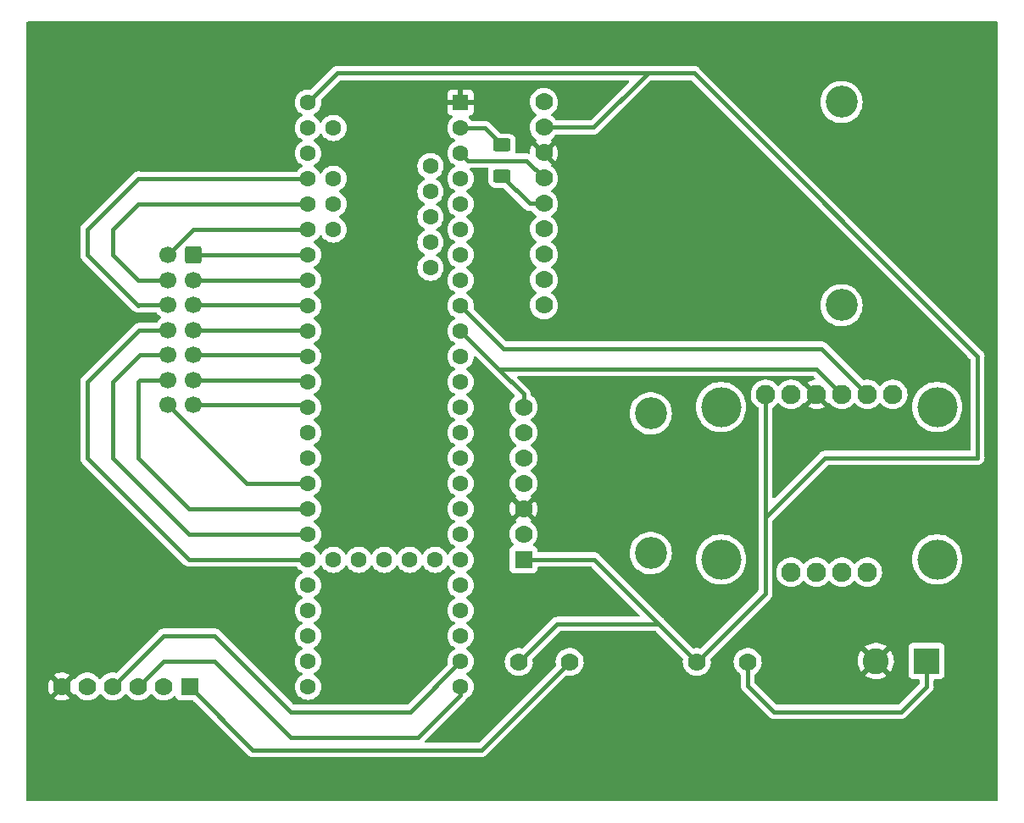
<source format=gbr>
%TF.GenerationSoftware,KiCad,Pcbnew,(6.0.5)*%
%TF.CreationDate,2022-06-01T16:47:28+02:00*%
%TF.ProjectId,odb,6f64622e-6b69-4636-9164-5f7063625858,3*%
%TF.SameCoordinates,Original*%
%TF.FileFunction,Copper,L1,Top*%
%TF.FilePolarity,Positive*%
%FSLAX46Y46*%
G04 Gerber Fmt 4.6, Leading zero omitted, Abs format (unit mm)*
G04 Created by KiCad (PCBNEW (6.0.5)) date 2022-06-01 16:47:28*
%MOMM*%
%LPD*%
G01*
G04 APERTURE LIST*
G04 Aperture macros list*
%AMRoundRect*
0 Rectangle with rounded corners*
0 $1 Rounding radius*
0 $2 $3 $4 $5 $6 $7 $8 $9 X,Y pos of 4 corners*
0 Add a 4 corners polygon primitive as box body*
4,1,4,$2,$3,$4,$5,$6,$7,$8,$9,$2,$3,0*
0 Add four circle primitives for the rounded corners*
1,1,$1+$1,$2,$3*
1,1,$1+$1,$4,$5*
1,1,$1+$1,$6,$7*
1,1,$1+$1,$8,$9*
0 Add four rect primitives between the rounded corners*
20,1,$1+$1,$2,$3,$4,$5,0*
20,1,$1+$1,$4,$5,$6,$7,0*
20,1,$1+$1,$6,$7,$8,$9,0*
20,1,$1+$1,$8,$9,$2,$3,0*%
G04 Aperture macros list end*
%TA.AperFunction,SMDPad,CuDef*%
%ADD10RoundRect,0.250000X0.625000X-0.400000X0.625000X0.400000X-0.625000X0.400000X-0.625000X-0.400000X0*%
%TD*%
%TA.AperFunction,ComponentPad*%
%ADD11C,1.778000*%
%TD*%
%TA.AperFunction,ComponentPad*%
%ADD12C,2.600000*%
%TD*%
%TA.AperFunction,ComponentPad*%
%ADD13R,2.600000X2.600000*%
%TD*%
%TA.AperFunction,ComponentPad*%
%ADD14C,3.200000*%
%TD*%
%TA.AperFunction,ComponentPad*%
%ADD15C,1.600000*%
%TD*%
%TA.AperFunction,ComponentPad*%
%ADD16R,1.600000X1.600000*%
%TD*%
%TA.AperFunction,ComponentPad*%
%ADD17R,1.778000X1.778000*%
%TD*%
%TA.AperFunction,ComponentPad*%
%ADD18C,1.700000*%
%TD*%
%TA.AperFunction,ComponentPad*%
%ADD19RoundRect,0.250000X0.600000X0.600000X-0.600000X0.600000X-0.600000X-0.600000X0.600000X-0.600000X0*%
%TD*%
%TA.AperFunction,ComponentPad*%
%ADD20C,4.000000*%
%TD*%
%TA.AperFunction,ComponentPad*%
%ADD21C,1.930400*%
%TD*%
%TA.AperFunction,Conductor*%
%ADD22C,0.400000*%
%TD*%
G04 APERTURE END LIST*
D10*
%TO.P,REF\u002A\u002A,2*%
%TO.N,Net-(U4-Pad5)*%
X148209000Y-69636500D03*
%TO.P,REF\u002A\u002A,1*%
X148209000Y-72736500D03*
%TD*%
D11*
%TO.P,SW1,2,B*%
%TO.N,+5V*%
X167672000Y-121319500D03*
%TO.P,SW1,1,A*%
%TO.N,Net-(J1-Pad1)*%
X172752000Y-121319500D03*
%TD*%
%TO.P,SW2,2,B*%
%TO.N,+5V*%
X149892000Y-121319500D03*
%TO.P,SW2,1,A*%
%TO.N,Net-(SW2-Pad1)*%
X154972000Y-121319500D03*
%TD*%
D12*
%TO.P,J1,2,Pin_2*%
%TO.N,GND*%
X185547000Y-121224500D03*
D13*
%TO.P,J1,1,Pin_1*%
%TO.N,Net-(J1-Pad1)*%
X190627000Y-121224500D03*
%TD*%
D14*
%TO.P,U4,P$1*%
%TO.N,N/C*%
X182118000Y-85644442D03*
X182118000Y-65324442D03*
D11*
%TO.P,U4,9,PPS*%
%TO.N,unconnected-(U4-Pad9)*%
X152400000Y-65324442D03*
%TO.P,U4,8,VIN*%
%TO.N,+5V*%
X152400000Y-67864442D03*
%TO.P,U4,7,GND*%
%TO.N,GND*%
X152400000Y-70404442D03*
%TO.P,U4,6,RX*%
%TO.N,Net-(U4-Pad6)*%
X152400000Y-72944442D03*
%TO.P,U4,5,TX*%
%TO.N,Net-(U4-Pad5)*%
X152400000Y-75484442D03*
%TO.P,U4,4,FIX*%
%TO.N,unconnected-(U4-Pad4)*%
X152400000Y-78024442D03*
%TO.P,U4,3,VBAT*%
%TO.N,unconnected-(U4-Pad3)*%
X152400000Y-80564442D03*
%TO.P,U4,2,EN*%
%TO.N,unconnected-(U4-Pad2)*%
X152400000Y-83104442D03*
%TO.P,U4,1,3.3V*%
%TO.N,unconnected-(U4-Pad1)*%
X152400000Y-85644442D03*
%TD*%
D15*
%TO.P,U5,62,GND*%
%TO.N,unconnected-(U5-Pad62)*%
X141074067Y-81884442D03*
%TO.P,U5,61,GND*%
%TO.N,unconnected-(U5-Pad61)*%
X141074067Y-79344442D03*
%TO.P,U5,60,A25_D+*%
%TO.N,unconnected-(U5-Pad60)*%
X141074067Y-76804442D03*
%TO.P,U5,59,A26_D-*%
%TO.N,unconnected-(U5-Pad59)*%
X141074067Y-74264442D03*
%TO.P,U5,58,not_used*%
%TO.N,unconnected-(U5-Pad58)*%
X141074067Y-71724442D03*
%TO.P,U5,57,A11*%
%TO.N,unconnected-(U5-Pad57)*%
X131374067Y-78074442D03*
%TO.P,U5,56,A10*%
%TO.N,unconnected-(U5-Pad56)*%
X131374067Y-75534442D03*
%TO.P,U5,55,AREF*%
%TO.N,unconnected-(U5-Pad55)*%
X131374067Y-72994442D03*
%TO.P,U5,54,VUSB*%
%TO.N,unconnected-(U5-Pad54)*%
X131374067Y-67914442D03*
%TO.P,U5,53,Vin*%
%TO.N,+5V*%
X128834067Y-65374442D03*
%TO.P,U5,52,AGND*%
%TO.N,unconnected-(U5-Pad52)*%
X128834067Y-67914442D03*
%TO.P,U5,51,3.3V*%
%TO.N,unconnected-(U5-Pad51)*%
X128834067Y-70454442D03*
%TO.P,U5,50,23_A9_PWM_Touch*%
%TO.N,/A9*%
X128834067Y-72994442D03*
%TO.P,U5,49,22_A8_PWM_Touch*%
%TO.N,/A8*%
X128834067Y-75534442D03*
%TO.P,U5,48,21_A7_PWM_CS0_MOSI1*%
%TO.N,/A7*%
X128834067Y-78074442D03*
%TO.P,U5,47,20_A6_PWM_CS0_SCK1*%
%TO.N,/A6*%
X128834067Y-80614442D03*
%TO.P,U5,46,19_A5_SCL0_Touch*%
%TO.N,/A5*%
X128834067Y-83154442D03*
%TO.P,U5,45,18_A4_SDA0_Touch*%
%TO.N,/A4*%
X128834067Y-85694442D03*
%TO.P,U5,44,17_A3_SDA0_Touch*%
%TO.N,/A3*%
X128834067Y-88234442D03*
%TO.P,U5,43,16_A2_SCL0_Touch*%
%TO.N,/A2*%
X128834067Y-90774442D03*
%TO.P,U5,42,15_A1_CS0_Touch*%
%TO.N,/A1*%
X128834067Y-93314442D03*
%TO.P,U5,41,14_A0_PWM_SCK0*%
%TO.N,/A0*%
X128834067Y-95854442D03*
%TO.P,U5,40,13_SCK0_LED*%
%TO.N,unconnected-(U5-Pad40)*%
X128834067Y-98394442D03*
%TO.P,U5,39,GND*%
%TO.N,unconnected-(U5-Pad39)*%
X128834067Y-100934442D03*
%TO.P,U5,38,A22_DAC1*%
%TO.N,/A22*%
X128834067Y-103474442D03*
%TO.P,U5,37,A21_DAC0*%
%TO.N,/A21*%
X128834067Y-106014442D03*
%TO.P,U5,36,39_A20*%
%TO.N,/A20*%
X128834067Y-108554442D03*
%TO.P,U5,35,38_A19_PWM_SDA1*%
%TO.N,/A19*%
X128834067Y-111094442D03*
%TO.P,U5,34,37_A18_PWM_SCL1*%
%TO.N,unconnected-(U5-Pad34)*%
X128834067Y-113634442D03*
%TO.P,U5,33,36_A17_PWM*%
%TO.N,unconnected-(U5-Pad33)*%
X128834067Y-116174442D03*
%TO.P,U5,32,35_A16_PWM*%
%TO.N,unconnected-(U5-Pad32)*%
X128834067Y-118714442D03*
%TO.P,U5,31,34_A15_RX5_CAN1RX_SDA0*%
%TO.N,unconnected-(U5-Pad31)*%
X128834067Y-121254442D03*
%TO.P,U5,30,33_A14_TX5_CAN1TX_SCL0*%
%TO.N,unconnected-(U5-Pad30)*%
X128834067Y-123794442D03*
%TO.P,U5,29,Reset*%
%TO.N,unconnected-(U5-Pad29)*%
X131374067Y-111094442D03*
%TO.P,U5,28,Program*%
%TO.N,unconnected-(U5-Pad28)*%
X133914067Y-111094442D03*
%TO.P,U5,27,GND*%
%TO.N,unconnected-(U5-Pad27)*%
X136454067Y-111094442D03*
%TO.P,U5,26,3.3V*%
%TO.N,unconnected-(U5-Pad26)*%
X138994067Y-111094442D03*
%TO.P,U5,25,VBat*%
%TO.N,unconnected-(U5-Pad25)*%
X141534067Y-111094442D03*
%TO.P,U5,24,32_A13_TX4_SCK1*%
%TO.N,Net-(U1-Pad3)*%
X144074067Y-123794442D03*
%TO.P,U5,23,31_A12_RX4_CS1*%
%TO.N,Net-(U1-Pad4)*%
X144074067Y-121254442D03*
%TO.P,U5,22,30_PWM_CAN0RX_Touch*%
%TO.N,unconnected-(U5-Pad22)*%
X144074067Y-118714442D03*
%TO.P,U5,21,29_PWM_CAN0TX_Touch*%
%TO.N,unconnected-(U5-Pad21)*%
X144074067Y-116174442D03*
%TO.P,U5,20,28_MOSI0*%
%TO.N,unconnected-(U5-Pad20)*%
X144074067Y-113634442D03*
%TO.P,U5,19,27_RX1_SCK0*%
%TO.N,unconnected-(U5-Pad19)*%
X144074067Y-111094442D03*
%TO.P,U5,18,26_TX1_SCL2*%
%TO.N,unconnected-(U5-Pad18)*%
X144074067Y-108554442D03*
%TO.P,U5,17,25*%
%TO.N,unconnected-(U5-Pad17)*%
X144074067Y-106014442D03*
%TO.P,U5,16,24*%
%TO.N,unconnected-(U5-Pad16)*%
X144074067Y-103474442D03*
%TO.P,U5,15,3.3V*%
%TO.N,unconnected-(U5-Pad15)*%
X144074067Y-100934442D03*
%TO.P,U5,14,12_MISO0*%
%TO.N,unconnected-(U5-Pad14)*%
X144074067Y-98394442D03*
%TO.P,U5,13,11_MOSI0*%
%TO.N,unconnected-(U5-Pad13)*%
X144074067Y-95854442D03*
%TO.P,U5,12,10_PWM_TX2_CS0*%
%TO.N,unconnected-(U5-Pad12)*%
X144074067Y-93314442D03*
%TO.P,U5,11,9_PWM_RX2_CS0*%
%TO.N,unconnected-(U5-Pad11)*%
X144074067Y-90774442D03*
%TO.P,U5,10,8_TX3_MISO0_SDA0*%
%TO.N,Net-(U2-Pad4)*%
X144074067Y-88234442D03*
%TO.P,U5,9,7_RX3_MOSI0_SCL0*%
%TO.N,Net-(U2-Pad5)*%
X144074067Y-85694442D03*
%TO.P,U5,8,6_PWM*%
%TO.N,unconnected-(U5-Pad8)*%
X144074067Y-83154442D03*
%TO.P,U5,7,5_PWM_TX1_MISO1*%
%TO.N,unconnected-(U5-Pad7)*%
X144074067Y-80614442D03*
%TO.P,U5,6,4_PWM_CAN0RX_SDA2*%
%TO.N,unconnected-(U5-Pad6)*%
X144074067Y-78074442D03*
%TO.P,U5,5,3_PWM_CAN0TX_SCL2*%
%TO.N,unconnected-(U5-Pad5)*%
X144074067Y-75534442D03*
%TO.P,U5,4,2_PWM*%
%TO.N,unconnected-(U5-Pad4)*%
X144074067Y-72994442D03*
%TO.P,U5,3,1_TX1_MISO1_Touch*%
%TO.N,Net-(U4-Pad6)*%
X144074067Y-70454442D03*
%TO.P,U5,2,0_RX1_MOSI1_Touch*%
%TO.N,Net-(U4-Pad5)*%
X144074067Y-67914442D03*
D16*
%TO.P,U5,1,GND*%
%TO.N,GND*%
X144074067Y-65374442D03*
%TD*%
D11*
%TO.P,U1,6,GND*%
%TO.N,GND*%
X104267000Y-123764500D03*
%TO.P,U1,5,NC*%
%TO.N,unconnected-(U1-Pad5)*%
X106807000Y-123764500D03*
%TO.P,U1,4,TXD*%
%TO.N,Net-(U1-Pad4)*%
X109347000Y-123764500D03*
%TO.P,U1,3,RXD*%
%TO.N,Net-(U1-Pad3)*%
X111887000Y-123764500D03*
%TO.P,U1,2,NRST*%
%TO.N,unconnected-(U1-Pad2)*%
X114427000Y-123764500D03*
D17*
%TO.P,U1,1,VDD*%
%TO.N,Net-(SW2-Pad1)*%
X117007000Y-123764500D03*
%TD*%
D18*
%TO.P,J2,14,Pin_14*%
%TO.N,/A22*%
X114845094Y-95624500D03*
%TO.P,J2,13,Pin_13*%
%TO.N,/A21*%
X114845094Y-93124500D03*
%TO.P,J2,12,Pin_12*%
%TO.N,/A20*%
X114845094Y-90624500D03*
%TO.P,J2,11,Pin_11*%
%TO.N,/A19*%
X114845094Y-88124500D03*
%TO.P,J2,10,Pin_10*%
%TO.N,/A9*%
X114845094Y-85624500D03*
%TO.P,J2,9,Pin_9*%
%TO.N,/A8*%
X114845094Y-83124500D03*
%TO.P,J2,8,Pin_8*%
%TO.N,/A7*%
X114845094Y-80624500D03*
%TO.P,J2,7,Pin_7*%
%TO.N,/A0*%
X117345094Y-95624500D03*
%TO.P,J2,6,Pin_6*%
%TO.N,/A1*%
X117345094Y-93124500D03*
%TO.P,J2,5,Pin_5*%
%TO.N,/A2*%
X117345094Y-90624500D03*
%TO.P,J2,4,Pin_4*%
%TO.N,/A3*%
X117345094Y-88124500D03*
%TO.P,J2,3,Pin_3*%
%TO.N,/A4*%
X117345094Y-85624500D03*
%TO.P,J2,2,Pin_2*%
%TO.N,/A5*%
X117345094Y-83124500D03*
D19*
%TO.P,J2,1,Pin_1*%
%TO.N,/A6*%
X117345094Y-80624500D03*
%TD*%
D14*
%TO.P,U3,P$1*%
%TO.N,N/C*%
X163068000Y-110429500D03*
X163068000Y-96459500D03*
D11*
%TO.P,U3,7,SDA*%
%TO.N,Net-(U2-Pad4)*%
X150368000Y-95824500D03*
%TO.P,U3,6,INT1*%
%TO.N,unconnected-(U3-Pad6)*%
X150368000Y-98364500D03*
%TO.P,U3,5,INT2*%
%TO.N,unconnected-(U3-Pad5)*%
X150368000Y-100904500D03*
%TO.P,U3,4,Vddio*%
%TO.N,unconnected-(U3-Pad4)*%
X150368000Y-103444500D03*
%TO.P,U3,3,GND*%
%TO.N,GND*%
X150368000Y-105984500D03*
%TO.P,U3,2,CAP*%
%TO.N,unconnected-(U3-Pad2)*%
X150368000Y-108524500D03*
D17*
%TO.P,U3,1,Vdd*%
%TO.N,+5V*%
X150368000Y-111064500D03*
%TD*%
D20*
%TO.P,U2,P$1*%
%TO.N,N/C*%
X191680094Y-111064500D03*
X191680094Y-95824500D03*
X170090094Y-95824500D03*
X170090094Y-111064500D03*
D21*
%TO.P,U2,6,RST*%
%TO.N,unconnected-(U2-Pad6)*%
X187235094Y-94554500D03*
%TO.P,U2,5,SCL*%
%TO.N,Net-(U2-Pad5)*%
X184695094Y-94554500D03*
%TO.P,U2,4b*%
%TO.N,N/C*%
X184695094Y-112334500D03*
%TO.P,U2,4,SDA*%
%TO.N,Net-(U2-Pad4)*%
X182155094Y-94554500D03*
%TO.P,U2,3b*%
%TO.N,N/C*%
X182155094Y-112334500D03*
%TO.P,U2,3,GND*%
%TO.N,GND*%
X179615094Y-94554500D03*
%TO.P,U2,2b*%
%TO.N,N/C*%
X179615094Y-112334500D03*
%TO.P,U2,2,3.3V*%
%TO.N,unconnected-(U2-Pad2)*%
X177075094Y-94554500D03*
%TO.P,U2,1b*%
%TO.N,N/C*%
X177075094Y-112334500D03*
%TO.P,U2,1,VIN*%
%TO.N,+5V*%
X174535094Y-94554500D03*
%TD*%
D22*
%TO.N,+5V*%
X157373058Y-67864442D02*
X162814000Y-62423500D01*
X162814000Y-62423500D02*
X167386000Y-62423500D01*
X131785008Y-62423500D02*
X162814000Y-62423500D01*
X131551504Y-62657004D02*
X131785008Y-62423500D01*
X167386000Y-62423500D02*
X195707000Y-90744500D01*
X128834067Y-65374442D02*
X131551504Y-62657004D01*
%TO.N,Net-(J1-Pad1)*%
X175387000Y-126304500D02*
X188087000Y-126304500D01*
X190627000Y-123764500D02*
X190627000Y-121224500D01*
X188087000Y-126304500D02*
X190627000Y-123764500D01*
X172752000Y-123669500D02*
X175387000Y-126304500D01*
X172752000Y-121319500D02*
X172752000Y-123669500D01*
%TO.N,/A6*%
X117345094Y-80624500D02*
X117355152Y-80614442D01*
X117355152Y-80614442D02*
X128834067Y-80614442D01*
%TO.N,/A5*%
X117345094Y-83124500D02*
X128804125Y-83124500D01*
X128804125Y-83124500D02*
X128834067Y-83154442D01*
%TO.N,/A4*%
X128764125Y-85624500D02*
X128834067Y-85694442D01*
X117345094Y-85624500D02*
X128764125Y-85624500D01*
%TO.N,/A3*%
X128724125Y-88124500D02*
X128834067Y-88234442D01*
X117345094Y-88124500D02*
X128724125Y-88124500D01*
%TO.N,/A2*%
X117345094Y-90624500D02*
X128684125Y-90624500D01*
X128684125Y-90624500D02*
X128834067Y-90774442D01*
%TO.N,/A1*%
X117345094Y-93124500D02*
X128644125Y-93124500D01*
X128644125Y-93124500D02*
X128834067Y-93314442D01*
%TO.N,/A0*%
X128604125Y-95624500D02*
X128834067Y-95854442D01*
X117345094Y-95624500D02*
X128604125Y-95624500D01*
%TO.N,/A7*%
X117395152Y-78074442D02*
X128834067Y-78074442D01*
X114845094Y-80624500D02*
X117395152Y-78074442D01*
%TO.N,/A8*%
X114845094Y-83124500D02*
X111887000Y-83124500D01*
X109347000Y-78044500D02*
X111857058Y-75534442D01*
X111887000Y-83124500D02*
X109347000Y-80584500D01*
X111857058Y-75534442D02*
X128834067Y-75534442D01*
X109347000Y-80584500D02*
X109347000Y-78044500D01*
%TO.N,/A9*%
X114845094Y-85624500D02*
X111927000Y-85624500D01*
X111887000Y-72964500D02*
X111916942Y-72994442D01*
X111927000Y-85624500D02*
X111887000Y-85664500D01*
X111887000Y-85664500D02*
X106807000Y-80584500D01*
X111916942Y-72994442D02*
X128834067Y-72994442D01*
X106807000Y-78044500D02*
X111887000Y-72964500D01*
X106807000Y-80584500D02*
X106807000Y-78044500D01*
%TO.N,/A19*%
X116996942Y-111094442D02*
X128834067Y-111094442D01*
X114845094Y-88124500D02*
X111967000Y-88124500D01*
X106807000Y-93284500D02*
X106807000Y-100904500D01*
X106807000Y-100904500D02*
X116996942Y-111094442D01*
X111967000Y-88124500D02*
X106807000Y-93284500D01*
%TO.N,/A20*%
X112007000Y-90624500D02*
X114845094Y-90624500D01*
X128834067Y-108554442D02*
X116996942Y-108554442D01*
X109347000Y-93284500D02*
X112007000Y-90624500D01*
X116996942Y-108554442D02*
X109347000Y-100904500D01*
X109347000Y-100904500D02*
X109347000Y-93284500D01*
%TO.N,/A21*%
X112047000Y-93124500D02*
X111887000Y-93284500D01*
X114845094Y-93124500D02*
X112047000Y-93124500D01*
X111887000Y-93284500D02*
X111887000Y-100904500D01*
X116996942Y-106014442D02*
X128834067Y-106014442D01*
X111887000Y-100904500D02*
X116996942Y-106014442D01*
%TO.N,/A22*%
X122695036Y-103474442D02*
X128834067Y-103474442D01*
X114845094Y-95624500D02*
X122695036Y-103474442D01*
%TO.N,+5V*%
X157417000Y-111064500D02*
X163862000Y-117509500D01*
X174535094Y-106836406D02*
X174535094Y-114456406D01*
X180467000Y-100904500D02*
X174535094Y-106836406D01*
X149892000Y-121319500D02*
X153702000Y-117509500D01*
X152400000Y-67864442D02*
X157373058Y-67864442D01*
X195707000Y-100904500D02*
X180467000Y-100904500D01*
X174535094Y-94554500D02*
X174535094Y-106836406D01*
X195707000Y-90744500D02*
X195707000Y-100904500D01*
X150368000Y-111064500D02*
X157417000Y-111064500D01*
X153702000Y-117509500D02*
X163862000Y-117509500D01*
X174535094Y-114456406D02*
X167672000Y-121319500D01*
X163862000Y-117509500D02*
X167672000Y-121319500D01*
%TO.N,Net-(SW2-Pad1)*%
X123328107Y-130103393D02*
X146188107Y-130103393D01*
X117007000Y-123764500D02*
X117007000Y-123804500D01*
X146188107Y-130103393D02*
X154972000Y-121319500D01*
X117007000Y-123804500D02*
X123317000Y-130114500D01*
%TO.N,Net-(U1-Pad3)*%
X127127000Y-128844500D02*
X139827000Y-128844500D01*
X114427000Y-121224500D02*
X119507000Y-121224500D01*
X119507000Y-121224500D02*
X127127000Y-128844500D01*
X144074067Y-124597433D02*
X144074067Y-123794442D01*
X139827000Y-128844500D02*
X144074067Y-124597433D01*
X111887000Y-123764500D02*
X114427000Y-121224500D01*
%TO.N,Net-(U1-Pad4)*%
X119526256Y-118684500D02*
X127146256Y-126304500D01*
X127146256Y-126304500D02*
X139024009Y-126304500D01*
X109347000Y-123764500D02*
X114427000Y-118684500D01*
X114427000Y-118684500D02*
X119526256Y-118684500D01*
X139024009Y-126304500D02*
X144074067Y-121254442D01*
%TO.N,Net-(U2-Pad4)*%
X150368000Y-95824500D02*
X150368000Y-94528375D01*
X179615094Y-92014500D02*
X147854125Y-92014500D01*
X147854125Y-92014500D02*
X144074067Y-88234442D01*
X182155094Y-94554500D02*
X179615094Y-92014500D01*
X150368000Y-94528375D02*
X147854125Y-92014500D01*
%TO.N,Net-(U2-Pad5)*%
X180123094Y-89982500D02*
X148362125Y-89982500D01*
X148362125Y-89982500D02*
X144074067Y-85694442D01*
X184695094Y-94554500D02*
X180123094Y-89982500D01*
%TO.N,Net-(U4-Pad5)*%
X146486942Y-67914442D02*
X144074067Y-67914442D01*
X148209000Y-69636500D02*
X146486942Y-67914442D01*
X152400000Y-75484442D02*
X150956942Y-75484442D01*
X150956942Y-75484442D02*
X148209000Y-72736500D01*
%TO.N,Net-(U4-Pad6)*%
X144806125Y-71186500D02*
X150642058Y-71186500D01*
X144074067Y-70454442D02*
X144806125Y-71186500D01*
X150642058Y-71186500D02*
X152400000Y-72944442D01*
%TD*%
%TA.AperFunction,Conductor*%
%TO.N,GND*%
G36*
X197680621Y-57297502D02*
G01*
X197727114Y-57351158D01*
X197738500Y-57403500D01*
X197738500Y-135134500D01*
X197718498Y-135202621D01*
X197664842Y-135249114D01*
X197612500Y-135260500D01*
X100837500Y-135260500D01*
X100769379Y-135240498D01*
X100722886Y-135186842D01*
X100711500Y-135134500D01*
X100711500Y-124917865D01*
X103478464Y-124917865D01*
X103483745Y-124924920D01*
X103656846Y-125026071D01*
X103666132Y-125030521D01*
X103871083Y-125108783D01*
X103880981Y-125111659D01*
X104095962Y-125155397D01*
X104106190Y-125156616D01*
X104325425Y-125164656D01*
X104335711Y-125164189D01*
X104553320Y-125136313D01*
X104563398Y-125134171D01*
X104773527Y-125071129D01*
X104783125Y-125067368D01*
X104980138Y-124970852D01*
X104988983Y-124965579D01*
X105044209Y-124926186D01*
X105052609Y-124915487D01*
X105045622Y-124902333D01*
X104279811Y-124136521D01*
X104265868Y-124128908D01*
X104264034Y-124129039D01*
X104257420Y-124133290D01*
X103485221Y-124905490D01*
X103478464Y-124917865D01*
X100711500Y-124917865D01*
X100711500Y-123735407D01*
X102865927Y-123735407D01*
X102878557Y-123954432D01*
X102879990Y-123964634D01*
X102928219Y-124178643D01*
X102931302Y-124188483D01*
X103013837Y-124391740D01*
X103018490Y-124400951D01*
X103105098Y-124542280D01*
X103115555Y-124551741D01*
X103124331Y-124547958D01*
X103894979Y-123777311D01*
X103901356Y-123765632D01*
X104631408Y-123765632D01*
X104631539Y-123767466D01*
X104635790Y-123774080D01*
X105405425Y-124543714D01*
X105417431Y-124550270D01*
X105429169Y-124541303D01*
X105434403Y-124534018D01*
X105490397Y-124490370D01*
X105561101Y-124483923D01*
X105624066Y-124516725D01*
X105644160Y-124541708D01*
X105675408Y-124592700D01*
X105825869Y-124766398D01*
X105829844Y-124769698D01*
X105829847Y-124769701D01*
X105888635Y-124818507D01*
X106002679Y-124913189D01*
X106201090Y-125029131D01*
X106205910Y-125030971D01*
X106205915Y-125030974D01*
X106334273Y-125079988D01*
X106415774Y-125111110D01*
X106420842Y-125112141D01*
X106420845Y-125112142D01*
X106531534Y-125134662D01*
X106640963Y-125156926D01*
X106646136Y-125157116D01*
X106646139Y-125157116D01*
X106865448Y-125165157D01*
X106865452Y-125165157D01*
X106870612Y-125165346D01*
X106875732Y-125164690D01*
X106875734Y-125164690D01*
X107093425Y-125136804D01*
X107093428Y-125136803D01*
X107098552Y-125136147D01*
X107105139Y-125134171D01*
X107313710Y-125071596D01*
X107318663Y-125070110D01*
X107525033Y-124969011D01*
X107529845Y-124965579D01*
X107707916Y-124838562D01*
X107712119Y-124835564D01*
X107755024Y-124792809D01*
X107871237Y-124677000D01*
X107874898Y-124673352D01*
X107877912Y-124669158D01*
X107877921Y-124669147D01*
X107974689Y-124534480D01*
X108030683Y-124490832D01*
X108101387Y-124484386D01*
X108164351Y-124517189D01*
X108184444Y-124542172D01*
X108212707Y-124588294D01*
X108212711Y-124588299D01*
X108215408Y-124592700D01*
X108365869Y-124766398D01*
X108369844Y-124769698D01*
X108369847Y-124769701D01*
X108428635Y-124818507D01*
X108542679Y-124913189D01*
X108741090Y-125029131D01*
X108745910Y-125030971D01*
X108745915Y-125030974D01*
X108874273Y-125079988D01*
X108955774Y-125111110D01*
X108960842Y-125112141D01*
X108960845Y-125112142D01*
X109071534Y-125134662D01*
X109180963Y-125156926D01*
X109186136Y-125157116D01*
X109186139Y-125157116D01*
X109405448Y-125165157D01*
X109405452Y-125165157D01*
X109410612Y-125165346D01*
X109415732Y-125164690D01*
X109415734Y-125164690D01*
X109633425Y-125136804D01*
X109633428Y-125136803D01*
X109638552Y-125136147D01*
X109645139Y-125134171D01*
X109853710Y-125071596D01*
X109858663Y-125070110D01*
X110065033Y-124969011D01*
X110069845Y-124965579D01*
X110247916Y-124838562D01*
X110252119Y-124835564D01*
X110295024Y-124792809D01*
X110411237Y-124677000D01*
X110414898Y-124673352D01*
X110417912Y-124669158D01*
X110417921Y-124669147D01*
X110514689Y-124534480D01*
X110570683Y-124490832D01*
X110641387Y-124484386D01*
X110704351Y-124517189D01*
X110724444Y-124542172D01*
X110752707Y-124588294D01*
X110752711Y-124588299D01*
X110755408Y-124592700D01*
X110905869Y-124766398D01*
X110909844Y-124769698D01*
X110909847Y-124769701D01*
X110968635Y-124818507D01*
X111082679Y-124913189D01*
X111281090Y-125029131D01*
X111285910Y-125030971D01*
X111285915Y-125030974D01*
X111414273Y-125079988D01*
X111495774Y-125111110D01*
X111500842Y-125112141D01*
X111500845Y-125112142D01*
X111611534Y-125134662D01*
X111720963Y-125156926D01*
X111726136Y-125157116D01*
X111726139Y-125157116D01*
X111945448Y-125165157D01*
X111945452Y-125165157D01*
X111950612Y-125165346D01*
X111955732Y-125164690D01*
X111955734Y-125164690D01*
X112173425Y-125136804D01*
X112173428Y-125136803D01*
X112178552Y-125136147D01*
X112185139Y-125134171D01*
X112393710Y-125071596D01*
X112398663Y-125070110D01*
X112605033Y-124969011D01*
X112609845Y-124965579D01*
X112787916Y-124838562D01*
X112792119Y-124835564D01*
X112835024Y-124792809D01*
X112951237Y-124677000D01*
X112954898Y-124673352D01*
X112957912Y-124669158D01*
X112957921Y-124669147D01*
X113054689Y-124534480D01*
X113110683Y-124490832D01*
X113181387Y-124484386D01*
X113244351Y-124517189D01*
X113264444Y-124542172D01*
X113292707Y-124588294D01*
X113292711Y-124588299D01*
X113295408Y-124592700D01*
X113445869Y-124766398D01*
X113449844Y-124769698D01*
X113449847Y-124769701D01*
X113508635Y-124818507D01*
X113622679Y-124913189D01*
X113821090Y-125029131D01*
X113825910Y-125030971D01*
X113825915Y-125030974D01*
X113954273Y-125079988D01*
X114035774Y-125111110D01*
X114040842Y-125112141D01*
X114040845Y-125112142D01*
X114151534Y-125134662D01*
X114260963Y-125156926D01*
X114266136Y-125157116D01*
X114266139Y-125157116D01*
X114485448Y-125165157D01*
X114485452Y-125165157D01*
X114490612Y-125165346D01*
X114495732Y-125164690D01*
X114495734Y-125164690D01*
X114713425Y-125136804D01*
X114713428Y-125136803D01*
X114718552Y-125136147D01*
X114725139Y-125134171D01*
X114933710Y-125071596D01*
X114938663Y-125070110D01*
X115145033Y-124969011D01*
X115149845Y-124965579D01*
X115327916Y-124838562D01*
X115332119Y-124835564D01*
X115375024Y-124792809D01*
X115420202Y-124747788D01*
X115482574Y-124713872D01*
X115553381Y-124719060D01*
X115610142Y-124761706D01*
X115627124Y-124792809D01*
X115667385Y-124900205D01*
X115754739Y-125016761D01*
X115871295Y-125104115D01*
X116007684Y-125155245D01*
X116069866Y-125162000D01*
X117310340Y-125162000D01*
X117378461Y-125182002D01*
X117399435Y-125198905D01*
X122846423Y-130645893D01*
X122898775Y-130686942D01*
X122938012Y-130717708D01*
X122947282Y-130724977D01*
X122954203Y-130728102D01*
X123021435Y-130758458D01*
X123103574Y-130795545D01*
X123272187Y-130826796D01*
X123279767Y-130826359D01*
X123279768Y-130826359D01*
X123312765Y-130824456D01*
X123443386Y-130816925D01*
X123450649Y-130814691D01*
X123455133Y-130813884D01*
X123477445Y-130811893D01*
X146159195Y-130811893D01*
X146167765Y-130812185D01*
X146217883Y-130815602D01*
X146217887Y-130815602D01*
X146225459Y-130816118D01*
X146232936Y-130814813D01*
X146232937Y-130814813D01*
X146259415Y-130810192D01*
X146288410Y-130805131D01*
X146294928Y-130804170D01*
X146358349Y-130796495D01*
X146365450Y-130793812D01*
X146368059Y-130793171D01*
X146384369Y-130788708D01*
X146386905Y-130787943D01*
X146394391Y-130786636D01*
X146452907Y-130760949D01*
X146459011Y-130758458D01*
X146511655Y-130738566D01*
X146511656Y-130738565D01*
X146518763Y-130735880D01*
X146525026Y-130731576D01*
X146527392Y-130730339D01*
X146542204Y-130722094D01*
X146544458Y-130720761D01*
X146551412Y-130717708D01*
X146602109Y-130678806D01*
X146607439Y-130674934D01*
X146653827Y-130643054D01*
X146653832Y-130643049D01*
X146660088Y-130638750D01*
X146701543Y-130592222D01*
X146706523Y-130586947D01*
X154571611Y-122721859D01*
X154633923Y-122687833D01*
X154685823Y-122687483D01*
X154805963Y-122711926D01*
X154811136Y-122712116D01*
X154811139Y-122712116D01*
X155030448Y-122720157D01*
X155030452Y-122720157D01*
X155035612Y-122720346D01*
X155040732Y-122719690D01*
X155040734Y-122719690D01*
X155258425Y-122691804D01*
X155258428Y-122691803D01*
X155263552Y-122691147D01*
X155288038Y-122683801D01*
X155478710Y-122626596D01*
X155483663Y-122625110D01*
X155690033Y-122524011D01*
X155744104Y-122485443D01*
X155872916Y-122393562D01*
X155877119Y-122390564D01*
X155897917Y-122369839D01*
X156036237Y-122232000D01*
X156039898Y-122228352D01*
X156058544Y-122202404D01*
X156170979Y-122045933D01*
X156173997Y-122041733D01*
X156209497Y-121969905D01*
X156273522Y-121840358D01*
X156275816Y-121835717D01*
X156291739Y-121783308D01*
X156341117Y-121620791D01*
X156341118Y-121620785D01*
X156342621Y-121615839D01*
X156372616Y-121388002D01*
X156374290Y-121319500D01*
X156365426Y-121211688D01*
X156355884Y-121095621D01*
X156355883Y-121095615D01*
X156355460Y-121090470D01*
X156299477Y-120867590D01*
X156207843Y-120656847D01*
X156200107Y-120644889D01*
X156085830Y-120468243D01*
X156085828Y-120468240D01*
X156083020Y-120463900D01*
X156022502Y-120397391D01*
X155931837Y-120297752D01*
X155931835Y-120297751D01*
X155928359Y-120293930D01*
X155924308Y-120290731D01*
X155924304Y-120290727D01*
X155752073Y-120154708D01*
X155748015Y-120151503D01*
X155546831Y-120040443D01*
X155429611Y-119998933D01*
X155335084Y-119965459D01*
X155335080Y-119965458D01*
X155330209Y-119963733D01*
X155325116Y-119962826D01*
X155325113Y-119962825D01*
X155109056Y-119924339D01*
X155109050Y-119924338D01*
X155103967Y-119923433D01*
X155030784Y-119922539D01*
X154879351Y-119920689D01*
X154879349Y-119920689D01*
X154874181Y-119920626D01*
X154722610Y-119943819D01*
X154652131Y-119954604D01*
X154652128Y-119954605D01*
X154647022Y-119955386D01*
X154621485Y-119963733D01*
X154433504Y-120025175D01*
X154433502Y-120025176D01*
X154428591Y-120026781D01*
X154224753Y-120132892D01*
X154220620Y-120135995D01*
X154220617Y-120135997D01*
X154045118Y-120267765D01*
X154040983Y-120270870D01*
X153882216Y-120437010D01*
X153879302Y-120441282D01*
X153879301Y-120441283D01*
X153812523Y-120539176D01*
X153752716Y-120626850D01*
X153725799Y-120684839D01*
X153669930Y-120805199D01*
X153655961Y-120835292D01*
X153594548Y-121056737D01*
X153570129Y-121285239D01*
X153583357Y-121514661D01*
X153603319Y-121603240D01*
X153598781Y-121674090D01*
X153569496Y-121720033D01*
X145931542Y-129357988D01*
X145869230Y-129392014D01*
X145842447Y-129394893D01*
X140582767Y-129394893D01*
X140514646Y-129374891D01*
X140468153Y-129321235D01*
X140458049Y-129250961D01*
X140487543Y-129186381D01*
X140493672Y-129179798D01*
X144554587Y-125118883D01*
X144560852Y-125113029D01*
X144589560Y-125087985D01*
X144604452Y-125074994D01*
X144641181Y-125022733D01*
X144645113Y-125017438D01*
X144682773Y-124969410D01*
X144721843Y-124938388D01*
X144721065Y-124937041D01*
X144725827Y-124934291D01*
X144730816Y-124931965D01*
X144873698Y-124831918D01*
X144913856Y-124803799D01*
X144913859Y-124803797D01*
X144918367Y-124800640D01*
X145080265Y-124638742D01*
X145211590Y-124451191D01*
X145213913Y-124446209D01*
X145213916Y-124446204D01*
X145306028Y-124248667D01*
X145306028Y-124248666D01*
X145308351Y-124243685D01*
X145320049Y-124200030D01*
X145366186Y-124027844D01*
X145366186Y-124027842D01*
X145367610Y-124022529D01*
X145387565Y-123794442D01*
X145367610Y-123566355D01*
X145323025Y-123399961D01*
X145309774Y-123350509D01*
X145309773Y-123350507D01*
X145308351Y-123345199D01*
X145221526Y-123159000D01*
X145213916Y-123142680D01*
X145213913Y-123142675D01*
X145211590Y-123137693D01*
X145106419Y-122987493D01*
X145083424Y-122954653D01*
X145083422Y-122954650D01*
X145080265Y-122950142D01*
X144918367Y-122788244D01*
X144913859Y-122785087D01*
X144913856Y-122785085D01*
X144820345Y-122719608D01*
X144730816Y-122656919D01*
X144725834Y-122654596D01*
X144725829Y-122654593D01*
X144691610Y-122638637D01*
X144638325Y-122591720D01*
X144618864Y-122523443D01*
X144639406Y-122455483D01*
X144691610Y-122410247D01*
X144725829Y-122394291D01*
X144725834Y-122394288D01*
X144730816Y-122391965D01*
X144837176Y-122317491D01*
X144913856Y-122263799D01*
X144913859Y-122263797D01*
X144918367Y-122260640D01*
X145080265Y-122098742D01*
X145089633Y-122085364D01*
X145170478Y-121969905D01*
X145211590Y-121911191D01*
X145213913Y-121906209D01*
X145213916Y-121906204D01*
X145306028Y-121708667D01*
X145306028Y-121708666D01*
X145308351Y-121703685D01*
X145331890Y-121615839D01*
X145366186Y-121487844D01*
X145366186Y-121487842D01*
X145367610Y-121482529D01*
X145387565Y-121254442D01*
X145367610Y-121026355D01*
X145366186Y-121021040D01*
X145309774Y-120810509D01*
X145309773Y-120810507D01*
X145308351Y-120805199D01*
X145306028Y-120800217D01*
X145213916Y-120602680D01*
X145213913Y-120602675D01*
X145211590Y-120597693D01*
X145080265Y-120410142D01*
X144918367Y-120248244D01*
X144913859Y-120245087D01*
X144913856Y-120245085D01*
X144777172Y-120149378D01*
X144730816Y-120116919D01*
X144725834Y-120114596D01*
X144725829Y-120114593D01*
X144691610Y-120098637D01*
X144638325Y-120051720D01*
X144618864Y-119983443D01*
X144639406Y-119915483D01*
X144691610Y-119870247D01*
X144725829Y-119854291D01*
X144725834Y-119854288D01*
X144730816Y-119851965D01*
X144852948Y-119766447D01*
X144913856Y-119723799D01*
X144913859Y-119723797D01*
X144918367Y-119720640D01*
X145080265Y-119558742D01*
X145091969Y-119542028D01*
X145175484Y-119422755D01*
X145211590Y-119371191D01*
X145213913Y-119366209D01*
X145213916Y-119366204D01*
X145306028Y-119168667D01*
X145306028Y-119168666D01*
X145308351Y-119163685D01*
X145367610Y-118942529D01*
X145387565Y-118714442D01*
X145367610Y-118486355D01*
X145308351Y-118265199D01*
X145295669Y-118238002D01*
X145213916Y-118062680D01*
X145213913Y-118062675D01*
X145211590Y-118057693D01*
X145080265Y-117870142D01*
X144918367Y-117708244D01*
X144913859Y-117705087D01*
X144913856Y-117705085D01*
X144835678Y-117650344D01*
X144730816Y-117576919D01*
X144725834Y-117574596D01*
X144725829Y-117574593D01*
X144691610Y-117558637D01*
X144638325Y-117511720D01*
X144618864Y-117443443D01*
X144639406Y-117375483D01*
X144691610Y-117330247D01*
X144725829Y-117314291D01*
X144725834Y-117314288D01*
X144730816Y-117311965D01*
X144835678Y-117238540D01*
X144913856Y-117183799D01*
X144913859Y-117183797D01*
X144918367Y-117180640D01*
X145080265Y-117018742D01*
X145104007Y-116984836D01*
X145139537Y-116934093D01*
X145211590Y-116831191D01*
X145213913Y-116826209D01*
X145213916Y-116826204D01*
X145306028Y-116628667D01*
X145306028Y-116628666D01*
X145308351Y-116623685D01*
X145367610Y-116402529D01*
X145387565Y-116174442D01*
X145367610Y-115946355D01*
X145308351Y-115725199D01*
X145306028Y-115720217D01*
X145213916Y-115522680D01*
X145213913Y-115522675D01*
X145211590Y-115517693D01*
X145080265Y-115330142D01*
X144918367Y-115168244D01*
X144913859Y-115165087D01*
X144913856Y-115165085D01*
X144835678Y-115110344D01*
X144730816Y-115036919D01*
X144725834Y-115034596D01*
X144725829Y-115034593D01*
X144691610Y-115018637D01*
X144638325Y-114971720D01*
X144618864Y-114903443D01*
X144639406Y-114835483D01*
X144691610Y-114790247D01*
X144725829Y-114774291D01*
X144725834Y-114774288D01*
X144730816Y-114771965D01*
X144890994Y-114659807D01*
X144913856Y-114643799D01*
X144913859Y-114643797D01*
X144918367Y-114640640D01*
X145080265Y-114478742D01*
X145110626Y-114435383D01*
X145208433Y-114295699D01*
X145211590Y-114291191D01*
X145213913Y-114286209D01*
X145213916Y-114286204D01*
X145306028Y-114088667D01*
X145306028Y-114088666D01*
X145308351Y-114083685D01*
X145367610Y-113862529D01*
X145387565Y-113634442D01*
X145367610Y-113406355D01*
X145349884Y-113340202D01*
X145309774Y-113190509D01*
X145309773Y-113190507D01*
X145308351Y-113185199D01*
X145306028Y-113180217D01*
X145213916Y-112982680D01*
X145213913Y-112982675D01*
X145211590Y-112977693D01*
X145080265Y-112790142D01*
X144918367Y-112628244D01*
X144913859Y-112625087D01*
X144913856Y-112625085D01*
X144799378Y-112544927D01*
X144730816Y-112496919D01*
X144725834Y-112494596D01*
X144725829Y-112494593D01*
X144691610Y-112478637D01*
X144638325Y-112431720D01*
X144618864Y-112363443D01*
X144639406Y-112295483D01*
X144691610Y-112250247D01*
X144725829Y-112234291D01*
X144725834Y-112234288D01*
X144730816Y-112231965D01*
X144863158Y-112139298D01*
X144913856Y-112103799D01*
X144913859Y-112103797D01*
X144918367Y-112100640D01*
X145080265Y-111938742D01*
X145211590Y-111751191D01*
X145213913Y-111746209D01*
X145213916Y-111746204D01*
X145306028Y-111548667D01*
X145306028Y-111548666D01*
X145308351Y-111543685D01*
X145318631Y-111505322D01*
X145366186Y-111327844D01*
X145366186Y-111327842D01*
X145367610Y-111322529D01*
X145387565Y-111094442D01*
X145367610Y-110866355D01*
X145344067Y-110778492D01*
X145309774Y-110650509D01*
X145309773Y-110650507D01*
X145308351Y-110645199D01*
X145306028Y-110640217D01*
X145213916Y-110442680D01*
X145213913Y-110442675D01*
X145211590Y-110437693D01*
X145080265Y-110250142D01*
X144918367Y-110088244D01*
X144913859Y-110085087D01*
X144913856Y-110085085D01*
X144835678Y-110030344D01*
X144730816Y-109956919D01*
X144725834Y-109954596D01*
X144725829Y-109954593D01*
X144691610Y-109938637D01*
X144638325Y-109891720D01*
X144618864Y-109823443D01*
X144639406Y-109755483D01*
X144691610Y-109710247D01*
X144725829Y-109694291D01*
X144725834Y-109694288D01*
X144730816Y-109691965D01*
X144868491Y-109595564D01*
X144913856Y-109563799D01*
X144913859Y-109563797D01*
X144918367Y-109560640D01*
X145080265Y-109398742D01*
X145127571Y-109331183D01*
X145173001Y-109266301D01*
X145211590Y-109211191D01*
X145213913Y-109206209D01*
X145213916Y-109206204D01*
X145306028Y-109008667D01*
X145306028Y-109008666D01*
X145308351Y-109003685D01*
X145324172Y-108944643D01*
X145366186Y-108787844D01*
X145366186Y-108787842D01*
X145367610Y-108782529D01*
X145387565Y-108554442D01*
X145367610Y-108326355D01*
X145308351Y-108105199D01*
X145306028Y-108100217D01*
X145213916Y-107902680D01*
X145213913Y-107902675D01*
X145211590Y-107897693D01*
X145080265Y-107710142D01*
X144918367Y-107548244D01*
X144913859Y-107545087D01*
X144913856Y-107545085D01*
X144820345Y-107479608D01*
X144730816Y-107416919D01*
X144725834Y-107414596D01*
X144725829Y-107414593D01*
X144691610Y-107398637D01*
X144638325Y-107351720D01*
X144618864Y-107283443D01*
X144639406Y-107215483D01*
X144691610Y-107170247D01*
X144725829Y-107154291D01*
X144725834Y-107154288D01*
X144730816Y-107151965D01*
X144835678Y-107078540D01*
X144913856Y-107023799D01*
X144913859Y-107023797D01*
X144918367Y-107020640D01*
X145080265Y-106858742D01*
X145211590Y-106671191D01*
X145213913Y-106666209D01*
X145213916Y-106666204D01*
X145306028Y-106468667D01*
X145306028Y-106468666D01*
X145308351Y-106463685D01*
X145323143Y-106408483D01*
X145366186Y-106247844D01*
X145366186Y-106247842D01*
X145367610Y-106242529D01*
X145387565Y-106014442D01*
X145382400Y-105955407D01*
X148966927Y-105955407D01*
X148979557Y-106174432D01*
X148980990Y-106184634D01*
X149029219Y-106398643D01*
X149032302Y-106408483D01*
X149114837Y-106611740D01*
X149119490Y-106620951D01*
X149206098Y-106762280D01*
X149216555Y-106771741D01*
X149225331Y-106767958D01*
X149995979Y-105997311D01*
X150002356Y-105985632D01*
X150732408Y-105985632D01*
X150732539Y-105987466D01*
X150736790Y-105994080D01*
X151506425Y-106763714D01*
X151518431Y-106770270D01*
X151530170Y-106761302D01*
X151566549Y-106710674D01*
X151571860Y-106701835D01*
X151669056Y-106505175D01*
X151672854Y-106495582D01*
X151736628Y-106285677D01*
X151738805Y-106275607D01*
X151767677Y-106056299D01*
X151768196Y-106049624D01*
X151769706Y-105987864D01*
X151769512Y-105981146D01*
X151751389Y-105760703D01*
X151749706Y-105750541D01*
X151696261Y-105537763D01*
X151692943Y-105528016D01*
X151605462Y-105326823D01*
X151600595Y-105317746D01*
X151529268Y-105207493D01*
X151518582Y-105198291D01*
X151509017Y-105202694D01*
X150740021Y-105971689D01*
X150732408Y-105985632D01*
X150002356Y-105985632D01*
X150003592Y-105983368D01*
X150003461Y-105981534D01*
X149999210Y-105974920D01*
X149229778Y-105205489D01*
X149218246Y-105199192D01*
X149205964Y-105208815D01*
X149152064Y-105287829D01*
X149146976Y-105296785D01*
X149054611Y-105495770D01*
X149051048Y-105505457D01*
X148992424Y-105716847D01*
X148990493Y-105726968D01*
X148967178Y-105945119D01*
X148966927Y-105955407D01*
X145382400Y-105955407D01*
X145367610Y-105786355D01*
X145323025Y-105619961D01*
X145309774Y-105570509D01*
X145309773Y-105570507D01*
X145308351Y-105565199D01*
X145306028Y-105560217D01*
X145213916Y-105362680D01*
X145213913Y-105362675D01*
X145211590Y-105357693D01*
X145106419Y-105207493D01*
X145083424Y-105174653D01*
X145083422Y-105174650D01*
X145080265Y-105170142D01*
X144918367Y-105008244D01*
X144913859Y-105005087D01*
X144913856Y-105005085D01*
X144835678Y-104950344D01*
X144730816Y-104876919D01*
X144725834Y-104874596D01*
X144725829Y-104874593D01*
X144691610Y-104858637D01*
X144638325Y-104811720D01*
X144618864Y-104743443D01*
X144639406Y-104675483D01*
X144691610Y-104630247D01*
X144725829Y-104614291D01*
X144725834Y-104614288D01*
X144730816Y-104611965D01*
X144873698Y-104511918D01*
X144913856Y-104483799D01*
X144913859Y-104483797D01*
X144918367Y-104480640D01*
X145080265Y-104318742D01*
X145211590Y-104131191D01*
X145213913Y-104126209D01*
X145213916Y-104126204D01*
X145306028Y-103928667D01*
X145306028Y-103928666D01*
X145308351Y-103923685D01*
X145367610Y-103702529D01*
X145387565Y-103474442D01*
X145367610Y-103246355D01*
X145308351Y-103025199D01*
X145306028Y-103020217D01*
X145213916Y-102822680D01*
X145213913Y-102822675D01*
X145211590Y-102817693D01*
X145080265Y-102630142D01*
X144918367Y-102468244D01*
X144913859Y-102465087D01*
X144913856Y-102465085D01*
X144820345Y-102399608D01*
X144730816Y-102336919D01*
X144725834Y-102334596D01*
X144725829Y-102334593D01*
X144691610Y-102318637D01*
X144638325Y-102271720D01*
X144618864Y-102203443D01*
X144639406Y-102135483D01*
X144691610Y-102090247D01*
X144725829Y-102074291D01*
X144725834Y-102074288D01*
X144730816Y-102071965D01*
X144873698Y-101971918D01*
X144913856Y-101943799D01*
X144913859Y-101943797D01*
X144918367Y-101940640D01*
X145080265Y-101778742D01*
X145211590Y-101591191D01*
X145213913Y-101586209D01*
X145213916Y-101586204D01*
X145306028Y-101388667D01*
X145306028Y-101388666D01*
X145308351Y-101383685D01*
X145317035Y-101351278D01*
X145366186Y-101167844D01*
X145366186Y-101167842D01*
X145367610Y-101162529D01*
X145387565Y-100934442D01*
X145367610Y-100706355D01*
X145308351Y-100485199D01*
X145306028Y-100480217D01*
X145213916Y-100282680D01*
X145213913Y-100282675D01*
X145211590Y-100277693D01*
X145138165Y-100172831D01*
X145083424Y-100094653D01*
X145083422Y-100094650D01*
X145080265Y-100090142D01*
X144918367Y-99928244D01*
X144913859Y-99925087D01*
X144913856Y-99925085D01*
X144820345Y-99859608D01*
X144730816Y-99796919D01*
X144725834Y-99794596D01*
X144725829Y-99794593D01*
X144691610Y-99778637D01*
X144638325Y-99731720D01*
X144618864Y-99663443D01*
X144639406Y-99595483D01*
X144691610Y-99550247D01*
X144725829Y-99534291D01*
X144725834Y-99534288D01*
X144730816Y-99531965D01*
X144873698Y-99431918D01*
X144913856Y-99403799D01*
X144913859Y-99403797D01*
X144918367Y-99400640D01*
X145080265Y-99238742D01*
X145211590Y-99051191D01*
X145213913Y-99046209D01*
X145213916Y-99046204D01*
X145306028Y-98848667D01*
X145306028Y-98848666D01*
X145308351Y-98843685D01*
X145367610Y-98622529D01*
X145387565Y-98394442D01*
X145367610Y-98166355D01*
X145349884Y-98100202D01*
X145309774Y-97950509D01*
X145309773Y-97950507D01*
X145308351Y-97945199D01*
X145306028Y-97940217D01*
X145213916Y-97742680D01*
X145213913Y-97742675D01*
X145211590Y-97737693D01*
X145080265Y-97550142D01*
X144918367Y-97388244D01*
X144913859Y-97385087D01*
X144913856Y-97385085D01*
X144820345Y-97319608D01*
X144730816Y-97256919D01*
X144725834Y-97254596D01*
X144725829Y-97254593D01*
X144691610Y-97238637D01*
X144638325Y-97191720D01*
X144618864Y-97123443D01*
X144639406Y-97055483D01*
X144691610Y-97010247D01*
X144725829Y-96994291D01*
X144725834Y-96994288D01*
X144730816Y-96991965D01*
X144873698Y-96891918D01*
X144913856Y-96863799D01*
X144913859Y-96863797D01*
X144918367Y-96860640D01*
X145080265Y-96698742D01*
X145211590Y-96511191D01*
X145213914Y-96506207D01*
X145213916Y-96506204D01*
X145306028Y-96308667D01*
X145306028Y-96308666D01*
X145308351Y-96303685D01*
X145325653Y-96239116D01*
X145366186Y-96087844D01*
X145366186Y-96087842D01*
X145367610Y-96082529D01*
X145387565Y-95854442D01*
X145367610Y-95626355D01*
X145360519Y-95599892D01*
X145309774Y-95410509D01*
X145309773Y-95410507D01*
X145308351Y-95405199D01*
X145303162Y-95394071D01*
X145213916Y-95202680D01*
X145213913Y-95202675D01*
X145211590Y-95197693D01*
X145080265Y-95010142D01*
X144918367Y-94848244D01*
X144913859Y-94845087D01*
X144913856Y-94845085D01*
X144833697Y-94788957D01*
X144730816Y-94716919D01*
X144725834Y-94714596D01*
X144725829Y-94714593D01*
X144691610Y-94698637D01*
X144638325Y-94651720D01*
X144618864Y-94583443D01*
X144639406Y-94515483D01*
X144691610Y-94470247D01*
X144725829Y-94454291D01*
X144725834Y-94454288D01*
X144730816Y-94451965D01*
X144843371Y-94373153D01*
X144913856Y-94323799D01*
X144913859Y-94323797D01*
X144918367Y-94320640D01*
X145080265Y-94158742D01*
X145092282Y-94141581D01*
X145163966Y-94039205D01*
X145211590Y-93971191D01*
X145213913Y-93966209D01*
X145213916Y-93966204D01*
X145306028Y-93768667D01*
X145306028Y-93768666D01*
X145308351Y-93763685D01*
X145323735Y-93706274D01*
X145366186Y-93547844D01*
X145366186Y-93547842D01*
X145367610Y-93542529D01*
X145387565Y-93314442D01*
X145367610Y-93086355D01*
X145363689Y-93071722D01*
X145309774Y-92870509D01*
X145309773Y-92870507D01*
X145308351Y-92865199D01*
X145306028Y-92860217D01*
X145213916Y-92662680D01*
X145213913Y-92662675D01*
X145211590Y-92657693D01*
X145111540Y-92514807D01*
X145083424Y-92474653D01*
X145083422Y-92474650D01*
X145080265Y-92470142D01*
X144918367Y-92308244D01*
X144913859Y-92305087D01*
X144913856Y-92305085D01*
X144835678Y-92250344D01*
X144730816Y-92176919D01*
X144725834Y-92174596D01*
X144725829Y-92174593D01*
X144691610Y-92158637D01*
X144638325Y-92111720D01*
X144618864Y-92043443D01*
X144639406Y-91975483D01*
X144691610Y-91930247D01*
X144725829Y-91914291D01*
X144725834Y-91914288D01*
X144730816Y-91911965D01*
X144894333Y-91797469D01*
X144913856Y-91783799D01*
X144913859Y-91783797D01*
X144918367Y-91780640D01*
X145080265Y-91618742D01*
X145211590Y-91431191D01*
X145213913Y-91426209D01*
X145213916Y-91426204D01*
X145306028Y-91228667D01*
X145306028Y-91228666D01*
X145308351Y-91223685D01*
X145351306Y-91063378D01*
X145366186Y-91007844D01*
X145366186Y-91007842D01*
X145367610Y-91002529D01*
X145368089Y-90997053D01*
X145368090Y-90997048D01*
X145382078Y-90837154D01*
X145407941Y-90771035D01*
X145465445Y-90729396D01*
X145536332Y-90725455D01*
X145596694Y-90759040D01*
X147332682Y-92495028D01*
X147338536Y-92501293D01*
X147376564Y-92544885D01*
X147387752Y-92552748D01*
X147404390Y-92566735D01*
X149436252Y-94598598D01*
X149470278Y-94660910D01*
X149465213Y-94731726D01*
X149435760Y-94774701D01*
X149436983Y-94775870D01*
X149300168Y-94919039D01*
X149278216Y-94942010D01*
X149275302Y-94946282D01*
X149275301Y-94946283D01*
X149228662Y-95014653D01*
X149148716Y-95131850D01*
X149119100Y-95195652D01*
X149067668Y-95306455D01*
X149051961Y-95340292D01*
X148990548Y-95561737D01*
X148989999Y-95566871D01*
X148989999Y-95566873D01*
X148986393Y-95600621D01*
X148966129Y-95790239D01*
X148966426Y-95795392D01*
X148966426Y-95795395D01*
X148969427Y-95847443D01*
X148979357Y-96019661D01*
X148980492Y-96024698D01*
X148980493Y-96024704D01*
X149007959Y-96146578D01*
X149029878Y-96243842D01*
X149116336Y-96456761D01*
X149119033Y-96461162D01*
X149119034Y-96461164D01*
X149233711Y-96648299D01*
X149236408Y-96652700D01*
X149386869Y-96826398D01*
X149390844Y-96829698D01*
X149390847Y-96829701D01*
X149449635Y-96878507D01*
X149563679Y-96973189D01*
X149568143Y-96975797D01*
X149568145Y-96975799D01*
X149585352Y-96985854D01*
X149634075Y-97037494D01*
X149647145Y-97107277D01*
X149620412Y-97173048D01*
X149597433Y-97195401D01*
X149451558Y-97304927D01*
X149436983Y-97315870D01*
X149278216Y-97482010D01*
X149275302Y-97486282D01*
X149275301Y-97486283D01*
X149228662Y-97554653D01*
X149148716Y-97671850D01*
X149118153Y-97737693D01*
X149076835Y-97826706D01*
X149051961Y-97880292D01*
X148990548Y-98101737D01*
X148966129Y-98330239D01*
X148979357Y-98559661D01*
X148980492Y-98564698D01*
X148980493Y-98564704D01*
X149001002Y-98655710D01*
X149029878Y-98783842D01*
X149116336Y-98996761D01*
X149236408Y-99192700D01*
X149386869Y-99366398D01*
X149390844Y-99369698D01*
X149390847Y-99369701D01*
X149449635Y-99418507D01*
X149563679Y-99513189D01*
X149568143Y-99515797D01*
X149568145Y-99515799D01*
X149585352Y-99525854D01*
X149634075Y-99577494D01*
X149647145Y-99647277D01*
X149620412Y-99713048D01*
X149597433Y-99735401D01*
X149515499Y-99796919D01*
X149436983Y-99855870D01*
X149278216Y-100022010D01*
X149275302Y-100026282D01*
X149275301Y-100026283D01*
X149228662Y-100094653D01*
X149148716Y-100211850D01*
X149051961Y-100420292D01*
X148990548Y-100641737D01*
X148966129Y-100870239D01*
X148966426Y-100875392D01*
X148966426Y-100875395D01*
X148969515Y-100928967D01*
X148979357Y-101099661D01*
X148980492Y-101104698D01*
X148980493Y-101104704D01*
X149017510Y-101268959D01*
X149029878Y-101323842D01*
X149116336Y-101536761D01*
X149119033Y-101541162D01*
X149119034Y-101541164D01*
X149154179Y-101598515D01*
X149236408Y-101732700D01*
X149386869Y-101906398D01*
X149390844Y-101909698D01*
X149390847Y-101909701D01*
X149449635Y-101958507D01*
X149563679Y-102053189D01*
X149568143Y-102055797D01*
X149568145Y-102055799D01*
X149585352Y-102065854D01*
X149634075Y-102117494D01*
X149647145Y-102187277D01*
X149620412Y-102253048D01*
X149597433Y-102275401D01*
X149515499Y-102336919D01*
X149436983Y-102395870D01*
X149278216Y-102562010D01*
X149275302Y-102566282D01*
X149275301Y-102566283D01*
X149228662Y-102634653D01*
X149148716Y-102751850D01*
X149051961Y-102960292D01*
X148990548Y-103181737D01*
X148966129Y-103410239D01*
X148979357Y-103639661D01*
X148980492Y-103644698D01*
X148980493Y-103644704D01*
X149001002Y-103735710D01*
X149029878Y-103863842D01*
X149116336Y-104076761D01*
X149119033Y-104081162D01*
X149119034Y-104081164D01*
X149176228Y-104174495D01*
X149236408Y-104272700D01*
X149386869Y-104446398D01*
X149390844Y-104449698D01*
X149390847Y-104449701D01*
X149449635Y-104498507D01*
X149563679Y-104593189D01*
X149568140Y-104595796D01*
X149568146Y-104595800D01*
X149579374Y-104602361D01*
X149585818Y-104606126D01*
X149634542Y-104657762D01*
X149647614Y-104727545D01*
X149620884Y-104793318D01*
X149597903Y-104815674D01*
X149589819Y-104821744D01*
X149581365Y-104833070D01*
X149588108Y-104845397D01*
X150355189Y-105612479D01*
X150369132Y-105620092D01*
X150370966Y-105619961D01*
X150377580Y-105615710D01*
X151149162Y-104844127D01*
X151156179Y-104831276D01*
X151148405Y-104820607D01*
X151147792Y-104820123D01*
X151144037Y-104817628D01*
X151098363Y-104763273D01*
X151089327Y-104692854D01*
X151119796Y-104628728D01*
X151140589Y-104610098D01*
X151268908Y-104518569D01*
X151268918Y-104518560D01*
X151273119Y-104515564D01*
X151435898Y-104353352D01*
X151457968Y-104322639D01*
X151566979Y-104170933D01*
X151569997Y-104166733D01*
X151573866Y-104158906D01*
X151629920Y-104045488D01*
X151671816Y-103960717D01*
X151687739Y-103908308D01*
X151737117Y-103745791D01*
X151737118Y-103745785D01*
X151738621Y-103740839D01*
X151768616Y-103513002D01*
X151770290Y-103444500D01*
X151754450Y-103251835D01*
X151751884Y-103220621D01*
X151751883Y-103220615D01*
X151751460Y-103215470D01*
X151695477Y-102992590D01*
X151603843Y-102781847D01*
X151479020Y-102588900D01*
X151372778Y-102472141D01*
X151327837Y-102422752D01*
X151327835Y-102422751D01*
X151324359Y-102418930D01*
X151320308Y-102415731D01*
X151320304Y-102415727D01*
X151148069Y-102279704D01*
X151148064Y-102279701D01*
X151144015Y-102276503D01*
X151143590Y-102276268D01*
X151098796Y-102222952D01*
X151089766Y-102152532D01*
X151120240Y-102088408D01*
X151141026Y-102069785D01*
X151268916Y-101978562D01*
X151273119Y-101975564D01*
X151435898Y-101813352D01*
X151457968Y-101782639D01*
X151566979Y-101630933D01*
X151569997Y-101626733D01*
X151575362Y-101615879D01*
X151633486Y-101498272D01*
X151671816Y-101420717D01*
X151687739Y-101368308D01*
X151737117Y-101205791D01*
X151737118Y-101205785D01*
X151738621Y-101200839D01*
X151765858Y-100993951D01*
X151768179Y-100976323D01*
X151768179Y-100976319D01*
X151768616Y-100973002D01*
X151769149Y-100951206D01*
X151770208Y-100907865D01*
X151770208Y-100907861D01*
X151770290Y-100904500D01*
X151754450Y-100711835D01*
X151751884Y-100680621D01*
X151751883Y-100680615D01*
X151751460Y-100675470D01*
X151695477Y-100452590D01*
X151603843Y-100241847D01*
X151601037Y-100237509D01*
X151481830Y-100053243D01*
X151481828Y-100053240D01*
X151479020Y-100048900D01*
X151372778Y-99932141D01*
X151327837Y-99882752D01*
X151327835Y-99882751D01*
X151324359Y-99878930D01*
X151320308Y-99875731D01*
X151320304Y-99875727D01*
X151148069Y-99739704D01*
X151148064Y-99739701D01*
X151144015Y-99736503D01*
X151143590Y-99736268D01*
X151098796Y-99682952D01*
X151089766Y-99612532D01*
X151120240Y-99548408D01*
X151141026Y-99529785D01*
X151268916Y-99438562D01*
X151273119Y-99435564D01*
X151435898Y-99273352D01*
X151457968Y-99242639D01*
X151566979Y-99090933D01*
X151569997Y-99086733D01*
X151671816Y-98880717D01*
X151687739Y-98828308D01*
X151737117Y-98665791D01*
X151737118Y-98665785D01*
X151738621Y-98660839D01*
X151756810Y-98522678D01*
X151768179Y-98436323D01*
X151768179Y-98436319D01*
X151768616Y-98433002D01*
X151770290Y-98364500D01*
X151754450Y-98171835D01*
X151751884Y-98140621D01*
X151751883Y-98140615D01*
X151751460Y-98135470D01*
X151695477Y-97912590D01*
X151603843Y-97701847D01*
X151601037Y-97697509D01*
X151481830Y-97513243D01*
X151481828Y-97513240D01*
X151479020Y-97508900D01*
X151372778Y-97392141D01*
X151327837Y-97342752D01*
X151327835Y-97342751D01*
X151324359Y-97338930D01*
X151320308Y-97335731D01*
X151320304Y-97335727D01*
X151148069Y-97199704D01*
X151148064Y-97199701D01*
X151144015Y-97196503D01*
X151143590Y-97196268D01*
X151098796Y-97142952D01*
X151089766Y-97072532D01*
X151120240Y-97008408D01*
X151141026Y-96989785D01*
X151268916Y-96898562D01*
X151273119Y-96895564D01*
X151313142Y-96855681D01*
X151378939Y-96790113D01*
X151435898Y-96733352D01*
X151445424Y-96720096D01*
X151566979Y-96550933D01*
X151569997Y-96546733D01*
X151587343Y-96511637D01*
X151624047Y-96437369D01*
X160954689Y-96437369D01*
X160971238Y-96724383D01*
X160972063Y-96728588D01*
X160972064Y-96728596D01*
X160997206Y-96856743D01*
X161026586Y-97006495D01*
X161027973Y-97010545D01*
X161027974Y-97010550D01*
X161118321Y-97274430D01*
X161119710Y-97278486D01*
X161248885Y-97535322D01*
X161411721Y-97772250D01*
X161605206Y-97984888D01*
X161608501Y-97987643D01*
X161608502Y-97987644D01*
X161791462Y-98140621D01*
X161825759Y-98169298D01*
X162069298Y-98322071D01*
X162331318Y-98440377D01*
X162335437Y-98441597D01*
X162602857Y-98520811D01*
X162602862Y-98520812D01*
X162606970Y-98522029D01*
X162611204Y-98522677D01*
X162611209Y-98522678D01*
X162852897Y-98559661D01*
X162891153Y-98565515D01*
X163037485Y-98567814D01*
X163174317Y-98569964D01*
X163174323Y-98569964D01*
X163178608Y-98570031D01*
X163182860Y-98569516D01*
X163182868Y-98569516D01*
X163459756Y-98536008D01*
X163459761Y-98536007D01*
X163464017Y-98535492D01*
X163742097Y-98462539D01*
X164007704Y-98352521D01*
X164241462Y-98215924D01*
X164252219Y-98209638D01*
X164252220Y-98209637D01*
X164255922Y-98207474D01*
X164482159Y-98030082D01*
X164523285Y-97987644D01*
X164679244Y-97826706D01*
X164682227Y-97823628D01*
X164684760Y-97820180D01*
X164684764Y-97820175D01*
X164849887Y-97595386D01*
X164852425Y-97591931D01*
X164963018Y-97388244D01*
X164987554Y-97343055D01*
X164987555Y-97343053D01*
X164989604Y-97339279D01*
X165052418Y-97173048D01*
X165089707Y-97074366D01*
X165089708Y-97074362D01*
X165091225Y-97070348D01*
X165132091Y-96891918D01*
X165154449Y-96794297D01*
X165154450Y-96794293D01*
X165155407Y-96790113D01*
X165158688Y-96753356D01*
X165180743Y-96506226D01*
X165180743Y-96506224D01*
X165180963Y-96503760D01*
X165181427Y-96459500D01*
X165177763Y-96405751D01*
X165162165Y-96176952D01*
X165162164Y-96176946D01*
X165161873Y-96172675D01*
X165157336Y-96150764D01*
X165120458Y-95972690D01*
X165103574Y-95891158D01*
X165079969Y-95824500D01*
X167576634Y-95824500D01*
X167596453Y-96139520D01*
X167655599Y-96449572D01*
X167659632Y-96461984D01*
X167744891Y-96724383D01*
X167753138Y-96749766D01*
X167754825Y-96753352D01*
X167754827Y-96753356D01*
X167885844Y-97031783D01*
X167885848Y-97031790D01*
X167887532Y-97035369D01*
X168056662Y-97301875D01*
X168084667Y-97335727D01*
X168246618Y-97531491D01*
X168257861Y-97545082D01*
X168487954Y-97761154D01*
X168743315Y-97946684D01*
X168746784Y-97948591D01*
X168746787Y-97948593D01*
X169016446Y-98096840D01*
X169019915Y-98098747D01*
X169023584Y-98100200D01*
X169023589Y-98100202D01*
X169287837Y-98204825D01*
X169313392Y-98214943D01*
X169619119Y-98293440D01*
X169932273Y-98333000D01*
X170247915Y-98333000D01*
X170561069Y-98293440D01*
X170866796Y-98214943D01*
X170892351Y-98204825D01*
X171156599Y-98100202D01*
X171156604Y-98100200D01*
X171160273Y-98098747D01*
X171163742Y-98096840D01*
X171433401Y-97948593D01*
X171433404Y-97948591D01*
X171436873Y-97946684D01*
X171692234Y-97761154D01*
X171922327Y-97545082D01*
X171933571Y-97531491D01*
X172095521Y-97335727D01*
X172123526Y-97301875D01*
X172292656Y-97035369D01*
X172294340Y-97031790D01*
X172294344Y-97031783D01*
X172425361Y-96753356D01*
X172425363Y-96753352D01*
X172427050Y-96749766D01*
X172435298Y-96724383D01*
X172520556Y-96461984D01*
X172524589Y-96449572D01*
X172583735Y-96139520D01*
X172603554Y-95824500D01*
X172583735Y-95509480D01*
X172524589Y-95199428D01*
X172433485Y-94919039D01*
X172428276Y-94903007D01*
X172428276Y-94903006D01*
X172427050Y-94899234D01*
X172425361Y-94895644D01*
X172294344Y-94617217D01*
X172294340Y-94617210D01*
X172292656Y-94613631D01*
X172289637Y-94608873D01*
X172249051Y-94544920D01*
X172123526Y-94347125D01*
X171922327Y-94103918D01*
X171916492Y-94098438D01*
X171827575Y-94014940D01*
X171692234Y-93887846D01*
X171436873Y-93702316D01*
X171375585Y-93668622D01*
X171163742Y-93552160D01*
X171163741Y-93552159D01*
X171160273Y-93550253D01*
X171156604Y-93548800D01*
X171156599Y-93548798D01*
X170870466Y-93435510D01*
X170870465Y-93435510D01*
X170866796Y-93434057D01*
X170561069Y-93355560D01*
X170247915Y-93316000D01*
X169932273Y-93316000D01*
X169619119Y-93355560D01*
X169313392Y-93434057D01*
X169309723Y-93435510D01*
X169309722Y-93435510D01*
X169023589Y-93548798D01*
X169023584Y-93548800D01*
X169019915Y-93550253D01*
X169016447Y-93552159D01*
X169016446Y-93552160D01*
X168804604Y-93668622D01*
X168743315Y-93702316D01*
X168487954Y-93887846D01*
X168352613Y-94014940D01*
X168263697Y-94098438D01*
X168257861Y-94103918D01*
X168056662Y-94347125D01*
X167931137Y-94544920D01*
X167890552Y-94608873D01*
X167887532Y-94613631D01*
X167885848Y-94617210D01*
X167885844Y-94617217D01*
X167754827Y-94895644D01*
X167753138Y-94899234D01*
X167751912Y-94903006D01*
X167751912Y-94903007D01*
X167746703Y-94919039D01*
X167655599Y-95199428D01*
X167596453Y-95509480D01*
X167576634Y-95824500D01*
X165079969Y-95824500D01*
X165007607Y-95620157D01*
X164875750Y-95364688D01*
X164862488Y-95345817D01*
X164758384Y-95197693D01*
X164710441Y-95129477D01*
X164565259Y-94973243D01*
X164517661Y-94922021D01*
X164517658Y-94922019D01*
X164514740Y-94918878D01*
X164292268Y-94736787D01*
X164047142Y-94586573D01*
X164042288Y-94584442D01*
X163787830Y-94472743D01*
X163783898Y-94471017D01*
X163757963Y-94463629D01*
X163511534Y-94393432D01*
X163511535Y-94393432D01*
X163507406Y-94392256D01*
X163267641Y-94358133D01*
X163227036Y-94352354D01*
X163227034Y-94352354D01*
X163222784Y-94351749D01*
X163218495Y-94351727D01*
X163218488Y-94351726D01*
X162939583Y-94350265D01*
X162939576Y-94350265D01*
X162935297Y-94350243D01*
X162931053Y-94350802D01*
X162931049Y-94350802D01*
X162818094Y-94365673D01*
X162650266Y-94387768D01*
X162646126Y-94388901D01*
X162646124Y-94388901D01*
X162569311Y-94409915D01*
X162372964Y-94463629D01*
X162369016Y-94465313D01*
X162112476Y-94574737D01*
X162112472Y-94574739D01*
X162108524Y-94576423D01*
X161983960Y-94650973D01*
X161865521Y-94721857D01*
X161865517Y-94721860D01*
X161861839Y-94724061D01*
X161637472Y-94903813D01*
X161564851Y-94980340D01*
X161447971Y-95103506D01*
X161439577Y-95112351D01*
X161271814Y-95345817D01*
X161269805Y-95349612D01*
X161269804Y-95349613D01*
X161259807Y-95368495D01*
X161137288Y-95599892D01*
X161131266Y-95616348D01*
X161046140Y-95848967D01*
X161038489Y-95869873D01*
X160977245Y-96150764D01*
X160976909Y-96155034D01*
X160955648Y-96425189D01*
X160954689Y-96437369D01*
X151624047Y-96437369D01*
X151627893Y-96429588D01*
X151671816Y-96340717D01*
X151687739Y-96288308D01*
X151737117Y-96125791D01*
X151737118Y-96125785D01*
X151738621Y-96120839D01*
X151768616Y-95893002D01*
X151769703Y-95848538D01*
X151770208Y-95827865D01*
X151770208Y-95827861D01*
X151770290Y-95824500D01*
X151758736Y-95683964D01*
X151751884Y-95600621D01*
X151751883Y-95600615D01*
X151751460Y-95595470D01*
X151695477Y-95372590D01*
X151603843Y-95161847D01*
X151601037Y-95157509D01*
X151481830Y-94973243D01*
X151481828Y-94973240D01*
X151479020Y-94968900D01*
X151467169Y-94955875D01*
X151327837Y-94802752D01*
X151327835Y-94802751D01*
X151324359Y-94798930D01*
X151320308Y-94795731D01*
X151320304Y-94795727D01*
X151148070Y-94659705D01*
X151148066Y-94659703D01*
X151144015Y-94656503D01*
X151139493Y-94654007D01*
X151135181Y-94651142D01*
X151136304Y-94649452D01*
X151092447Y-94605182D01*
X151077608Y-94536745D01*
X151080209Y-94498599D01*
X151080209Y-94498595D01*
X151080725Y-94491023D01*
X151069738Y-94428072D01*
X151068776Y-94421550D01*
X151061102Y-94358133D01*
X151058419Y-94351032D01*
X151057778Y-94348423D01*
X151053315Y-94332113D01*
X151052550Y-94329577D01*
X151051243Y-94322091D01*
X151025556Y-94263575D01*
X151023065Y-94257471D01*
X151003173Y-94204827D01*
X151003172Y-94204826D01*
X151000487Y-94197719D01*
X150996183Y-94191456D01*
X150994946Y-94189090D01*
X150986701Y-94174278D01*
X150985368Y-94172024D01*
X150982315Y-94165070D01*
X150943413Y-94114373D01*
X150939541Y-94109043D01*
X150907661Y-94062655D01*
X150907656Y-94062650D01*
X150903357Y-94056394D01*
X150884065Y-94039205D01*
X150856830Y-94014940D01*
X150851554Y-94009959D01*
X149779690Y-92938095D01*
X149745664Y-92875783D01*
X149750729Y-92804968D01*
X149793276Y-92748132D01*
X149859796Y-92723321D01*
X149868785Y-92723000D01*
X179269434Y-92723000D01*
X179337555Y-92743002D01*
X179358529Y-92759905D01*
X179480383Y-92881759D01*
X179514409Y-92944071D01*
X179509344Y-93014886D01*
X179466797Y-93071722D01*
X179410346Y-93095404D01*
X179277627Y-93115712D01*
X179267598Y-93118102D01*
X179047167Y-93190150D01*
X179037658Y-93194147D01*
X178831959Y-93301227D01*
X178823234Y-93306721D01*
X178782485Y-93337317D01*
X178774032Y-93348642D01*
X178780777Y-93360973D01*
X180808116Y-95388312D01*
X180822060Y-95395926D01*
X180847998Y-95394071D01*
X180860302Y-95389344D01*
X180929821Y-95403754D01*
X180965761Y-95432432D01*
X181117075Y-95607113D01*
X181117079Y-95607117D01*
X181120466Y-95611027D01*
X181124441Y-95614327D01*
X181124444Y-95614330D01*
X181145529Y-95631835D01*
X181306917Y-95765822D01*
X181516147Y-95888086D01*
X181520967Y-95889926D01*
X181520972Y-95889929D01*
X181629314Y-95931300D01*
X181742536Y-95974535D01*
X181747604Y-95975566D01*
X181747607Y-95975567D01*
X181862592Y-95998961D01*
X181980004Y-96022849D01*
X181985179Y-96023039D01*
X181985181Y-96023039D01*
X182217011Y-96031540D01*
X182217015Y-96031540D01*
X182222175Y-96031729D01*
X182227295Y-96031073D01*
X182227297Y-96031073D01*
X182316380Y-96019661D01*
X182462544Y-96000937D01*
X182467495Y-95999452D01*
X182467498Y-95999451D01*
X182689706Y-95932785D01*
X182689705Y-95932785D01*
X182694656Y-95931300D01*
X182820044Y-95869873D01*
X182907627Y-95826967D01*
X182907632Y-95826964D01*
X182912278Y-95824688D01*
X182916488Y-95821685D01*
X182916493Y-95821682D01*
X183105353Y-95686969D01*
X183105358Y-95686965D01*
X183109565Y-95683964D01*
X183281220Y-95512908D01*
X183321539Y-95456799D01*
X183377533Y-95413151D01*
X183448236Y-95406705D01*
X183511200Y-95439507D01*
X183519095Y-95447824D01*
X183660466Y-95611027D01*
X183664441Y-95614327D01*
X183664444Y-95614330D01*
X183685529Y-95631835D01*
X183846917Y-95765822D01*
X184056147Y-95888086D01*
X184060967Y-95889926D01*
X184060972Y-95889929D01*
X184169314Y-95931300D01*
X184282536Y-95974535D01*
X184287604Y-95975566D01*
X184287607Y-95975567D01*
X184402592Y-95998961D01*
X184520004Y-96022849D01*
X184525179Y-96023039D01*
X184525181Y-96023039D01*
X184757011Y-96031540D01*
X184757015Y-96031540D01*
X184762175Y-96031729D01*
X184767295Y-96031073D01*
X184767297Y-96031073D01*
X184856380Y-96019661D01*
X185002544Y-96000937D01*
X185007495Y-95999452D01*
X185007498Y-95999451D01*
X185229706Y-95932785D01*
X185229705Y-95932785D01*
X185234656Y-95931300D01*
X185360044Y-95869873D01*
X185447627Y-95826967D01*
X185447632Y-95826964D01*
X185452278Y-95824688D01*
X185456488Y-95821685D01*
X185456493Y-95821682D01*
X185645353Y-95686969D01*
X185645358Y-95686965D01*
X185649565Y-95683964D01*
X185821220Y-95512908D01*
X185861539Y-95456799D01*
X185917533Y-95413151D01*
X185988236Y-95406705D01*
X186051200Y-95439507D01*
X186059095Y-95447824D01*
X186200466Y-95611027D01*
X186204441Y-95614327D01*
X186204444Y-95614330D01*
X186225529Y-95631835D01*
X186386917Y-95765822D01*
X186596147Y-95888086D01*
X186600967Y-95889926D01*
X186600972Y-95889929D01*
X186709314Y-95931300D01*
X186822536Y-95974535D01*
X186827604Y-95975566D01*
X186827607Y-95975567D01*
X186942592Y-95998961D01*
X187060004Y-96022849D01*
X187065179Y-96023039D01*
X187065181Y-96023039D01*
X187297011Y-96031540D01*
X187297015Y-96031540D01*
X187302175Y-96031729D01*
X187307295Y-96031073D01*
X187307297Y-96031073D01*
X187396380Y-96019661D01*
X187542544Y-96000937D01*
X187547495Y-95999452D01*
X187547498Y-95999451D01*
X187769706Y-95932785D01*
X187769705Y-95932785D01*
X187774656Y-95931300D01*
X187900044Y-95869873D01*
X187987627Y-95826967D01*
X187987632Y-95826964D01*
X187992278Y-95824688D01*
X187992542Y-95824500D01*
X189166634Y-95824500D01*
X189186453Y-96139520D01*
X189245599Y-96449572D01*
X189249632Y-96461984D01*
X189334891Y-96724383D01*
X189343138Y-96749766D01*
X189344825Y-96753352D01*
X189344827Y-96753356D01*
X189475844Y-97031783D01*
X189475848Y-97031790D01*
X189477532Y-97035369D01*
X189646662Y-97301875D01*
X189674667Y-97335727D01*
X189836618Y-97531491D01*
X189847861Y-97545082D01*
X190077954Y-97761154D01*
X190333315Y-97946684D01*
X190336784Y-97948591D01*
X190336787Y-97948593D01*
X190606446Y-98096840D01*
X190609915Y-98098747D01*
X190613584Y-98100200D01*
X190613589Y-98100202D01*
X190877837Y-98204825D01*
X190903392Y-98214943D01*
X191209119Y-98293440D01*
X191522273Y-98333000D01*
X191837915Y-98333000D01*
X192151069Y-98293440D01*
X192456796Y-98214943D01*
X192482351Y-98204825D01*
X192746599Y-98100202D01*
X192746604Y-98100200D01*
X192750273Y-98098747D01*
X192753742Y-98096840D01*
X193023401Y-97948593D01*
X193023404Y-97948591D01*
X193026873Y-97946684D01*
X193282234Y-97761154D01*
X193512327Y-97545082D01*
X193523571Y-97531491D01*
X193685521Y-97335727D01*
X193713526Y-97301875D01*
X193882656Y-97035369D01*
X193884340Y-97031790D01*
X193884344Y-97031783D01*
X194015361Y-96753356D01*
X194015363Y-96753352D01*
X194017050Y-96749766D01*
X194025298Y-96724383D01*
X194110556Y-96461984D01*
X194114589Y-96449572D01*
X194173735Y-96139520D01*
X194193554Y-95824500D01*
X194173735Y-95509480D01*
X194114589Y-95199428D01*
X194023485Y-94919039D01*
X194018276Y-94903007D01*
X194018276Y-94903006D01*
X194017050Y-94899234D01*
X194015361Y-94895644D01*
X193884344Y-94617217D01*
X193884340Y-94617210D01*
X193882656Y-94613631D01*
X193879637Y-94608873D01*
X193839051Y-94544920D01*
X193713526Y-94347125D01*
X193512327Y-94103918D01*
X193506492Y-94098438D01*
X193417575Y-94014940D01*
X193282234Y-93887846D01*
X193026873Y-93702316D01*
X192965585Y-93668622D01*
X192753742Y-93552160D01*
X192753741Y-93552159D01*
X192750273Y-93550253D01*
X192746604Y-93548800D01*
X192746599Y-93548798D01*
X192460466Y-93435510D01*
X192460465Y-93435510D01*
X192456796Y-93434057D01*
X192151069Y-93355560D01*
X191837915Y-93316000D01*
X191522273Y-93316000D01*
X191209119Y-93355560D01*
X190903392Y-93434057D01*
X190899723Y-93435510D01*
X190899722Y-93435510D01*
X190613589Y-93548798D01*
X190613584Y-93548800D01*
X190609915Y-93550253D01*
X190606447Y-93552159D01*
X190606446Y-93552160D01*
X190394604Y-93668622D01*
X190333315Y-93702316D01*
X190077954Y-93887846D01*
X189942613Y-94014940D01*
X189853697Y-94098438D01*
X189847861Y-94103918D01*
X189646662Y-94347125D01*
X189521137Y-94544920D01*
X189480552Y-94608873D01*
X189477532Y-94613631D01*
X189475848Y-94617210D01*
X189475844Y-94617217D01*
X189344827Y-94895644D01*
X189343138Y-94899234D01*
X189341912Y-94903006D01*
X189341912Y-94903007D01*
X189336703Y-94919039D01*
X189245599Y-95199428D01*
X189186453Y-95509480D01*
X189166634Y-95824500D01*
X187992542Y-95824500D01*
X187996488Y-95821685D01*
X187996493Y-95821682D01*
X188185353Y-95686969D01*
X188185358Y-95686965D01*
X188189565Y-95683964D01*
X188361220Y-95512908D01*
X188438617Y-95405199D01*
X188499613Y-95320313D01*
X188502631Y-95316113D01*
X188507405Y-95306455D01*
X188555183Y-95209782D01*
X188610002Y-95098865D01*
X188648169Y-94973243D01*
X188678945Y-94871949D01*
X188678946Y-94871943D01*
X188680449Y-94866997D01*
X188700207Y-94716919D01*
X188711643Y-94630058D01*
X188711643Y-94630054D01*
X188712080Y-94626737D01*
X188712482Y-94610284D01*
X188713763Y-94557865D01*
X188713763Y-94557861D01*
X188713845Y-94554500D01*
X188693989Y-94312982D01*
X188634953Y-94077949D01*
X188538322Y-93855715D01*
X188441645Y-93706274D01*
X188409501Y-93656587D01*
X188409499Y-93656584D01*
X188406693Y-93652247D01*
X188243600Y-93473010D01*
X188053422Y-93322817D01*
X187916564Y-93247267D01*
X187845799Y-93208202D01*
X187845796Y-93208201D01*
X187841268Y-93205701D01*
X187705756Y-93157714D01*
X187617707Y-93126534D01*
X187617704Y-93126533D01*
X187612835Y-93124809D01*
X187607746Y-93123902D01*
X187607744Y-93123902D01*
X187512906Y-93107009D01*
X187374257Y-93082312D01*
X187283729Y-93081206D01*
X187137112Y-93079414D01*
X187137110Y-93079414D01*
X187131942Y-93079351D01*
X186892397Y-93116007D01*
X186662055Y-93191294D01*
X186447103Y-93303191D01*
X186442970Y-93306294D01*
X186442967Y-93306296D01*
X186272805Y-93434057D01*
X186253312Y-93448693D01*
X186085889Y-93623892D01*
X186070328Y-93646704D01*
X186015418Y-93691705D01*
X185944893Y-93699876D01*
X185881146Y-93668622D01*
X185868081Y-93654393D01*
X185866693Y-93652247D01*
X185861649Y-93646703D01*
X185707075Y-93476829D01*
X185703600Y-93473010D01*
X185513422Y-93322817D01*
X185376564Y-93247267D01*
X185305799Y-93208202D01*
X185305796Y-93208201D01*
X185301268Y-93205701D01*
X185165756Y-93157714D01*
X185077707Y-93126534D01*
X185077704Y-93126533D01*
X185072835Y-93124809D01*
X185067746Y-93123902D01*
X185067744Y-93123902D01*
X184972906Y-93107009D01*
X184834257Y-93082312D01*
X184743729Y-93081206D01*
X184597112Y-93079414D01*
X184597110Y-93079414D01*
X184591942Y-93079351D01*
X184352397Y-93116007D01*
X184347481Y-93117614D01*
X184345478Y-93118091D01*
X184274576Y-93114422D01*
X184227181Y-93084617D01*
X180644544Y-89501980D01*
X180638690Y-89495715D01*
X180635711Y-89492300D01*
X180600655Y-89452115D01*
X180548374Y-89415371D01*
X180543080Y-89411439D01*
X180498787Y-89376709D01*
X180492812Y-89372024D01*
X180485896Y-89368901D01*
X180483610Y-89367517D01*
X180468929Y-89359143D01*
X180466569Y-89357878D01*
X180460355Y-89353510D01*
X180453276Y-89350750D01*
X180453274Y-89350749D01*
X180400819Y-89330298D01*
X180394750Y-89327747D01*
X180336521Y-89301455D01*
X180329054Y-89300071D01*
X180326499Y-89299270D01*
X180310246Y-89294641D01*
X180307666Y-89293978D01*
X180300585Y-89291218D01*
X180293054Y-89290227D01*
X180293052Y-89290226D01*
X180263433Y-89286327D01*
X180237233Y-89282878D01*
X180230735Y-89281848D01*
X180167908Y-89270204D01*
X180160328Y-89270641D01*
X180160327Y-89270641D01*
X180105702Y-89273791D01*
X180098448Y-89274000D01*
X148707785Y-89274000D01*
X148639664Y-89253998D01*
X148618690Y-89237095D01*
X145404049Y-86022454D01*
X145370023Y-85960142D01*
X145367623Y-85922377D01*
X145368397Y-85913538D01*
X145387565Y-85694442D01*
X145367610Y-85466355D01*
X145333747Y-85339976D01*
X145309774Y-85250509D01*
X145309773Y-85250507D01*
X145308351Y-85245199D01*
X145281583Y-85187795D01*
X145213916Y-85042680D01*
X145213913Y-85042675D01*
X145211590Y-85037693D01*
X145080265Y-84850142D01*
X144918367Y-84688244D01*
X144913859Y-84685087D01*
X144913856Y-84685085D01*
X144791699Y-84599550D01*
X144730816Y-84556919D01*
X144725834Y-84554596D01*
X144725829Y-84554593D01*
X144691610Y-84538637D01*
X144638325Y-84491720D01*
X144618864Y-84423443D01*
X144639406Y-84355483D01*
X144691610Y-84310247D01*
X144725829Y-84294291D01*
X144725834Y-84294288D01*
X144730816Y-84291965D01*
X144892855Y-84178504D01*
X144913856Y-84163799D01*
X144913859Y-84163797D01*
X144918367Y-84160640D01*
X145080265Y-83998742D01*
X145083428Y-83994226D01*
X145159576Y-83885474D01*
X145211590Y-83811191D01*
X145213913Y-83806209D01*
X145213916Y-83806204D01*
X145306028Y-83608667D01*
X145306028Y-83608666D01*
X145308351Y-83603685D01*
X145328479Y-83528569D01*
X145366186Y-83387844D01*
X145366186Y-83387842D01*
X145367610Y-83382529D01*
X145387565Y-83154442D01*
X145367610Y-82926355D01*
X145315704Y-82732639D01*
X145309774Y-82710509D01*
X145309773Y-82710507D01*
X145308351Y-82705199D01*
X145281583Y-82647795D01*
X145213916Y-82502680D01*
X145213913Y-82502675D01*
X145211590Y-82497693D01*
X145115879Y-82361004D01*
X145083424Y-82314653D01*
X145083422Y-82314650D01*
X145080265Y-82310142D01*
X144918367Y-82148244D01*
X144913859Y-82145087D01*
X144913856Y-82145085D01*
X144791699Y-82059550D01*
X144730816Y-82016919D01*
X144725834Y-82014596D01*
X144725829Y-82014593D01*
X144691610Y-81998637D01*
X144638325Y-81951720D01*
X144618864Y-81883443D01*
X144639406Y-81815483D01*
X144691610Y-81770247D01*
X144725829Y-81754291D01*
X144725834Y-81754288D01*
X144730816Y-81751965D01*
X144849772Y-81668671D01*
X144913856Y-81623799D01*
X144913859Y-81623797D01*
X144918367Y-81620640D01*
X145080265Y-81458742D01*
X145100239Y-81430217D01*
X145208433Y-81275699D01*
X145211590Y-81271191D01*
X145213913Y-81266209D01*
X145213916Y-81266204D01*
X145306028Y-81068667D01*
X145306028Y-81068666D01*
X145308351Y-81063685D01*
X145314660Y-81040142D01*
X145366186Y-80847844D01*
X145366186Y-80847842D01*
X145367610Y-80842529D01*
X145387565Y-80614442D01*
X145367610Y-80386355D01*
X145364355Y-80374207D01*
X145309774Y-80170509D01*
X145309773Y-80170507D01*
X145308351Y-80165199D01*
X145281583Y-80107795D01*
X145213916Y-79962680D01*
X145213913Y-79962675D01*
X145211590Y-79957693D01*
X145137732Y-79852213D01*
X145083424Y-79774653D01*
X145083422Y-79774650D01*
X145080265Y-79770142D01*
X144918367Y-79608244D01*
X144913859Y-79605087D01*
X144913856Y-79605085D01*
X144791699Y-79519550D01*
X144730816Y-79476919D01*
X144725834Y-79474596D01*
X144725829Y-79474593D01*
X144691610Y-79458637D01*
X144638325Y-79411720D01*
X144618864Y-79343443D01*
X144639406Y-79275483D01*
X144691610Y-79230247D01*
X144725829Y-79214291D01*
X144725834Y-79214288D01*
X144730816Y-79211965D01*
X144867361Y-79116355D01*
X144913856Y-79083799D01*
X144913859Y-79083797D01*
X144918367Y-79080640D01*
X145080265Y-78918742D01*
X145100239Y-78890217D01*
X145161348Y-78802944D01*
X145211590Y-78731191D01*
X145213913Y-78726209D01*
X145213916Y-78726204D01*
X145306028Y-78528667D01*
X145306028Y-78528666D01*
X145308351Y-78523685D01*
X145314660Y-78500142D01*
X145366186Y-78307844D01*
X145366186Y-78307842D01*
X145367610Y-78302529D01*
X145387565Y-78074442D01*
X145367610Y-77846355D01*
X145352617Y-77790401D01*
X145309774Y-77630509D01*
X145309773Y-77630507D01*
X145308351Y-77625199D01*
X145306028Y-77620217D01*
X145213916Y-77422680D01*
X145213913Y-77422675D01*
X145211590Y-77417693D01*
X145137732Y-77312213D01*
X145083424Y-77234653D01*
X145083422Y-77234650D01*
X145080265Y-77230142D01*
X144918367Y-77068244D01*
X144913859Y-77065087D01*
X144913856Y-77065085D01*
X144791699Y-76979550D01*
X144730816Y-76936919D01*
X144725834Y-76934596D01*
X144725829Y-76934593D01*
X144691610Y-76918637D01*
X144638325Y-76871720D01*
X144618864Y-76803443D01*
X144639406Y-76735483D01*
X144691610Y-76690247D01*
X144725829Y-76674291D01*
X144725834Y-76674288D01*
X144730816Y-76671965D01*
X144867361Y-76576355D01*
X144913856Y-76543799D01*
X144913859Y-76543797D01*
X144918367Y-76540640D01*
X145080265Y-76378742D01*
X145100239Y-76350217D01*
X145168236Y-76253107D01*
X145211590Y-76191191D01*
X145213913Y-76186209D01*
X145213916Y-76186204D01*
X145306028Y-75988667D01*
X145306028Y-75988666D01*
X145308351Y-75983685D01*
X145314660Y-75960142D01*
X145366186Y-75767844D01*
X145366186Y-75767842D01*
X145367610Y-75762529D01*
X145387565Y-75534442D01*
X145367610Y-75306355D01*
X145315704Y-75112639D01*
X145309774Y-75090509D01*
X145309773Y-75090507D01*
X145308351Y-75085199D01*
X145291153Y-75048318D01*
X145213916Y-74882680D01*
X145213913Y-74882675D01*
X145211590Y-74877693D01*
X145115832Y-74740937D01*
X145083424Y-74694653D01*
X145083422Y-74694650D01*
X145080265Y-74690142D01*
X144918367Y-74528244D01*
X144913859Y-74525087D01*
X144913856Y-74525085D01*
X144791699Y-74439550D01*
X144730816Y-74396919D01*
X144725834Y-74394596D01*
X144725829Y-74394593D01*
X144691610Y-74378637D01*
X144638325Y-74331720D01*
X144618864Y-74263443D01*
X144639406Y-74195483D01*
X144691610Y-74150247D01*
X144725829Y-74134291D01*
X144725834Y-74134288D01*
X144730816Y-74131965D01*
X144867361Y-74036355D01*
X144913856Y-74003799D01*
X144913859Y-74003797D01*
X144918367Y-74000640D01*
X145080265Y-73838742D01*
X145100239Y-73810217D01*
X145161348Y-73722944D01*
X145211590Y-73651191D01*
X145213913Y-73646209D01*
X145213916Y-73646204D01*
X145306028Y-73448667D01*
X145306028Y-73448666D01*
X145308351Y-73443685D01*
X145314660Y-73420142D01*
X145366186Y-73227844D01*
X145366186Y-73227842D01*
X145367610Y-73222529D01*
X145387565Y-72994442D01*
X145367610Y-72766355D01*
X145315704Y-72572639D01*
X145309774Y-72550509D01*
X145309773Y-72550507D01*
X145308351Y-72545199D01*
X145281583Y-72487795D01*
X145213916Y-72342680D01*
X145213913Y-72342675D01*
X145211590Y-72337693D01*
X145106208Y-72187192D01*
X145083424Y-72154653D01*
X145083422Y-72154650D01*
X145080265Y-72150142D01*
X145040218Y-72110095D01*
X145006192Y-72047783D01*
X145011257Y-71976968D01*
X145053804Y-71920132D01*
X145120324Y-71895321D01*
X145129313Y-71895000D01*
X146756734Y-71895000D01*
X146824855Y-71915002D01*
X146871348Y-71968658D01*
X146881452Y-72038932D01*
X146876327Y-72060667D01*
X146846650Y-72150142D01*
X146836203Y-72181639D01*
X146825500Y-72286100D01*
X146825500Y-73186900D01*
X146825837Y-73190146D01*
X146825837Y-73190150D01*
X146833307Y-73262141D01*
X146836474Y-73292666D01*
X146892450Y-73460446D01*
X146985522Y-73610848D01*
X147110697Y-73735805D01*
X147116927Y-73739645D01*
X147116928Y-73739646D01*
X147248112Y-73820509D01*
X147261262Y-73828615D01*
X147323014Y-73849097D01*
X147422611Y-73882132D01*
X147422613Y-73882132D01*
X147429139Y-73884297D01*
X147435975Y-73884997D01*
X147435978Y-73884998D01*
X147479031Y-73889409D01*
X147533600Y-73895000D01*
X148313340Y-73895000D01*
X148381461Y-73915002D01*
X148402435Y-73931905D01*
X150435492Y-75964962D01*
X150441346Y-75971227D01*
X150479381Y-76014827D01*
X150485599Y-76019197D01*
X150531639Y-76051554D01*
X150536935Y-76055487D01*
X150587224Y-76094919D01*
X150594146Y-76098044D01*
X150596394Y-76099406D01*
X150611127Y-76107810D01*
X150613466Y-76109064D01*
X150619681Y-76113432D01*
X150626757Y-76116191D01*
X150626761Y-76116193D01*
X150679211Y-76136642D01*
X150685276Y-76139191D01*
X150743515Y-76165487D01*
X150750980Y-76166871D01*
X150753524Y-76167668D01*
X150769790Y-76172301D01*
X150772370Y-76172963D01*
X150779451Y-76175724D01*
X150786984Y-76176716D01*
X150786985Y-76176716D01*
X150819641Y-76181015D01*
X150842799Y-76184064D01*
X150849297Y-76185092D01*
X150912129Y-76196738D01*
X150919709Y-76196301D01*
X150919710Y-76196301D01*
X150974335Y-76193151D01*
X150981589Y-76192942D01*
X151124493Y-76192942D01*
X151192614Y-76212944D01*
X151231922Y-76253103D01*
X151268408Y-76312642D01*
X151418869Y-76486340D01*
X151595679Y-76633131D01*
X151600143Y-76635739D01*
X151600145Y-76635741D01*
X151617352Y-76645796D01*
X151666075Y-76697436D01*
X151679145Y-76767219D01*
X151652412Y-76832990D01*
X151629433Y-76855343D01*
X151520784Y-76936919D01*
X151468983Y-76975812D01*
X151310216Y-77141952D01*
X151180716Y-77331792D01*
X151158140Y-77380428D01*
X151091938Y-77523050D01*
X151083961Y-77540234D01*
X151022548Y-77761679D01*
X150998129Y-77990181D01*
X151011357Y-78219603D01*
X151012492Y-78224640D01*
X151012493Y-78224646D01*
X151038972Y-78342141D01*
X151061878Y-78443784D01*
X151148336Y-78656703D01*
X151268408Y-78852642D01*
X151418869Y-79026340D01*
X151422844Y-79029640D01*
X151422847Y-79029643D01*
X151456387Y-79057488D01*
X151595679Y-79173131D01*
X151600143Y-79175739D01*
X151600145Y-79175741D01*
X151617352Y-79185796D01*
X151666075Y-79237436D01*
X151679145Y-79307219D01*
X151652412Y-79372990D01*
X151629433Y-79395343D01*
X151520784Y-79476919D01*
X151468983Y-79515812D01*
X151310216Y-79681952D01*
X151307302Y-79686224D01*
X151307301Y-79686225D01*
X151291873Y-79708842D01*
X151180716Y-79871792D01*
X151083961Y-80080234D01*
X151022548Y-80301679D01*
X150998129Y-80530181D01*
X151011357Y-80759603D01*
X151012492Y-80764640D01*
X151012493Y-80764646D01*
X151038972Y-80882141D01*
X151061878Y-80983784D01*
X151148336Y-81196703D01*
X151151033Y-81201104D01*
X151151034Y-81201106D01*
X151244013Y-81352833D01*
X151268408Y-81392642D01*
X151418869Y-81566340D01*
X151595679Y-81713131D01*
X151600143Y-81715739D01*
X151600145Y-81715741D01*
X151617352Y-81725796D01*
X151666075Y-81777436D01*
X151679145Y-81847219D01*
X151652412Y-81912990D01*
X151629433Y-81935343D01*
X151520784Y-82016919D01*
X151468983Y-82055812D01*
X151310216Y-82221952D01*
X151307302Y-82226224D01*
X151307301Y-82226225D01*
X151279733Y-82266638D01*
X151180716Y-82411792D01*
X151164282Y-82447196D01*
X151097340Y-82591412D01*
X151083961Y-82620234D01*
X151022548Y-82841679D01*
X150998129Y-83070181D01*
X151011357Y-83299603D01*
X151061878Y-83523784D01*
X151148336Y-83736703D01*
X151151033Y-83741104D01*
X151151034Y-83741106D01*
X151209405Y-83836358D01*
X151268408Y-83932642D01*
X151418869Y-84106340D01*
X151595679Y-84253131D01*
X151600143Y-84255739D01*
X151600145Y-84255741D01*
X151617352Y-84265796D01*
X151666075Y-84317436D01*
X151679145Y-84387219D01*
X151652412Y-84452990D01*
X151629433Y-84475343D01*
X151520784Y-84556919D01*
X151468983Y-84595812D01*
X151310216Y-84761952D01*
X151307302Y-84766224D01*
X151307301Y-84766225D01*
X151221873Y-84891458D01*
X151180716Y-84951792D01*
X151083961Y-85160234D01*
X151022548Y-85381679D01*
X150998129Y-85610181D01*
X150998426Y-85615334D01*
X150998426Y-85615337D01*
X151000298Y-85647807D01*
X151011357Y-85839603D01*
X151012492Y-85844640D01*
X151012493Y-85844646D01*
X151041882Y-85975055D01*
X151061878Y-86063784D01*
X151148336Y-86276703D01*
X151151033Y-86281104D01*
X151151034Y-86281106D01*
X151260276Y-86459372D01*
X151268408Y-86472642D01*
X151418869Y-86646340D01*
X151422844Y-86649640D01*
X151422847Y-86649643D01*
X151479579Y-86696743D01*
X151595679Y-86793131D01*
X151794090Y-86909073D01*
X151798910Y-86910913D01*
X151798915Y-86910916D01*
X151928414Y-86960366D01*
X152008774Y-86991052D01*
X152013842Y-86992083D01*
X152013845Y-86992084D01*
X152094876Y-87008570D01*
X152233963Y-87036868D01*
X152239136Y-87037058D01*
X152239139Y-87037058D01*
X152458448Y-87045099D01*
X152458452Y-87045099D01*
X152463612Y-87045288D01*
X152468732Y-87044632D01*
X152468734Y-87044632D01*
X152686425Y-87016746D01*
X152686428Y-87016745D01*
X152691552Y-87016089D01*
X152728124Y-87005117D01*
X152906710Y-86951538D01*
X152911663Y-86950052D01*
X153118033Y-86848953D01*
X153138589Y-86834291D01*
X153300916Y-86718504D01*
X153305119Y-86715506D01*
X153467898Y-86553294D01*
X153475555Y-86542639D01*
X153598979Y-86370875D01*
X153601997Y-86366675D01*
X153607542Y-86355457D01*
X153670636Y-86227793D01*
X153703816Y-86160659D01*
X153719739Y-86108250D01*
X153769117Y-85945733D01*
X153769118Y-85945727D01*
X153770621Y-85940781D01*
X153800616Y-85712944D01*
X153801202Y-85688967D01*
X153802208Y-85647807D01*
X153802208Y-85647803D01*
X153802290Y-85644442D01*
X153800470Y-85622311D01*
X180004689Y-85622311D01*
X180021238Y-85909325D01*
X180022063Y-85913530D01*
X180022064Y-85913538D01*
X180043433Y-86022454D01*
X180076586Y-86191437D01*
X180077973Y-86195487D01*
X180077974Y-86195492D01*
X180156617Y-86425188D01*
X180169710Y-86463428D01*
X180190011Y-86503792D01*
X180271429Y-86665673D01*
X180298885Y-86720264D01*
X180388220Y-86850247D01*
X180455250Y-86947776D01*
X180461721Y-86957192D01*
X180655206Y-87169830D01*
X180658501Y-87172585D01*
X180658502Y-87172586D01*
X180802250Y-87292777D01*
X180875759Y-87354240D01*
X181119298Y-87507013D01*
X181381318Y-87625319D01*
X181425398Y-87638376D01*
X181652857Y-87705753D01*
X181652862Y-87705754D01*
X181656970Y-87706971D01*
X181661204Y-87707619D01*
X181661209Y-87707620D01*
X181909811Y-87745661D01*
X181941153Y-87750457D01*
X182087485Y-87752756D01*
X182224317Y-87754906D01*
X182224323Y-87754906D01*
X182228608Y-87754973D01*
X182232860Y-87754458D01*
X182232868Y-87754458D01*
X182509756Y-87720950D01*
X182509761Y-87720949D01*
X182514017Y-87720434D01*
X182792097Y-87647481D01*
X183057704Y-87537463D01*
X183282664Y-87406007D01*
X183302219Y-87394580D01*
X183302220Y-87394579D01*
X183305922Y-87392416D01*
X183532159Y-87215024D01*
X183573285Y-87172586D01*
X183724304Y-87016746D01*
X183732227Y-87008570D01*
X183734760Y-87005122D01*
X183734764Y-87005117D01*
X183899887Y-86780328D01*
X183902425Y-86776873D01*
X183964780Y-86662029D01*
X184037554Y-86527997D01*
X184037555Y-86527995D01*
X184039604Y-86524221D01*
X184095643Y-86375920D01*
X184139707Y-86259308D01*
X184139708Y-86259304D01*
X184141225Y-86255290D01*
X184183990Y-86068569D01*
X184204449Y-85979239D01*
X184204450Y-85979235D01*
X184205407Y-85975055D01*
X184209621Y-85927844D01*
X184230743Y-85691168D01*
X184230743Y-85691166D01*
X184230963Y-85688702D01*
X184231427Y-85644442D01*
X184218924Y-85461040D01*
X184212165Y-85361894D01*
X184212164Y-85361888D01*
X184211873Y-85357617D01*
X184207336Y-85335706D01*
X184154443Y-85080297D01*
X184153574Y-85076100D01*
X184057607Y-84805099D01*
X183925750Y-84549630D01*
X183912488Y-84530759D01*
X183795199Y-84363875D01*
X183760441Y-84314419D01*
X183627967Y-84171860D01*
X183567661Y-84106963D01*
X183567658Y-84106961D01*
X183564740Y-84103820D01*
X183342268Y-83921729D01*
X183097142Y-83771515D01*
X183079048Y-83763572D01*
X182837830Y-83657685D01*
X182833898Y-83655959D01*
X182807963Y-83648571D01*
X182677097Y-83611293D01*
X182557406Y-83577198D01*
X182344704Y-83546927D01*
X182277036Y-83537296D01*
X182277034Y-83537296D01*
X182272784Y-83536691D01*
X182268495Y-83536669D01*
X182268488Y-83536668D01*
X181989583Y-83535207D01*
X181989576Y-83535207D01*
X181985297Y-83535185D01*
X181981053Y-83535744D01*
X181981049Y-83535744D01*
X181855660Y-83552252D01*
X181700266Y-83572710D01*
X181696126Y-83573843D01*
X181696124Y-83573843D01*
X181619311Y-83594857D01*
X181422964Y-83648571D01*
X181419016Y-83650255D01*
X181162476Y-83759679D01*
X181162472Y-83759681D01*
X181158524Y-83761365D01*
X181034802Y-83835411D01*
X180915521Y-83906799D01*
X180915517Y-83906802D01*
X180911839Y-83909003D01*
X180687472Y-84088755D01*
X180570372Y-84212153D01*
X180498064Y-84288350D01*
X180489577Y-84297293D01*
X180321814Y-84530759D01*
X180319805Y-84534554D01*
X180319804Y-84534555D01*
X180307963Y-84556919D01*
X180187288Y-84784834D01*
X180088489Y-85054815D01*
X180027245Y-85335706D01*
X180026909Y-85339976D01*
X180006048Y-85605048D01*
X180004689Y-85622311D01*
X153800470Y-85622311D01*
X153788099Y-85471835D01*
X153783884Y-85420563D01*
X153783883Y-85420557D01*
X153783460Y-85415412D01*
X153727477Y-85192532D01*
X153635843Y-84981789D01*
X153633037Y-84977451D01*
X153513830Y-84793185D01*
X153513828Y-84793182D01*
X153511020Y-84788842D01*
X153487416Y-84762901D01*
X153359837Y-84622694D01*
X153359835Y-84622693D01*
X153356359Y-84618872D01*
X153352308Y-84615673D01*
X153352304Y-84615669D01*
X153180069Y-84479646D01*
X153180064Y-84479643D01*
X153176015Y-84476445D01*
X153175590Y-84476210D01*
X153130796Y-84422894D01*
X153121766Y-84352474D01*
X153152240Y-84288350D01*
X153173026Y-84269727D01*
X153300916Y-84178504D01*
X153305119Y-84175506D01*
X153314987Y-84165673D01*
X153464237Y-84016942D01*
X153467898Y-84013294D01*
X153475555Y-84002639D01*
X153598979Y-83830875D01*
X153601997Y-83826675D01*
X153606891Y-83816774D01*
X153684744Y-83659248D01*
X153703816Y-83620659D01*
X153729785Y-83535185D01*
X153769117Y-83405733D01*
X153769118Y-83405727D01*
X153770621Y-83400781D01*
X153799889Y-83178464D01*
X153800179Y-83176265D01*
X153800179Y-83176261D01*
X153800616Y-83172944D01*
X153802290Y-83104442D01*
X153795509Y-83021965D01*
X153783884Y-82880563D01*
X153783883Y-82880557D01*
X153783460Y-82875412D01*
X153727477Y-82652532D01*
X153635843Y-82441789D01*
X153633037Y-82437451D01*
X153513830Y-82253185D01*
X153513828Y-82253182D01*
X153511020Y-82248842D01*
X153416609Y-82145085D01*
X153359837Y-82082694D01*
X153359835Y-82082693D01*
X153356359Y-82078872D01*
X153352308Y-82075673D01*
X153352304Y-82075669D01*
X153180069Y-81939646D01*
X153180064Y-81939643D01*
X153176015Y-81936445D01*
X153175590Y-81936210D01*
X153130796Y-81882894D01*
X153121766Y-81812474D01*
X153152240Y-81748350D01*
X153173026Y-81729727D01*
X153300916Y-81638504D01*
X153305119Y-81635506D01*
X153467898Y-81473294D01*
X153475555Y-81462639D01*
X153598979Y-81290875D01*
X153601997Y-81286675D01*
X153612115Y-81266204D01*
X153694086Y-81100346D01*
X153703816Y-81080659D01*
X153728781Y-80998491D01*
X153769117Y-80865733D01*
X153769118Y-80865727D01*
X153770621Y-80860781D01*
X153800616Y-80632944D01*
X153802290Y-80564442D01*
X153795509Y-80481965D01*
X153783884Y-80340563D01*
X153783883Y-80340557D01*
X153783460Y-80335412D01*
X153727477Y-80112532D01*
X153635843Y-79901789D01*
X153625590Y-79885940D01*
X153513830Y-79713185D01*
X153513828Y-79713182D01*
X153511020Y-79708842D01*
X153503479Y-79700554D01*
X153359837Y-79542694D01*
X153359835Y-79542693D01*
X153356359Y-79538872D01*
X153352308Y-79535673D01*
X153352304Y-79535669D01*
X153180069Y-79399646D01*
X153180064Y-79399643D01*
X153176015Y-79396445D01*
X153175590Y-79396210D01*
X153130796Y-79342894D01*
X153121766Y-79272474D01*
X153152240Y-79208350D01*
X153173026Y-79189727D01*
X153300916Y-79098504D01*
X153305119Y-79095506D01*
X153467898Y-78933294D01*
X153475555Y-78922639D01*
X153598979Y-78750875D01*
X153601997Y-78746675D01*
X153612115Y-78726204D01*
X153655361Y-78638700D01*
X153703816Y-78540659D01*
X153719739Y-78488250D01*
X153769117Y-78325733D01*
X153769118Y-78325727D01*
X153770621Y-78320781D01*
X153800616Y-78092944D01*
X153802290Y-78024442D01*
X153795509Y-77941965D01*
X153783884Y-77800563D01*
X153783883Y-77800557D01*
X153783460Y-77795412D01*
X153727477Y-77572532D01*
X153635843Y-77361789D01*
X153632448Y-77356541D01*
X153513830Y-77173185D01*
X153513828Y-77173182D01*
X153511020Y-77168842D01*
X153416609Y-77065085D01*
X153359837Y-77002694D01*
X153359835Y-77002693D01*
X153356359Y-76998872D01*
X153352308Y-76995673D01*
X153352304Y-76995669D01*
X153180069Y-76859646D01*
X153180064Y-76859643D01*
X153176015Y-76856445D01*
X153175590Y-76856210D01*
X153130796Y-76802894D01*
X153121766Y-76732474D01*
X153152240Y-76668350D01*
X153173026Y-76649727D01*
X153300916Y-76558504D01*
X153305119Y-76555506D01*
X153467898Y-76393294D01*
X153475555Y-76382639D01*
X153598979Y-76210875D01*
X153601997Y-76206675D01*
X153612115Y-76186204D01*
X153659546Y-76090233D01*
X153703816Y-76000659D01*
X153719739Y-75948250D01*
X153769117Y-75785733D01*
X153769118Y-75785727D01*
X153770621Y-75780781D01*
X153800616Y-75552944D01*
X153802290Y-75484442D01*
X153795509Y-75401965D01*
X153783884Y-75260563D01*
X153783883Y-75260557D01*
X153783460Y-75255412D01*
X153727477Y-75032532D01*
X153635843Y-74821789D01*
X153583538Y-74740937D01*
X153513830Y-74633185D01*
X153513828Y-74633182D01*
X153511020Y-74628842D01*
X153498732Y-74615337D01*
X153359837Y-74462694D01*
X153359835Y-74462693D01*
X153356359Y-74458872D01*
X153352308Y-74455673D01*
X153352304Y-74455669D01*
X153180069Y-74319646D01*
X153180064Y-74319643D01*
X153176015Y-74316445D01*
X153175590Y-74316210D01*
X153130796Y-74262894D01*
X153121766Y-74192474D01*
X153152240Y-74128350D01*
X153173026Y-74109727D01*
X153300916Y-74018504D01*
X153305119Y-74015506D01*
X153467898Y-73853294D01*
X153475555Y-73842639D01*
X153598979Y-73670875D01*
X153601997Y-73666675D01*
X153612115Y-73646204D01*
X153655361Y-73558700D01*
X153703816Y-73460659D01*
X153719739Y-73408250D01*
X153769117Y-73245733D01*
X153769118Y-73245727D01*
X153770621Y-73240781D01*
X153800616Y-73012944D01*
X153802290Y-72944442D01*
X153795509Y-72861965D01*
X153783884Y-72720563D01*
X153783883Y-72720557D01*
X153783460Y-72715412D01*
X153727477Y-72492532D01*
X153635843Y-72281789D01*
X153632448Y-72276541D01*
X153513830Y-72093185D01*
X153513828Y-72093182D01*
X153511020Y-72088842D01*
X153465606Y-72038932D01*
X153359837Y-71922694D01*
X153359835Y-71922693D01*
X153356359Y-71918872D01*
X153352308Y-71915673D01*
X153352304Y-71915669D01*
X153180072Y-71779649D01*
X153176015Y-71776445D01*
X153175224Y-71776009D01*
X153130351Y-71722603D01*
X153121316Y-71652184D01*
X153151788Y-71588059D01*
X153172579Y-71569430D01*
X153177210Y-71566127D01*
X153185609Y-71555429D01*
X153178622Y-71542275D01*
X152041922Y-70405574D01*
X152764408Y-70405574D01*
X152764539Y-70407408D01*
X152768790Y-70414022D01*
X153538425Y-71183656D01*
X153550431Y-71190212D01*
X153562170Y-71181244D01*
X153598549Y-71130616D01*
X153603860Y-71121777D01*
X153701056Y-70925117D01*
X153704854Y-70915524D01*
X153768628Y-70705619D01*
X153770805Y-70695549D01*
X153799677Y-70476241D01*
X153800196Y-70469566D01*
X153801706Y-70407806D01*
X153801512Y-70401088D01*
X153783389Y-70180645D01*
X153781706Y-70170483D01*
X153728261Y-69957705D01*
X153724943Y-69947958D01*
X153637462Y-69746765D01*
X153632595Y-69737688D01*
X153561268Y-69627435D01*
X153550582Y-69618233D01*
X153541017Y-69622636D01*
X152772021Y-70391631D01*
X152764408Y-70405574D01*
X152041922Y-70405574D01*
X152040790Y-70404442D01*
X151261780Y-69625433D01*
X151250246Y-69619135D01*
X151237964Y-69628758D01*
X151184064Y-69707771D01*
X151178976Y-69716727D01*
X151086611Y-69915712D01*
X151083048Y-69925399D01*
X151024424Y-70136789D01*
X151022493Y-70146910D01*
X150999178Y-70365061D01*
X150998801Y-70380521D01*
X150997148Y-70380481D01*
X150982753Y-70442479D01*
X150931856Y-70491977D01*
X150862278Y-70506099D01*
X150850088Y-70504454D01*
X150848775Y-70504211D01*
X150829223Y-70498644D01*
X150826628Y-70497978D01*
X150819549Y-70495218D01*
X150812018Y-70494227D01*
X150812016Y-70494226D01*
X150781114Y-70490158D01*
X150756197Y-70486878D01*
X150749699Y-70485848D01*
X150686872Y-70474204D01*
X150679292Y-70474641D01*
X150679291Y-70474641D01*
X150624666Y-70477791D01*
X150617412Y-70478000D01*
X149661266Y-70478000D01*
X149593145Y-70457998D01*
X149546652Y-70404342D01*
X149536548Y-70334068D01*
X149541673Y-70312333D01*
X149579632Y-70197889D01*
X149579632Y-70197887D01*
X149581797Y-70191361D01*
X149592500Y-70086900D01*
X149592500Y-69186100D01*
X149586583Y-69129073D01*
X149582238Y-69087192D01*
X149582237Y-69087188D01*
X149581526Y-69080334D01*
X149572838Y-69054291D01*
X149527868Y-68919502D01*
X149525550Y-68912554D01*
X149432478Y-68762152D01*
X149307303Y-68637195D01*
X149288194Y-68625416D01*
X149162968Y-68548225D01*
X149162966Y-68548224D01*
X149156738Y-68544385D01*
X149076995Y-68517936D01*
X148995389Y-68490868D01*
X148995387Y-68490868D01*
X148988861Y-68488703D01*
X148982025Y-68488003D01*
X148982022Y-68488002D01*
X148938969Y-68483591D01*
X148884400Y-68478000D01*
X148104660Y-68478000D01*
X148036539Y-68457998D01*
X148015565Y-68441095D01*
X147008392Y-67433922D01*
X147002538Y-67427657D01*
X147002143Y-67427204D01*
X146964503Y-67384057D01*
X146912222Y-67347313D01*
X146906928Y-67343381D01*
X146862635Y-67308651D01*
X146856660Y-67303966D01*
X146849744Y-67300843D01*
X146847458Y-67299459D01*
X146832777Y-67291085D01*
X146830417Y-67289820D01*
X146824203Y-67285452D01*
X146817124Y-67282692D01*
X146817122Y-67282691D01*
X146764667Y-67262240D01*
X146758598Y-67259689D01*
X146700369Y-67233397D01*
X146692902Y-67232013D01*
X146690347Y-67231212D01*
X146674094Y-67226583D01*
X146671514Y-67225920D01*
X146664433Y-67223160D01*
X146656902Y-67222169D01*
X146656900Y-67222168D01*
X146627281Y-67218269D01*
X146601081Y-67214820D01*
X146594583Y-67213790D01*
X146531756Y-67202146D01*
X146524176Y-67202583D01*
X146524175Y-67202583D01*
X146469550Y-67205733D01*
X146462296Y-67205942D01*
X145240945Y-67205942D01*
X145172824Y-67185940D01*
X145137732Y-67152213D01*
X145083424Y-67074653D01*
X145083422Y-67074650D01*
X145080265Y-67070142D01*
X144918367Y-66908244D01*
X144913856Y-66905085D01*
X144909643Y-66901550D01*
X144910455Y-66900582D01*
X144869977Y-66849948D01*
X144862663Y-66779329D01*
X144894691Y-66715966D01*
X144955890Y-66679978D01*
X144972968Y-66676922D01*
X144976419Y-66676547D01*
X144991671Y-66672921D01*
X145112121Y-66627766D01*
X145127716Y-66619228D01*
X145229791Y-66542727D01*
X145242352Y-66530166D01*
X145318853Y-66428091D01*
X145327391Y-66412496D01*
X145372545Y-66292048D01*
X145376172Y-66276793D01*
X145381698Y-66225928D01*
X145382067Y-66219114D01*
X145382067Y-65646557D01*
X145377592Y-65631318D01*
X145376202Y-65630113D01*
X145368519Y-65628442D01*
X142784183Y-65628442D01*
X142768944Y-65632917D01*
X142767739Y-65634307D01*
X142766068Y-65641990D01*
X142766068Y-66219111D01*
X142766438Y-66225932D01*
X142771962Y-66276794D01*
X142775588Y-66292046D01*
X142820743Y-66412496D01*
X142829281Y-66428091D01*
X142905782Y-66530166D01*
X142918343Y-66542727D01*
X143020418Y-66619228D01*
X143036013Y-66627766D01*
X143156461Y-66672920D01*
X143171710Y-66676546D01*
X143175163Y-66676921D01*
X143177673Y-66677964D01*
X143179398Y-66678374D01*
X143179332Y-66678653D01*
X143240726Y-66704161D01*
X143281155Y-66762522D01*
X143283613Y-66833476D01*
X143247320Y-66894496D01*
X143235827Y-66903786D01*
X143234281Y-66905083D01*
X143229767Y-66908244D01*
X143067869Y-67070142D01*
X142936544Y-67257693D01*
X142934221Y-67262675D01*
X142934218Y-67262680D01*
X142842106Y-67460217D01*
X142839783Y-67465199D01*
X142780524Y-67686355D01*
X142760569Y-67914442D01*
X142780524Y-68142529D01*
X142781948Y-68147842D01*
X142781948Y-68147844D01*
X142819656Y-68288569D01*
X142839783Y-68363685D01*
X142842106Y-68368666D01*
X142842106Y-68368667D01*
X142934218Y-68566204D01*
X142934221Y-68566209D01*
X142936544Y-68571191D01*
X142986786Y-68642944D01*
X143018504Y-68688241D01*
X143067869Y-68758742D01*
X143229767Y-68920640D01*
X143234275Y-68923797D01*
X143234278Y-68923799D01*
X143255289Y-68938511D01*
X143417318Y-69051965D01*
X143422300Y-69054288D01*
X143422305Y-69054291D01*
X143456524Y-69070247D01*
X143509809Y-69117164D01*
X143529270Y-69185441D01*
X143508728Y-69253401D01*
X143456524Y-69298637D01*
X143422305Y-69314593D01*
X143422300Y-69314596D01*
X143417318Y-69316919D01*
X143312456Y-69390344D01*
X143234278Y-69445085D01*
X143234275Y-69445087D01*
X143229767Y-69448244D01*
X143067869Y-69610142D01*
X143064712Y-69614650D01*
X143064710Y-69614653D01*
X143057162Y-69625433D01*
X142936544Y-69797693D01*
X142934221Y-69802675D01*
X142934218Y-69802680D01*
X142842106Y-70000217D01*
X142839783Y-70005199D01*
X142838361Y-70010507D01*
X142838360Y-70010509D01*
X142789901Y-70191361D01*
X142780524Y-70226355D01*
X142760569Y-70454442D01*
X142780524Y-70682529D01*
X142781948Y-70687842D01*
X142781948Y-70687844D01*
X142833475Y-70880142D01*
X142839783Y-70903685D01*
X142842106Y-70908666D01*
X142842106Y-70908667D01*
X142934218Y-71106204D01*
X142934221Y-71106209D01*
X142936544Y-71111191D01*
X142950146Y-71130616D01*
X143047896Y-71270217D01*
X143067869Y-71298742D01*
X143229767Y-71460640D01*
X143234275Y-71463797D01*
X143234278Y-71463799D01*
X143280773Y-71496355D01*
X143417318Y-71591965D01*
X143422300Y-71594288D01*
X143422305Y-71594291D01*
X143456524Y-71610247D01*
X143509809Y-71657164D01*
X143529270Y-71725441D01*
X143508728Y-71793401D01*
X143456524Y-71838637D01*
X143422305Y-71854593D01*
X143422300Y-71854596D01*
X143417318Y-71856919D01*
X143334367Y-71915002D01*
X143234278Y-71985085D01*
X143234275Y-71985087D01*
X143229767Y-71988244D01*
X143067869Y-72150142D01*
X143064712Y-72154650D01*
X143064710Y-72154653D01*
X143041926Y-72187192D01*
X142936544Y-72337693D01*
X142934221Y-72342675D01*
X142934218Y-72342680D01*
X142866551Y-72487795D01*
X142839783Y-72545199D01*
X142838361Y-72550507D01*
X142838360Y-72550509D01*
X142832430Y-72572639D01*
X142780524Y-72766355D01*
X142760569Y-72994442D01*
X142780524Y-73222529D01*
X142781948Y-73227842D01*
X142781948Y-73227844D01*
X142833475Y-73420142D01*
X142839783Y-73443685D01*
X142842106Y-73448666D01*
X142842106Y-73448667D01*
X142934218Y-73646204D01*
X142934221Y-73646209D01*
X142936544Y-73651191D01*
X142986786Y-73722944D01*
X143047896Y-73810217D01*
X143067869Y-73838742D01*
X143229767Y-74000640D01*
X143234275Y-74003797D01*
X143234278Y-74003799D01*
X143280773Y-74036355D01*
X143417318Y-74131965D01*
X143422300Y-74134288D01*
X143422305Y-74134291D01*
X143456524Y-74150247D01*
X143509809Y-74197164D01*
X143529270Y-74265441D01*
X143508728Y-74333401D01*
X143456524Y-74378637D01*
X143422305Y-74394593D01*
X143422300Y-74394596D01*
X143417318Y-74396919D01*
X143356435Y-74439550D01*
X143234278Y-74525085D01*
X143234275Y-74525087D01*
X143229767Y-74528244D01*
X143067869Y-74690142D01*
X143064712Y-74694650D01*
X143064710Y-74694653D01*
X143032302Y-74740937D01*
X142936544Y-74877693D01*
X142934221Y-74882675D01*
X142934218Y-74882680D01*
X142856981Y-75048318D01*
X142839783Y-75085199D01*
X142838361Y-75090507D01*
X142838360Y-75090509D01*
X142832430Y-75112639D01*
X142780524Y-75306355D01*
X142760569Y-75534442D01*
X142780524Y-75762529D01*
X142781948Y-75767842D01*
X142781948Y-75767844D01*
X142833475Y-75960142D01*
X142839783Y-75983685D01*
X142842106Y-75988666D01*
X142842106Y-75988667D01*
X142934218Y-76186204D01*
X142934221Y-76186209D01*
X142936544Y-76191191D01*
X142979898Y-76253107D01*
X143047896Y-76350217D01*
X143067869Y-76378742D01*
X143229767Y-76540640D01*
X143234275Y-76543797D01*
X143234278Y-76543799D01*
X143280773Y-76576355D01*
X143417318Y-76671965D01*
X143422300Y-76674288D01*
X143422305Y-76674291D01*
X143456524Y-76690247D01*
X143509809Y-76737164D01*
X143529270Y-76805441D01*
X143508728Y-76873401D01*
X143456524Y-76918637D01*
X143422305Y-76934593D01*
X143422300Y-76934596D01*
X143417318Y-76936919D01*
X143356435Y-76979550D01*
X143234278Y-77065085D01*
X143234275Y-77065087D01*
X143229767Y-77068244D01*
X143067869Y-77230142D01*
X143064712Y-77234650D01*
X143064710Y-77234653D01*
X143010402Y-77312213D01*
X142936544Y-77417693D01*
X142934221Y-77422675D01*
X142934218Y-77422680D01*
X142842106Y-77620217D01*
X142839783Y-77625199D01*
X142838361Y-77630507D01*
X142838360Y-77630509D01*
X142795517Y-77790401D01*
X142780524Y-77846355D01*
X142760569Y-78074442D01*
X142780524Y-78302529D01*
X142781948Y-78307842D01*
X142781948Y-78307844D01*
X142833475Y-78500142D01*
X142839783Y-78523685D01*
X142842106Y-78528666D01*
X142842106Y-78528667D01*
X142934218Y-78726204D01*
X142934221Y-78726209D01*
X142936544Y-78731191D01*
X142986786Y-78802944D01*
X143047896Y-78890217D01*
X143067869Y-78918742D01*
X143229767Y-79080640D01*
X143234275Y-79083797D01*
X143234278Y-79083799D01*
X143280773Y-79116355D01*
X143417318Y-79211965D01*
X143422300Y-79214288D01*
X143422305Y-79214291D01*
X143456524Y-79230247D01*
X143509809Y-79277164D01*
X143529270Y-79345441D01*
X143508728Y-79413401D01*
X143456524Y-79458637D01*
X143422305Y-79474593D01*
X143422300Y-79474596D01*
X143417318Y-79476919D01*
X143356435Y-79519550D01*
X143234278Y-79605085D01*
X143234275Y-79605087D01*
X143229767Y-79608244D01*
X143067869Y-79770142D01*
X143064712Y-79774650D01*
X143064710Y-79774653D01*
X143010402Y-79852213D01*
X142936544Y-79957693D01*
X142934221Y-79962675D01*
X142934218Y-79962680D01*
X142866551Y-80107795D01*
X142839783Y-80165199D01*
X142838361Y-80170507D01*
X142838360Y-80170509D01*
X142783779Y-80374207D01*
X142780524Y-80386355D01*
X142760569Y-80614442D01*
X142780524Y-80842529D01*
X142781948Y-80847842D01*
X142781948Y-80847844D01*
X142833475Y-81040142D01*
X142839783Y-81063685D01*
X142842106Y-81068666D01*
X142842106Y-81068667D01*
X142934218Y-81266204D01*
X142934221Y-81266209D01*
X142936544Y-81271191D01*
X142939701Y-81275699D01*
X143047896Y-81430217D01*
X143067869Y-81458742D01*
X143229767Y-81620640D01*
X143234275Y-81623797D01*
X143234278Y-81623799D01*
X143298362Y-81668671D01*
X143417318Y-81751965D01*
X143422300Y-81754288D01*
X143422305Y-81754291D01*
X143456524Y-81770247D01*
X143509809Y-81817164D01*
X143529270Y-81885441D01*
X143508728Y-81953401D01*
X143456524Y-81998637D01*
X143422305Y-82014593D01*
X143422300Y-82014596D01*
X143417318Y-82016919D01*
X143356435Y-82059550D01*
X143234278Y-82145085D01*
X143234275Y-82145087D01*
X143229767Y-82148244D01*
X143067869Y-82310142D01*
X143064712Y-82314650D01*
X143064710Y-82314653D01*
X143032255Y-82361004D01*
X142936544Y-82497693D01*
X142934221Y-82502675D01*
X142934218Y-82502680D01*
X142866551Y-82647795D01*
X142839783Y-82705199D01*
X142838361Y-82710507D01*
X142838360Y-82710509D01*
X142832430Y-82732639D01*
X142780524Y-82926355D01*
X142760569Y-83154442D01*
X142780524Y-83382529D01*
X142781948Y-83387842D01*
X142781948Y-83387844D01*
X142819656Y-83528569D01*
X142839783Y-83603685D01*
X142842106Y-83608666D01*
X142842106Y-83608667D01*
X142934218Y-83806204D01*
X142934221Y-83806209D01*
X142936544Y-83811191D01*
X142988558Y-83885474D01*
X143064707Y-83994226D01*
X143067869Y-83998742D01*
X143229767Y-84160640D01*
X143234275Y-84163797D01*
X143234278Y-84163799D01*
X143255279Y-84178504D01*
X143417318Y-84291965D01*
X143422300Y-84294288D01*
X143422305Y-84294291D01*
X143456524Y-84310247D01*
X143509809Y-84357164D01*
X143529270Y-84425441D01*
X143508728Y-84493401D01*
X143456524Y-84538637D01*
X143422305Y-84554593D01*
X143422300Y-84554596D01*
X143417318Y-84556919D01*
X143356435Y-84599550D01*
X143234278Y-84685085D01*
X143234275Y-84685087D01*
X143229767Y-84688244D01*
X143067869Y-84850142D01*
X142936544Y-85037693D01*
X142934221Y-85042675D01*
X142934218Y-85042680D01*
X142866551Y-85187795D01*
X142839783Y-85245199D01*
X142838361Y-85250507D01*
X142838360Y-85250509D01*
X142814387Y-85339976D01*
X142780524Y-85466355D01*
X142760569Y-85694442D01*
X142780524Y-85922529D01*
X142781948Y-85927842D01*
X142781948Y-85927844D01*
X142819656Y-86068569D01*
X142839783Y-86143685D01*
X142842106Y-86148666D01*
X142842106Y-86148667D01*
X142934218Y-86346204D01*
X142934221Y-86346209D01*
X142936544Y-86351191D01*
X142991438Y-86429588D01*
X143043397Y-86503792D01*
X143067869Y-86538742D01*
X143229767Y-86700640D01*
X143234275Y-86703797D01*
X143234278Y-86703799D01*
X143255279Y-86718504D01*
X143417318Y-86831965D01*
X143422300Y-86834288D01*
X143422305Y-86834291D01*
X143456524Y-86850247D01*
X143509809Y-86897164D01*
X143529270Y-86965441D01*
X143508728Y-87033401D01*
X143456524Y-87078637D01*
X143422305Y-87094593D01*
X143422300Y-87094596D01*
X143417318Y-87096919D01*
X143373571Y-87127551D01*
X143234278Y-87225085D01*
X143234275Y-87225087D01*
X143229767Y-87228244D01*
X143067869Y-87390142D01*
X143064712Y-87394650D01*
X143064710Y-87394653D01*
X143032078Y-87441257D01*
X142936544Y-87577693D01*
X142934221Y-87582675D01*
X142934218Y-87582680D01*
X142842106Y-87780217D01*
X142839783Y-87785199D01*
X142780524Y-88006355D01*
X142760569Y-88234442D01*
X142780524Y-88462529D01*
X142839783Y-88683685D01*
X142842106Y-88688666D01*
X142842106Y-88688667D01*
X142934218Y-88886204D01*
X142934221Y-88886209D01*
X142936544Y-88891191D01*
X143067869Y-89078742D01*
X143229767Y-89240640D01*
X143234275Y-89243797D01*
X143234278Y-89243799D01*
X143289475Y-89282448D01*
X143417318Y-89371965D01*
X143422300Y-89374288D01*
X143422305Y-89374291D01*
X143456524Y-89390247D01*
X143509809Y-89437164D01*
X143529270Y-89505441D01*
X143508728Y-89573401D01*
X143456524Y-89618637D01*
X143422305Y-89634593D01*
X143422300Y-89634596D01*
X143417318Y-89636919D01*
X143312456Y-89710344D01*
X143234278Y-89765085D01*
X143234275Y-89765087D01*
X143229767Y-89768244D01*
X143067869Y-89930142D01*
X143064712Y-89934650D01*
X143064710Y-89934653D01*
X143014893Y-90005799D01*
X142936544Y-90117693D01*
X142934221Y-90122675D01*
X142934218Y-90122680D01*
X142884802Y-90228654D01*
X142839783Y-90325199D01*
X142838361Y-90330507D01*
X142838360Y-90330509D01*
X142784568Y-90531263D01*
X142780524Y-90546355D01*
X142760569Y-90774442D01*
X142780524Y-91002529D01*
X142781948Y-91007842D01*
X142781948Y-91007844D01*
X142796829Y-91063378D01*
X142839783Y-91223685D01*
X142842106Y-91228666D01*
X142842106Y-91228667D01*
X142934218Y-91426204D01*
X142934221Y-91426209D01*
X142936544Y-91431191D01*
X143067869Y-91618742D01*
X143229767Y-91780640D01*
X143234275Y-91783797D01*
X143234278Y-91783799D01*
X143253801Y-91797469D01*
X143417318Y-91911965D01*
X143422300Y-91914288D01*
X143422305Y-91914291D01*
X143456524Y-91930247D01*
X143509809Y-91977164D01*
X143529270Y-92045441D01*
X143508728Y-92113401D01*
X143456524Y-92158637D01*
X143422305Y-92174593D01*
X143422300Y-92174596D01*
X143417318Y-92176919D01*
X143312456Y-92250344D01*
X143234278Y-92305085D01*
X143234275Y-92305087D01*
X143229767Y-92308244D01*
X143067869Y-92470142D01*
X143064712Y-92474650D01*
X143064710Y-92474653D01*
X143036594Y-92514807D01*
X142936544Y-92657693D01*
X142934221Y-92662675D01*
X142934218Y-92662680D01*
X142842106Y-92860217D01*
X142839783Y-92865199D01*
X142838361Y-92870507D01*
X142838360Y-92870509D01*
X142784445Y-93071722D01*
X142780524Y-93086355D01*
X142760569Y-93314442D01*
X142780524Y-93542529D01*
X142781948Y-93547842D01*
X142781948Y-93547844D01*
X142824400Y-93706274D01*
X142839783Y-93763685D01*
X142842106Y-93768666D01*
X142842106Y-93768667D01*
X142934218Y-93966204D01*
X142934221Y-93966209D01*
X142936544Y-93971191D01*
X142984168Y-94039205D01*
X143055853Y-94141581D01*
X143067869Y-94158742D01*
X143229767Y-94320640D01*
X143234275Y-94323797D01*
X143234278Y-94323799D01*
X143304763Y-94373153D01*
X143417318Y-94451965D01*
X143422300Y-94454288D01*
X143422305Y-94454291D01*
X143456524Y-94470247D01*
X143509809Y-94517164D01*
X143529270Y-94585441D01*
X143508728Y-94653401D01*
X143456524Y-94698637D01*
X143422305Y-94714593D01*
X143422300Y-94714596D01*
X143417318Y-94716919D01*
X143314437Y-94788957D01*
X143234278Y-94845085D01*
X143234275Y-94845087D01*
X143229767Y-94848244D01*
X143067869Y-95010142D01*
X142936544Y-95197693D01*
X142934221Y-95202675D01*
X142934218Y-95202680D01*
X142844972Y-95394071D01*
X142839783Y-95405199D01*
X142838361Y-95410507D01*
X142838360Y-95410509D01*
X142787615Y-95599892D01*
X142780524Y-95626355D01*
X142760569Y-95854442D01*
X142780524Y-96082529D01*
X142781948Y-96087842D01*
X142781948Y-96087844D01*
X142822482Y-96239116D01*
X142839783Y-96303685D01*
X142842106Y-96308666D01*
X142842106Y-96308667D01*
X142934218Y-96506204D01*
X142934220Y-96506207D01*
X142936544Y-96511191D01*
X143067869Y-96698742D01*
X143229767Y-96860640D01*
X143234275Y-96863797D01*
X143234278Y-96863799D01*
X143274436Y-96891918D01*
X143417318Y-96991965D01*
X143422300Y-96994288D01*
X143422305Y-96994291D01*
X143456524Y-97010247D01*
X143509809Y-97057164D01*
X143529270Y-97125441D01*
X143508728Y-97193401D01*
X143456524Y-97238637D01*
X143422305Y-97254593D01*
X143422300Y-97254596D01*
X143417318Y-97256919D01*
X143327789Y-97319608D01*
X143234278Y-97385085D01*
X143234275Y-97385087D01*
X143229767Y-97388244D01*
X143067869Y-97550142D01*
X142936544Y-97737693D01*
X142934221Y-97742675D01*
X142934218Y-97742680D01*
X142842106Y-97940217D01*
X142839783Y-97945199D01*
X142838361Y-97950507D01*
X142838360Y-97950509D01*
X142798250Y-98100202D01*
X142780524Y-98166355D01*
X142760569Y-98394442D01*
X142780524Y-98622529D01*
X142839783Y-98843685D01*
X142842106Y-98848666D01*
X142842106Y-98848667D01*
X142934218Y-99046204D01*
X142934221Y-99046209D01*
X142936544Y-99051191D01*
X143067869Y-99238742D01*
X143229767Y-99400640D01*
X143234275Y-99403797D01*
X143234278Y-99403799D01*
X143274436Y-99431918D01*
X143417318Y-99531965D01*
X143422300Y-99534288D01*
X143422305Y-99534291D01*
X143456524Y-99550247D01*
X143509809Y-99597164D01*
X143529270Y-99665441D01*
X143508728Y-99733401D01*
X143456524Y-99778637D01*
X143422305Y-99794593D01*
X143422300Y-99794596D01*
X143417318Y-99796919D01*
X143327789Y-99859608D01*
X143234278Y-99925085D01*
X143234275Y-99925087D01*
X143229767Y-99928244D01*
X143067869Y-100090142D01*
X143064712Y-100094650D01*
X143064710Y-100094653D01*
X143009969Y-100172831D01*
X142936544Y-100277693D01*
X142934221Y-100282675D01*
X142934218Y-100282680D01*
X142842106Y-100480217D01*
X142839783Y-100485199D01*
X142780524Y-100706355D01*
X142760569Y-100934442D01*
X142780524Y-101162529D01*
X142781948Y-101167842D01*
X142781948Y-101167844D01*
X142831100Y-101351278D01*
X142839783Y-101383685D01*
X142842106Y-101388666D01*
X142842106Y-101388667D01*
X142934218Y-101586204D01*
X142934221Y-101586209D01*
X142936544Y-101591191D01*
X143067869Y-101778742D01*
X143229767Y-101940640D01*
X143234275Y-101943797D01*
X143234278Y-101943799D01*
X143274436Y-101971918D01*
X143417318Y-102071965D01*
X143422300Y-102074288D01*
X143422305Y-102074291D01*
X143456524Y-102090247D01*
X143509809Y-102137164D01*
X143529270Y-102205441D01*
X143508728Y-102273401D01*
X143456524Y-102318637D01*
X143422305Y-102334593D01*
X143422300Y-102334596D01*
X143417318Y-102336919D01*
X143327789Y-102399608D01*
X143234278Y-102465085D01*
X143234275Y-102465087D01*
X143229767Y-102468244D01*
X143067869Y-102630142D01*
X142936544Y-102817693D01*
X142934221Y-102822675D01*
X142934218Y-102822680D01*
X142842106Y-103020217D01*
X142839783Y-103025199D01*
X142780524Y-103246355D01*
X142760569Y-103474442D01*
X142780524Y-103702529D01*
X142839783Y-103923685D01*
X142842106Y-103928666D01*
X142842106Y-103928667D01*
X142934218Y-104126204D01*
X142934221Y-104126209D01*
X142936544Y-104131191D01*
X143067869Y-104318742D01*
X143229767Y-104480640D01*
X143234275Y-104483797D01*
X143234278Y-104483799D01*
X143274436Y-104511918D01*
X143417318Y-104611965D01*
X143422300Y-104614288D01*
X143422305Y-104614291D01*
X143456524Y-104630247D01*
X143509809Y-104677164D01*
X143529270Y-104745441D01*
X143508728Y-104813401D01*
X143456524Y-104858637D01*
X143422305Y-104874593D01*
X143422300Y-104874596D01*
X143417318Y-104876919D01*
X143312456Y-104950344D01*
X143234278Y-105005085D01*
X143234275Y-105005087D01*
X143229767Y-105008244D01*
X143067869Y-105170142D01*
X143064712Y-105174650D01*
X143064710Y-105174653D01*
X143041715Y-105207493D01*
X142936544Y-105357693D01*
X142934221Y-105362675D01*
X142934218Y-105362680D01*
X142842106Y-105560217D01*
X142839783Y-105565199D01*
X142838361Y-105570507D01*
X142838360Y-105570509D01*
X142825109Y-105619961D01*
X142780524Y-105786355D01*
X142760569Y-106014442D01*
X142780524Y-106242529D01*
X142781948Y-106247842D01*
X142781948Y-106247844D01*
X142824992Y-106408483D01*
X142839783Y-106463685D01*
X142842106Y-106468666D01*
X142842106Y-106468667D01*
X142934218Y-106666204D01*
X142934221Y-106666209D01*
X142936544Y-106671191D01*
X143067869Y-106858742D01*
X143229767Y-107020640D01*
X143234275Y-107023797D01*
X143234278Y-107023799D01*
X143312456Y-107078540D01*
X143417318Y-107151965D01*
X143422300Y-107154288D01*
X143422305Y-107154291D01*
X143456524Y-107170247D01*
X143509809Y-107217164D01*
X143529270Y-107285441D01*
X143508728Y-107353401D01*
X143456524Y-107398637D01*
X143422305Y-107414593D01*
X143422300Y-107414596D01*
X143417318Y-107416919D01*
X143327789Y-107479608D01*
X143234278Y-107545085D01*
X143234275Y-107545087D01*
X143229767Y-107548244D01*
X143067869Y-107710142D01*
X142936544Y-107897693D01*
X142934221Y-107902675D01*
X142934218Y-107902680D01*
X142842106Y-108100217D01*
X142839783Y-108105199D01*
X142780524Y-108326355D01*
X142760569Y-108554442D01*
X142780524Y-108782529D01*
X142781948Y-108787842D01*
X142781948Y-108787844D01*
X142823963Y-108944643D01*
X142839783Y-109003685D01*
X142842106Y-109008666D01*
X142842106Y-109008667D01*
X142934218Y-109206204D01*
X142934221Y-109206209D01*
X142936544Y-109211191D01*
X142975133Y-109266301D01*
X143020564Y-109331183D01*
X143067869Y-109398742D01*
X143229767Y-109560640D01*
X143234275Y-109563797D01*
X143234278Y-109563799D01*
X143279643Y-109595564D01*
X143417318Y-109691965D01*
X143422300Y-109694288D01*
X143422305Y-109694291D01*
X143456524Y-109710247D01*
X143509809Y-109757164D01*
X143529270Y-109825441D01*
X143508728Y-109893401D01*
X143456524Y-109938637D01*
X143422305Y-109954593D01*
X143422300Y-109954596D01*
X143417318Y-109956919D01*
X143312456Y-110030344D01*
X143234278Y-110085085D01*
X143234275Y-110085087D01*
X143229767Y-110088244D01*
X143067869Y-110250142D01*
X142936544Y-110437693D01*
X142934221Y-110442675D01*
X142934218Y-110442680D01*
X142918262Y-110476899D01*
X142871345Y-110530184D01*
X142803068Y-110549645D01*
X142735108Y-110529103D01*
X142689872Y-110476899D01*
X142673916Y-110442680D01*
X142673913Y-110442675D01*
X142671590Y-110437693D01*
X142540265Y-110250142D01*
X142378367Y-110088244D01*
X142373859Y-110085087D01*
X142373856Y-110085085D01*
X142295678Y-110030344D01*
X142190816Y-109956919D01*
X142185834Y-109954596D01*
X142185829Y-109954593D01*
X141988292Y-109862481D01*
X141988291Y-109862481D01*
X141983310Y-109860158D01*
X141978002Y-109858736D01*
X141978000Y-109858735D01*
X141767469Y-109802323D01*
X141767467Y-109802323D01*
X141762154Y-109800899D01*
X141534067Y-109780944D01*
X141305980Y-109800899D01*
X141300667Y-109802323D01*
X141300665Y-109802323D01*
X141090134Y-109858735D01*
X141090132Y-109858736D01*
X141084824Y-109860158D01*
X141079843Y-109862481D01*
X141079842Y-109862481D01*
X140882305Y-109954593D01*
X140882300Y-109954596D01*
X140877318Y-109956919D01*
X140772456Y-110030344D01*
X140694278Y-110085085D01*
X140694275Y-110085087D01*
X140689767Y-110088244D01*
X140527869Y-110250142D01*
X140396544Y-110437693D01*
X140394221Y-110442675D01*
X140394218Y-110442680D01*
X140378262Y-110476899D01*
X140331345Y-110530184D01*
X140263068Y-110549645D01*
X140195108Y-110529103D01*
X140149872Y-110476899D01*
X140133916Y-110442680D01*
X140133913Y-110442675D01*
X140131590Y-110437693D01*
X140000265Y-110250142D01*
X139838367Y-110088244D01*
X139833859Y-110085087D01*
X139833856Y-110085085D01*
X139755678Y-110030344D01*
X139650816Y-109956919D01*
X139645834Y-109954596D01*
X139645829Y-109954593D01*
X139448292Y-109862481D01*
X139448291Y-109862481D01*
X139443310Y-109860158D01*
X139438002Y-109858736D01*
X139438000Y-109858735D01*
X139227469Y-109802323D01*
X139227467Y-109802323D01*
X139222154Y-109800899D01*
X138994067Y-109780944D01*
X138765980Y-109800899D01*
X138760667Y-109802323D01*
X138760665Y-109802323D01*
X138550134Y-109858735D01*
X138550132Y-109858736D01*
X138544824Y-109860158D01*
X138539843Y-109862481D01*
X138539842Y-109862481D01*
X138342305Y-109954593D01*
X138342300Y-109954596D01*
X138337318Y-109956919D01*
X138232456Y-110030344D01*
X138154278Y-110085085D01*
X138154275Y-110085087D01*
X138149767Y-110088244D01*
X137987869Y-110250142D01*
X137856544Y-110437693D01*
X137854221Y-110442675D01*
X137854218Y-110442680D01*
X137838262Y-110476899D01*
X137791345Y-110530184D01*
X137723068Y-110549645D01*
X137655108Y-110529103D01*
X137609872Y-110476899D01*
X137593916Y-110442680D01*
X137593913Y-110442675D01*
X137591590Y-110437693D01*
X137460265Y-110250142D01*
X137298367Y-110088244D01*
X137293859Y-110085087D01*
X137293856Y-110085085D01*
X137215678Y-110030344D01*
X137110816Y-109956919D01*
X137105834Y-109954596D01*
X137105829Y-109954593D01*
X136908292Y-109862481D01*
X136908291Y-109862481D01*
X136903310Y-109860158D01*
X136898002Y-109858736D01*
X136898000Y-109858735D01*
X136687469Y-109802323D01*
X136687467Y-109802323D01*
X136682154Y-109800899D01*
X136454067Y-109780944D01*
X136225980Y-109800899D01*
X136220667Y-109802323D01*
X136220665Y-109802323D01*
X136010134Y-109858735D01*
X136010132Y-109858736D01*
X136004824Y-109860158D01*
X135999843Y-109862481D01*
X135999842Y-109862481D01*
X135802305Y-109954593D01*
X135802300Y-109954596D01*
X135797318Y-109956919D01*
X135692456Y-110030344D01*
X135614278Y-110085085D01*
X135614275Y-110085087D01*
X135609767Y-110088244D01*
X135447869Y-110250142D01*
X135316544Y-110437693D01*
X135314221Y-110442675D01*
X135314218Y-110442680D01*
X135298262Y-110476899D01*
X135251345Y-110530184D01*
X135183068Y-110549645D01*
X135115108Y-110529103D01*
X135069872Y-110476899D01*
X135053916Y-110442680D01*
X135053913Y-110442675D01*
X135051590Y-110437693D01*
X134920265Y-110250142D01*
X134758367Y-110088244D01*
X134753859Y-110085087D01*
X134753856Y-110085085D01*
X134675678Y-110030344D01*
X134570816Y-109956919D01*
X134565834Y-109954596D01*
X134565829Y-109954593D01*
X134368292Y-109862481D01*
X134368291Y-109862481D01*
X134363310Y-109860158D01*
X134358002Y-109858736D01*
X134358000Y-109858735D01*
X134147469Y-109802323D01*
X134147467Y-109802323D01*
X134142154Y-109800899D01*
X133914067Y-109780944D01*
X133685980Y-109800899D01*
X133680667Y-109802323D01*
X133680665Y-109802323D01*
X133470134Y-109858735D01*
X133470132Y-109858736D01*
X133464824Y-109860158D01*
X133459843Y-109862481D01*
X133459842Y-109862481D01*
X133262305Y-109954593D01*
X133262300Y-109954596D01*
X133257318Y-109956919D01*
X133152456Y-110030344D01*
X133074278Y-110085085D01*
X133074275Y-110085087D01*
X133069767Y-110088244D01*
X132907869Y-110250142D01*
X132776544Y-110437693D01*
X132774221Y-110442675D01*
X132774218Y-110442680D01*
X132758262Y-110476899D01*
X132711345Y-110530184D01*
X132643068Y-110549645D01*
X132575108Y-110529103D01*
X132529872Y-110476899D01*
X132513916Y-110442680D01*
X132513913Y-110442675D01*
X132511590Y-110437693D01*
X132380265Y-110250142D01*
X132218367Y-110088244D01*
X132213859Y-110085087D01*
X132213856Y-110085085D01*
X132135678Y-110030344D01*
X132030816Y-109956919D01*
X132025834Y-109954596D01*
X132025829Y-109954593D01*
X131828292Y-109862481D01*
X131828291Y-109862481D01*
X131823310Y-109860158D01*
X131818002Y-109858736D01*
X131818000Y-109858735D01*
X131607469Y-109802323D01*
X131607467Y-109802323D01*
X131602154Y-109800899D01*
X131374067Y-109780944D01*
X131145980Y-109800899D01*
X131140667Y-109802323D01*
X131140665Y-109802323D01*
X130930134Y-109858735D01*
X130930132Y-109858736D01*
X130924824Y-109860158D01*
X130919843Y-109862481D01*
X130919842Y-109862481D01*
X130722305Y-109954593D01*
X130722300Y-109954596D01*
X130717318Y-109956919D01*
X130612456Y-110030344D01*
X130534278Y-110085085D01*
X130534275Y-110085087D01*
X130529767Y-110088244D01*
X130367869Y-110250142D01*
X130236544Y-110437693D01*
X130234221Y-110442675D01*
X130234218Y-110442680D01*
X130218262Y-110476899D01*
X130171345Y-110530184D01*
X130103068Y-110549645D01*
X130035108Y-110529103D01*
X129989872Y-110476899D01*
X129973916Y-110442680D01*
X129973913Y-110442675D01*
X129971590Y-110437693D01*
X129840265Y-110250142D01*
X129678367Y-110088244D01*
X129673859Y-110085087D01*
X129673856Y-110085085D01*
X129595678Y-110030344D01*
X129490816Y-109956919D01*
X129485834Y-109954596D01*
X129485829Y-109954593D01*
X129451610Y-109938637D01*
X129398325Y-109891720D01*
X129378864Y-109823443D01*
X129399406Y-109755483D01*
X129451610Y-109710247D01*
X129485829Y-109694291D01*
X129485834Y-109694288D01*
X129490816Y-109691965D01*
X129628491Y-109595564D01*
X129673856Y-109563799D01*
X129673859Y-109563797D01*
X129678367Y-109560640D01*
X129840265Y-109398742D01*
X129887571Y-109331183D01*
X129933001Y-109266301D01*
X129971590Y-109211191D01*
X129973913Y-109206209D01*
X129973916Y-109206204D01*
X130066028Y-109008667D01*
X130066028Y-109008666D01*
X130068351Y-109003685D01*
X130084172Y-108944643D01*
X130126186Y-108787844D01*
X130126186Y-108787842D01*
X130127610Y-108782529D01*
X130147565Y-108554442D01*
X130127610Y-108326355D01*
X130068351Y-108105199D01*
X130066028Y-108100217D01*
X129973916Y-107902680D01*
X129973913Y-107902675D01*
X129971590Y-107897693D01*
X129840265Y-107710142D01*
X129678367Y-107548244D01*
X129673859Y-107545087D01*
X129673856Y-107545085D01*
X129580345Y-107479608D01*
X129490816Y-107416919D01*
X129485834Y-107414596D01*
X129485829Y-107414593D01*
X129451610Y-107398637D01*
X129398325Y-107351720D01*
X129378864Y-107283443D01*
X129399406Y-107215483D01*
X129451610Y-107170247D01*
X129485829Y-107154291D01*
X129485834Y-107154288D01*
X129490816Y-107151965D01*
X129595678Y-107078540D01*
X129673856Y-107023799D01*
X129673859Y-107023797D01*
X129678367Y-107020640D01*
X129840265Y-106858742D01*
X129971590Y-106671191D01*
X129973913Y-106666209D01*
X129973916Y-106666204D01*
X130066028Y-106468667D01*
X130066028Y-106468666D01*
X130068351Y-106463685D01*
X130083143Y-106408483D01*
X130126186Y-106247844D01*
X130126186Y-106247842D01*
X130127610Y-106242529D01*
X130147565Y-106014442D01*
X130127610Y-105786355D01*
X130083025Y-105619961D01*
X130069774Y-105570509D01*
X130069773Y-105570507D01*
X130068351Y-105565199D01*
X130066028Y-105560217D01*
X129973916Y-105362680D01*
X129973913Y-105362675D01*
X129971590Y-105357693D01*
X129866419Y-105207493D01*
X129843424Y-105174653D01*
X129843422Y-105174650D01*
X129840265Y-105170142D01*
X129678367Y-105008244D01*
X129673859Y-105005087D01*
X129673856Y-105005085D01*
X129595678Y-104950344D01*
X129490816Y-104876919D01*
X129485834Y-104874596D01*
X129485829Y-104874593D01*
X129451610Y-104858637D01*
X129398325Y-104811720D01*
X129378864Y-104743443D01*
X129399406Y-104675483D01*
X129451610Y-104630247D01*
X129485829Y-104614291D01*
X129485834Y-104614288D01*
X129490816Y-104611965D01*
X129633698Y-104511918D01*
X129673856Y-104483799D01*
X129673859Y-104483797D01*
X129678367Y-104480640D01*
X129840265Y-104318742D01*
X129971590Y-104131191D01*
X129973913Y-104126209D01*
X129973916Y-104126204D01*
X130066028Y-103928667D01*
X130066028Y-103928666D01*
X130068351Y-103923685D01*
X130127610Y-103702529D01*
X130147565Y-103474442D01*
X130127610Y-103246355D01*
X130068351Y-103025199D01*
X130066028Y-103020217D01*
X129973916Y-102822680D01*
X129973913Y-102822675D01*
X129971590Y-102817693D01*
X129840265Y-102630142D01*
X129678367Y-102468244D01*
X129673859Y-102465087D01*
X129673856Y-102465085D01*
X129580345Y-102399608D01*
X129490816Y-102336919D01*
X129485834Y-102334596D01*
X129485829Y-102334593D01*
X129451610Y-102318637D01*
X129398325Y-102271720D01*
X129378864Y-102203443D01*
X129399406Y-102135483D01*
X129451610Y-102090247D01*
X129485829Y-102074291D01*
X129485834Y-102074288D01*
X129490816Y-102071965D01*
X129633698Y-101971918D01*
X129673856Y-101943799D01*
X129673859Y-101943797D01*
X129678367Y-101940640D01*
X129840265Y-101778742D01*
X129971590Y-101591191D01*
X129973913Y-101586209D01*
X129973916Y-101586204D01*
X130066028Y-101388667D01*
X130066028Y-101388666D01*
X130068351Y-101383685D01*
X130077035Y-101351278D01*
X130126186Y-101167844D01*
X130126186Y-101167842D01*
X130127610Y-101162529D01*
X130147565Y-100934442D01*
X130127610Y-100706355D01*
X130068351Y-100485199D01*
X130066028Y-100480217D01*
X129973916Y-100282680D01*
X129973913Y-100282675D01*
X129971590Y-100277693D01*
X129898165Y-100172831D01*
X129843424Y-100094653D01*
X129843422Y-100094650D01*
X129840265Y-100090142D01*
X129678367Y-99928244D01*
X129673859Y-99925087D01*
X129673856Y-99925085D01*
X129580345Y-99859608D01*
X129490816Y-99796919D01*
X129485834Y-99794596D01*
X129485829Y-99794593D01*
X129451610Y-99778637D01*
X129398325Y-99731720D01*
X129378864Y-99663443D01*
X129399406Y-99595483D01*
X129451610Y-99550247D01*
X129485829Y-99534291D01*
X129485834Y-99534288D01*
X129490816Y-99531965D01*
X129633698Y-99431918D01*
X129673856Y-99403799D01*
X129673859Y-99403797D01*
X129678367Y-99400640D01*
X129840265Y-99238742D01*
X129971590Y-99051191D01*
X129973913Y-99046209D01*
X129973916Y-99046204D01*
X130066028Y-98848667D01*
X130066028Y-98848666D01*
X130068351Y-98843685D01*
X130127610Y-98622529D01*
X130147565Y-98394442D01*
X130127610Y-98166355D01*
X130109884Y-98100202D01*
X130069774Y-97950509D01*
X130069773Y-97950507D01*
X130068351Y-97945199D01*
X130066028Y-97940217D01*
X129973916Y-97742680D01*
X129973913Y-97742675D01*
X129971590Y-97737693D01*
X129840265Y-97550142D01*
X129678367Y-97388244D01*
X129673859Y-97385087D01*
X129673856Y-97385085D01*
X129580345Y-97319608D01*
X129490816Y-97256919D01*
X129485834Y-97254596D01*
X129485829Y-97254593D01*
X129451610Y-97238637D01*
X129398325Y-97191720D01*
X129378864Y-97123443D01*
X129399406Y-97055483D01*
X129451610Y-97010247D01*
X129485829Y-96994291D01*
X129485834Y-96994288D01*
X129490816Y-96991965D01*
X129633698Y-96891918D01*
X129673856Y-96863799D01*
X129673859Y-96863797D01*
X129678367Y-96860640D01*
X129840265Y-96698742D01*
X129971590Y-96511191D01*
X129973914Y-96506207D01*
X129973916Y-96506204D01*
X130066028Y-96308667D01*
X130066028Y-96308666D01*
X130068351Y-96303685D01*
X130085653Y-96239116D01*
X130126186Y-96087844D01*
X130126186Y-96087842D01*
X130127610Y-96082529D01*
X130147565Y-95854442D01*
X130127610Y-95626355D01*
X130120519Y-95599892D01*
X130069774Y-95410509D01*
X130069773Y-95410507D01*
X130068351Y-95405199D01*
X130063162Y-95394071D01*
X129973916Y-95202680D01*
X129973913Y-95202675D01*
X129971590Y-95197693D01*
X129840265Y-95010142D01*
X129678367Y-94848244D01*
X129673859Y-94845087D01*
X129673856Y-94845085D01*
X129593697Y-94788957D01*
X129490816Y-94716919D01*
X129485834Y-94714596D01*
X129485829Y-94714593D01*
X129451610Y-94698637D01*
X129398325Y-94651720D01*
X129378864Y-94583443D01*
X129399406Y-94515483D01*
X129451610Y-94470247D01*
X129485829Y-94454291D01*
X129485834Y-94454288D01*
X129490816Y-94451965D01*
X129603371Y-94373153D01*
X129673856Y-94323799D01*
X129673859Y-94323797D01*
X129678367Y-94320640D01*
X129840265Y-94158742D01*
X129852282Y-94141581D01*
X129923966Y-94039205D01*
X129971590Y-93971191D01*
X129973913Y-93966209D01*
X129973916Y-93966204D01*
X130066028Y-93768667D01*
X130066028Y-93768666D01*
X130068351Y-93763685D01*
X130083735Y-93706274D01*
X130126186Y-93547844D01*
X130126186Y-93547842D01*
X130127610Y-93542529D01*
X130147565Y-93314442D01*
X130127610Y-93086355D01*
X130123689Y-93071722D01*
X130069774Y-92870509D01*
X130069773Y-92870507D01*
X130068351Y-92865199D01*
X130066028Y-92860217D01*
X129973916Y-92662680D01*
X129973913Y-92662675D01*
X129971590Y-92657693D01*
X129871540Y-92514807D01*
X129843424Y-92474653D01*
X129843422Y-92474650D01*
X129840265Y-92470142D01*
X129678367Y-92308244D01*
X129673859Y-92305087D01*
X129673856Y-92305085D01*
X129595678Y-92250344D01*
X129490816Y-92176919D01*
X129485834Y-92174596D01*
X129485829Y-92174593D01*
X129451610Y-92158637D01*
X129398325Y-92111720D01*
X129378864Y-92043443D01*
X129399406Y-91975483D01*
X129451610Y-91930247D01*
X129485829Y-91914291D01*
X129485834Y-91914288D01*
X129490816Y-91911965D01*
X129654333Y-91797469D01*
X129673856Y-91783799D01*
X129673859Y-91783797D01*
X129678367Y-91780640D01*
X129840265Y-91618742D01*
X129971590Y-91431191D01*
X129973913Y-91426209D01*
X129973916Y-91426204D01*
X130066028Y-91228667D01*
X130066028Y-91228666D01*
X130068351Y-91223685D01*
X130111306Y-91063378D01*
X130126186Y-91007844D01*
X130126186Y-91007842D01*
X130127610Y-91002529D01*
X130147565Y-90774442D01*
X130127610Y-90546355D01*
X130123566Y-90531263D01*
X130069774Y-90330509D01*
X130069773Y-90330507D01*
X130068351Y-90325199D01*
X130023332Y-90228654D01*
X129973916Y-90122680D01*
X129973913Y-90122675D01*
X129971590Y-90117693D01*
X129893241Y-90005799D01*
X129843424Y-89934653D01*
X129843422Y-89934650D01*
X129840265Y-89930142D01*
X129678367Y-89768244D01*
X129673859Y-89765087D01*
X129673856Y-89765085D01*
X129595678Y-89710344D01*
X129490816Y-89636919D01*
X129485834Y-89634596D01*
X129485829Y-89634593D01*
X129451610Y-89618637D01*
X129398325Y-89571720D01*
X129378864Y-89503443D01*
X129399406Y-89435483D01*
X129451610Y-89390247D01*
X129485829Y-89374291D01*
X129485834Y-89374288D01*
X129490816Y-89371965D01*
X129618659Y-89282448D01*
X129673856Y-89243799D01*
X129673859Y-89243797D01*
X129678367Y-89240640D01*
X129840265Y-89078742D01*
X129971590Y-88891191D01*
X129973913Y-88886209D01*
X129973916Y-88886204D01*
X130066028Y-88688667D01*
X130066028Y-88688666D01*
X130068351Y-88683685D01*
X130127610Y-88462529D01*
X130147565Y-88234442D01*
X130127610Y-88006355D01*
X130068351Y-87785199D01*
X130066028Y-87780217D01*
X129973916Y-87582680D01*
X129973913Y-87582675D01*
X129971590Y-87577693D01*
X129876056Y-87441257D01*
X129843424Y-87394653D01*
X129843422Y-87394650D01*
X129840265Y-87390142D01*
X129678367Y-87228244D01*
X129673859Y-87225087D01*
X129673856Y-87225085D01*
X129534563Y-87127551D01*
X129490816Y-87096919D01*
X129485834Y-87094596D01*
X129485829Y-87094593D01*
X129451610Y-87078637D01*
X129398325Y-87031720D01*
X129378864Y-86963443D01*
X129399406Y-86895483D01*
X129451610Y-86850247D01*
X129485829Y-86834291D01*
X129485834Y-86834288D01*
X129490816Y-86831965D01*
X129652855Y-86718504D01*
X129673856Y-86703799D01*
X129673859Y-86703797D01*
X129678367Y-86700640D01*
X129840265Y-86538742D01*
X129864738Y-86503792D01*
X129916696Y-86429588D01*
X129971590Y-86351191D01*
X129973913Y-86346209D01*
X129973916Y-86346204D01*
X130066028Y-86148667D01*
X130066028Y-86148666D01*
X130068351Y-86143685D01*
X130088479Y-86068569D01*
X130126186Y-85927844D01*
X130126186Y-85927842D01*
X130127610Y-85922529D01*
X130147565Y-85694442D01*
X130127610Y-85466355D01*
X130093747Y-85339976D01*
X130069774Y-85250509D01*
X130069773Y-85250507D01*
X130068351Y-85245199D01*
X130041583Y-85187795D01*
X129973916Y-85042680D01*
X129973913Y-85042675D01*
X129971590Y-85037693D01*
X129840265Y-84850142D01*
X129678367Y-84688244D01*
X129673859Y-84685087D01*
X129673856Y-84685085D01*
X129551699Y-84599550D01*
X129490816Y-84556919D01*
X129485834Y-84554596D01*
X129485829Y-84554593D01*
X129451610Y-84538637D01*
X129398325Y-84491720D01*
X129378864Y-84423443D01*
X129399406Y-84355483D01*
X129451610Y-84310247D01*
X129485829Y-84294291D01*
X129485834Y-84294288D01*
X129490816Y-84291965D01*
X129652855Y-84178504D01*
X129673856Y-84163799D01*
X129673859Y-84163797D01*
X129678367Y-84160640D01*
X129840265Y-83998742D01*
X129843428Y-83994226D01*
X129919576Y-83885474D01*
X129971590Y-83811191D01*
X129973913Y-83806209D01*
X129973916Y-83806204D01*
X130066028Y-83608667D01*
X130066028Y-83608666D01*
X130068351Y-83603685D01*
X130088479Y-83528569D01*
X130126186Y-83387844D01*
X130126186Y-83387842D01*
X130127610Y-83382529D01*
X130147565Y-83154442D01*
X130127610Y-82926355D01*
X130075704Y-82732639D01*
X130069774Y-82710509D01*
X130069773Y-82710507D01*
X130068351Y-82705199D01*
X130041583Y-82647795D01*
X129973916Y-82502680D01*
X129973913Y-82502675D01*
X129971590Y-82497693D01*
X129875879Y-82361004D01*
X129843424Y-82314653D01*
X129843422Y-82314650D01*
X129840265Y-82310142D01*
X129678367Y-82148244D01*
X129673859Y-82145087D01*
X129673856Y-82145085D01*
X129551699Y-82059550D01*
X129490816Y-82016919D01*
X129485834Y-82014596D01*
X129485829Y-82014593D01*
X129451610Y-81998637D01*
X129398325Y-81951720D01*
X129379149Y-81884442D01*
X139760569Y-81884442D01*
X139780524Y-82112529D01*
X139781948Y-82117842D01*
X139781948Y-82117844D01*
X139833475Y-82310142D01*
X139839783Y-82333685D01*
X139842106Y-82338666D01*
X139842106Y-82338667D01*
X139934218Y-82536204D01*
X139934221Y-82536209D01*
X139936544Y-82541191D01*
X139939701Y-82545699D01*
X140047896Y-82700217D01*
X140067869Y-82728742D01*
X140229767Y-82890640D01*
X140234275Y-82893797D01*
X140234278Y-82893799D01*
X140280773Y-82926355D01*
X140417318Y-83021965D01*
X140422300Y-83024288D01*
X140422305Y-83024291D01*
X140601408Y-83107807D01*
X140624824Y-83118726D01*
X140630132Y-83120148D01*
X140630134Y-83120149D01*
X140840665Y-83176561D01*
X140840667Y-83176561D01*
X140845980Y-83177985D01*
X141074067Y-83197940D01*
X141302154Y-83177985D01*
X141307467Y-83176561D01*
X141307469Y-83176561D01*
X141518000Y-83120149D01*
X141518002Y-83120148D01*
X141523310Y-83118726D01*
X141546726Y-83107807D01*
X141725829Y-83024291D01*
X141725834Y-83024288D01*
X141730816Y-83021965D01*
X141867361Y-82926355D01*
X141913856Y-82893799D01*
X141913859Y-82893797D01*
X141918367Y-82890640D01*
X142080265Y-82728742D01*
X142100239Y-82700217D01*
X142208433Y-82545699D01*
X142211590Y-82541191D01*
X142213913Y-82536209D01*
X142213916Y-82536204D01*
X142306028Y-82338667D01*
X142306028Y-82338666D01*
X142308351Y-82333685D01*
X142314660Y-82310142D01*
X142366186Y-82117844D01*
X142366186Y-82117842D01*
X142367610Y-82112529D01*
X142387565Y-81884442D01*
X142367610Y-81656355D01*
X142362827Y-81638504D01*
X142309774Y-81440509D01*
X142309773Y-81440507D01*
X142308351Y-81435199D01*
X142296263Y-81409275D01*
X142213916Y-81232680D01*
X142213913Y-81232675D01*
X142211590Y-81227693D01*
X142124220Y-81102916D01*
X142083424Y-81044653D01*
X142083422Y-81044650D01*
X142080265Y-81040142D01*
X141918367Y-80878244D01*
X141913859Y-80875087D01*
X141913856Y-80875085D01*
X141803397Y-80797741D01*
X141730816Y-80746919D01*
X141725834Y-80744596D01*
X141725829Y-80744593D01*
X141691610Y-80728637D01*
X141638325Y-80681720D01*
X141618864Y-80613443D01*
X141639406Y-80545483D01*
X141691610Y-80500247D01*
X141725829Y-80484291D01*
X141725834Y-80484288D01*
X141730816Y-80481965D01*
X141867361Y-80386355D01*
X141913856Y-80353799D01*
X141913859Y-80353797D01*
X141918367Y-80350640D01*
X142080265Y-80188742D01*
X142100239Y-80160217D01*
X142208433Y-80005699D01*
X142211590Y-80001191D01*
X142213913Y-79996209D01*
X142213916Y-79996204D01*
X142306028Y-79798667D01*
X142306028Y-79798666D01*
X142308351Y-79793685D01*
X142314660Y-79770142D01*
X142366186Y-79577844D01*
X142366186Y-79577842D01*
X142367610Y-79572529D01*
X142387565Y-79344442D01*
X142367610Y-79116355D01*
X142362827Y-79098504D01*
X142309774Y-78900509D01*
X142309773Y-78900507D01*
X142308351Y-78895199D01*
X142306028Y-78890217D01*
X142213916Y-78692680D01*
X142213913Y-78692675D01*
X142211590Y-78687693D01*
X142111885Y-78545300D01*
X142083424Y-78504653D01*
X142083422Y-78504650D01*
X142080265Y-78500142D01*
X141918367Y-78338244D01*
X141913859Y-78335087D01*
X141913856Y-78335085D01*
X141835678Y-78280344D01*
X141730816Y-78206919D01*
X141725834Y-78204596D01*
X141725829Y-78204593D01*
X141691610Y-78188637D01*
X141638325Y-78141720D01*
X141618864Y-78073443D01*
X141639406Y-78005483D01*
X141691610Y-77960247D01*
X141725829Y-77944291D01*
X141725834Y-77944288D01*
X141730816Y-77941965D01*
X141859535Y-77851835D01*
X141913856Y-77813799D01*
X141913859Y-77813797D01*
X141918367Y-77810640D01*
X142080265Y-77648742D01*
X142099053Y-77621911D01*
X142164177Y-77528904D01*
X142211590Y-77461191D01*
X142213913Y-77456209D01*
X142213916Y-77456204D01*
X142306028Y-77258667D01*
X142306028Y-77258666D01*
X142308351Y-77253685D01*
X142314660Y-77230142D01*
X142366186Y-77037844D01*
X142366186Y-77037842D01*
X142367610Y-77032529D01*
X142387565Y-76804442D01*
X142367610Y-76576355D01*
X142362827Y-76558504D01*
X142309774Y-76360509D01*
X142309773Y-76360507D01*
X142308351Y-76355199D01*
X142306028Y-76350217D01*
X142213916Y-76152680D01*
X142213913Y-76152675D01*
X142211590Y-76147693D01*
X142111885Y-76005300D01*
X142083424Y-75964653D01*
X142083422Y-75964650D01*
X142080265Y-75960142D01*
X141918367Y-75798244D01*
X141913859Y-75795087D01*
X141913856Y-75795085D01*
X141835678Y-75740344D01*
X141730816Y-75666919D01*
X141725834Y-75664596D01*
X141725829Y-75664593D01*
X141691610Y-75648637D01*
X141638325Y-75601720D01*
X141618864Y-75533443D01*
X141639406Y-75465483D01*
X141691610Y-75420247D01*
X141725829Y-75404291D01*
X141725834Y-75404288D01*
X141730816Y-75401965D01*
X141867361Y-75306355D01*
X141913856Y-75273799D01*
X141913859Y-75273797D01*
X141918367Y-75270640D01*
X142080265Y-75108742D01*
X142100239Y-75080217D01*
X142157048Y-74999085D01*
X142211590Y-74921191D01*
X142213913Y-74916209D01*
X142213916Y-74916204D01*
X142306028Y-74718667D01*
X142306028Y-74718666D01*
X142308351Y-74713685D01*
X142314660Y-74690142D01*
X142366186Y-74497844D01*
X142366186Y-74497842D01*
X142367610Y-74492529D01*
X142387565Y-74264442D01*
X142367610Y-74036355D01*
X142362827Y-74018504D01*
X142309774Y-73820509D01*
X142309773Y-73820507D01*
X142308351Y-73815199D01*
X142306028Y-73810217D01*
X142213916Y-73612680D01*
X142213913Y-73612675D01*
X142211590Y-73607693D01*
X142111885Y-73465300D01*
X142083424Y-73424653D01*
X142083422Y-73424650D01*
X142080265Y-73420142D01*
X141918367Y-73258244D01*
X141913859Y-73255087D01*
X141913856Y-73255085D01*
X141821119Y-73190150D01*
X141730816Y-73126919D01*
X141725834Y-73124596D01*
X141725829Y-73124593D01*
X141691610Y-73108637D01*
X141638325Y-73061720D01*
X141618864Y-72993443D01*
X141639406Y-72925483D01*
X141691610Y-72880247D01*
X141725829Y-72864291D01*
X141725834Y-72864288D01*
X141730816Y-72861965D01*
X141867361Y-72766355D01*
X141913856Y-72733799D01*
X141913859Y-72733797D01*
X141918367Y-72730640D01*
X142080265Y-72568742D01*
X142100239Y-72540217D01*
X142163658Y-72449645D01*
X142211590Y-72381191D01*
X142213913Y-72376209D01*
X142213916Y-72376204D01*
X142306028Y-72178667D01*
X142306028Y-72178666D01*
X142308351Y-72173685D01*
X142314660Y-72150142D01*
X142366186Y-71957844D01*
X142366186Y-71957842D01*
X142367610Y-71952529D01*
X142387565Y-71724442D01*
X142367610Y-71496355D01*
X142315704Y-71302639D01*
X142309774Y-71280509D01*
X142309773Y-71280507D01*
X142308351Y-71275199D01*
X142265664Y-71183656D01*
X142213916Y-71072680D01*
X142213913Y-71072675D01*
X142211590Y-71067693D01*
X142105040Y-70915524D01*
X142083424Y-70884653D01*
X142083422Y-70884650D01*
X142080265Y-70880142D01*
X141918367Y-70718244D01*
X141913859Y-70715087D01*
X141913856Y-70715085D01*
X141829638Y-70656115D01*
X141730816Y-70586919D01*
X141725834Y-70584596D01*
X141725829Y-70584593D01*
X141528292Y-70492481D01*
X141528291Y-70492481D01*
X141523310Y-70490158D01*
X141518002Y-70488736D01*
X141518000Y-70488735D01*
X141307469Y-70432323D01*
X141307467Y-70432323D01*
X141302154Y-70430899D01*
X141074067Y-70410944D01*
X140845980Y-70430899D01*
X140840667Y-70432323D01*
X140840665Y-70432323D01*
X140630134Y-70488735D01*
X140630132Y-70488736D01*
X140624824Y-70490158D01*
X140619843Y-70492481D01*
X140619842Y-70492481D01*
X140422305Y-70584593D01*
X140422300Y-70584596D01*
X140417318Y-70586919D01*
X140318496Y-70656115D01*
X140234278Y-70715085D01*
X140234275Y-70715087D01*
X140229767Y-70718244D01*
X140067869Y-70880142D01*
X140064712Y-70884650D01*
X140064710Y-70884653D01*
X140043094Y-70915524D01*
X139936544Y-71067693D01*
X139934221Y-71072675D01*
X139934218Y-71072680D01*
X139882470Y-71183656D01*
X139839783Y-71275199D01*
X139838361Y-71280507D01*
X139838360Y-71280509D01*
X139832430Y-71302639D01*
X139780524Y-71496355D01*
X139760569Y-71724442D01*
X139780524Y-71952529D01*
X139781948Y-71957842D01*
X139781948Y-71957844D01*
X139833475Y-72150142D01*
X139839783Y-72173685D01*
X139842106Y-72178666D01*
X139842106Y-72178667D01*
X139934218Y-72376204D01*
X139934221Y-72376209D01*
X139936544Y-72381191D01*
X139984476Y-72449645D01*
X140047896Y-72540217D01*
X140067869Y-72568742D01*
X140229767Y-72730640D01*
X140234275Y-72733797D01*
X140234278Y-72733799D01*
X140280773Y-72766355D01*
X140417318Y-72861965D01*
X140422300Y-72864288D01*
X140422305Y-72864291D01*
X140456524Y-72880247D01*
X140509809Y-72927164D01*
X140529270Y-72995441D01*
X140508728Y-73063401D01*
X140456524Y-73108637D01*
X140422305Y-73124593D01*
X140422300Y-73124596D01*
X140417318Y-73126919D01*
X140327015Y-73190150D01*
X140234278Y-73255085D01*
X140234275Y-73255087D01*
X140229767Y-73258244D01*
X140067869Y-73420142D01*
X140064712Y-73424650D01*
X140064710Y-73424653D01*
X140036249Y-73465300D01*
X139936544Y-73607693D01*
X139934221Y-73612675D01*
X139934218Y-73612680D01*
X139842106Y-73810217D01*
X139839783Y-73815199D01*
X139838361Y-73820507D01*
X139838360Y-73820509D01*
X139785307Y-74018504D01*
X139780524Y-74036355D01*
X139760569Y-74264442D01*
X139780524Y-74492529D01*
X139781948Y-74497842D01*
X139781948Y-74497844D01*
X139833475Y-74690142D01*
X139839783Y-74713685D01*
X139842106Y-74718666D01*
X139842106Y-74718667D01*
X139934218Y-74916204D01*
X139934221Y-74916209D01*
X139936544Y-74921191D01*
X139991086Y-74999085D01*
X140047896Y-75080217D01*
X140067869Y-75108742D01*
X140229767Y-75270640D01*
X140234275Y-75273797D01*
X140234278Y-75273799D01*
X140280773Y-75306355D01*
X140417318Y-75401965D01*
X140422300Y-75404288D01*
X140422305Y-75404291D01*
X140456524Y-75420247D01*
X140509809Y-75467164D01*
X140529270Y-75535441D01*
X140508728Y-75603401D01*
X140456524Y-75648637D01*
X140422305Y-75664593D01*
X140422300Y-75664596D01*
X140417318Y-75666919D01*
X140312456Y-75740344D01*
X140234278Y-75795085D01*
X140234275Y-75795087D01*
X140229767Y-75798244D01*
X140067869Y-75960142D01*
X140064712Y-75964650D01*
X140064710Y-75964653D01*
X140036249Y-76005300D01*
X139936544Y-76147693D01*
X139934221Y-76152675D01*
X139934218Y-76152680D01*
X139842106Y-76350217D01*
X139839783Y-76355199D01*
X139838361Y-76360507D01*
X139838360Y-76360509D01*
X139785307Y-76558504D01*
X139780524Y-76576355D01*
X139760569Y-76804442D01*
X139780524Y-77032529D01*
X139781948Y-77037842D01*
X139781948Y-77037844D01*
X139833475Y-77230142D01*
X139839783Y-77253685D01*
X139842106Y-77258666D01*
X139842106Y-77258667D01*
X139934218Y-77456204D01*
X139934221Y-77456209D01*
X139936544Y-77461191D01*
X139983957Y-77528904D01*
X140049082Y-77621911D01*
X140067869Y-77648742D01*
X140229767Y-77810640D01*
X140234275Y-77813797D01*
X140234278Y-77813799D01*
X140288599Y-77851835D01*
X140417318Y-77941965D01*
X140422300Y-77944288D01*
X140422305Y-77944291D01*
X140456524Y-77960247D01*
X140509809Y-78007164D01*
X140529270Y-78075441D01*
X140508728Y-78143401D01*
X140456524Y-78188637D01*
X140422305Y-78204593D01*
X140422300Y-78204596D01*
X140417318Y-78206919D01*
X140312456Y-78280344D01*
X140234278Y-78335085D01*
X140234275Y-78335087D01*
X140229767Y-78338244D01*
X140067869Y-78500142D01*
X140064712Y-78504650D01*
X140064710Y-78504653D01*
X140036249Y-78545300D01*
X139936544Y-78687693D01*
X139934221Y-78692675D01*
X139934218Y-78692680D01*
X139842106Y-78890217D01*
X139839783Y-78895199D01*
X139838361Y-78900507D01*
X139838360Y-78900509D01*
X139785307Y-79098504D01*
X139780524Y-79116355D01*
X139760569Y-79344442D01*
X139780524Y-79572529D01*
X139781948Y-79577842D01*
X139781948Y-79577844D01*
X139833475Y-79770142D01*
X139839783Y-79793685D01*
X139842106Y-79798666D01*
X139842106Y-79798667D01*
X139934218Y-79996204D01*
X139934221Y-79996209D01*
X139936544Y-80001191D01*
X139939701Y-80005699D01*
X140047896Y-80160217D01*
X140067869Y-80188742D01*
X140229767Y-80350640D01*
X140234275Y-80353797D01*
X140234278Y-80353799D01*
X140280773Y-80386355D01*
X140417318Y-80481965D01*
X140422300Y-80484288D01*
X140422305Y-80484291D01*
X140456524Y-80500247D01*
X140509809Y-80547164D01*
X140529270Y-80615441D01*
X140508728Y-80683401D01*
X140456524Y-80728637D01*
X140422305Y-80744593D01*
X140422300Y-80744596D01*
X140417318Y-80746919D01*
X140344737Y-80797741D01*
X140234278Y-80875085D01*
X140234275Y-80875087D01*
X140229767Y-80878244D01*
X140067869Y-81040142D01*
X140064712Y-81044650D01*
X140064710Y-81044653D01*
X140023914Y-81102916D01*
X139936544Y-81227693D01*
X139934221Y-81232675D01*
X139934218Y-81232680D01*
X139851871Y-81409275D01*
X139839783Y-81435199D01*
X139838361Y-81440507D01*
X139838360Y-81440509D01*
X139785307Y-81638504D01*
X139780524Y-81656355D01*
X139760569Y-81884442D01*
X129379149Y-81884442D01*
X129378864Y-81883443D01*
X129399406Y-81815483D01*
X129451610Y-81770247D01*
X129485829Y-81754291D01*
X129485834Y-81754288D01*
X129490816Y-81751965D01*
X129609772Y-81668671D01*
X129673856Y-81623799D01*
X129673859Y-81623797D01*
X129678367Y-81620640D01*
X129840265Y-81458742D01*
X129860239Y-81430217D01*
X129968433Y-81275699D01*
X129971590Y-81271191D01*
X129973913Y-81266209D01*
X129973916Y-81266204D01*
X130066028Y-81068667D01*
X130066028Y-81068666D01*
X130068351Y-81063685D01*
X130074660Y-81040142D01*
X130126186Y-80847844D01*
X130126186Y-80847842D01*
X130127610Y-80842529D01*
X130147565Y-80614442D01*
X130127610Y-80386355D01*
X130124355Y-80374207D01*
X130069774Y-80170509D01*
X130069773Y-80170507D01*
X130068351Y-80165199D01*
X130041583Y-80107795D01*
X129973916Y-79962680D01*
X129973913Y-79962675D01*
X129971590Y-79957693D01*
X129897732Y-79852213D01*
X129843424Y-79774653D01*
X129843422Y-79774650D01*
X129840265Y-79770142D01*
X129678367Y-79608244D01*
X129673859Y-79605087D01*
X129673856Y-79605085D01*
X129551699Y-79519550D01*
X129490816Y-79476919D01*
X129485834Y-79474596D01*
X129485829Y-79474593D01*
X129451610Y-79458637D01*
X129398325Y-79411720D01*
X129378864Y-79343443D01*
X129399406Y-79275483D01*
X129451610Y-79230247D01*
X129485829Y-79214291D01*
X129485834Y-79214288D01*
X129490816Y-79211965D01*
X129627361Y-79116355D01*
X129673856Y-79083799D01*
X129673859Y-79083797D01*
X129678367Y-79080640D01*
X129840265Y-78918742D01*
X129860239Y-78890217D01*
X129921348Y-78802944D01*
X129971590Y-78731191D01*
X129973913Y-78726209D01*
X129973916Y-78726204D01*
X129989872Y-78691985D01*
X130036789Y-78638700D01*
X130105066Y-78619239D01*
X130173026Y-78639781D01*
X130218262Y-78691985D01*
X130234218Y-78726204D01*
X130234221Y-78726209D01*
X130236544Y-78731191D01*
X130286786Y-78802944D01*
X130347896Y-78890217D01*
X130367869Y-78918742D01*
X130529767Y-79080640D01*
X130534275Y-79083797D01*
X130534278Y-79083799D01*
X130580773Y-79116355D01*
X130717318Y-79211965D01*
X130722300Y-79214288D01*
X130722305Y-79214291D01*
X130919842Y-79306403D01*
X130924824Y-79308726D01*
X130930132Y-79310148D01*
X130930134Y-79310149D01*
X131140665Y-79366561D01*
X131140667Y-79366561D01*
X131145980Y-79367985D01*
X131374067Y-79387940D01*
X131602154Y-79367985D01*
X131607467Y-79366561D01*
X131607469Y-79366561D01*
X131818000Y-79310149D01*
X131818002Y-79310148D01*
X131823310Y-79308726D01*
X131828292Y-79306403D01*
X132025829Y-79214291D01*
X132025834Y-79214288D01*
X132030816Y-79211965D01*
X132167361Y-79116355D01*
X132213856Y-79083799D01*
X132213859Y-79083797D01*
X132218367Y-79080640D01*
X132380265Y-78918742D01*
X132400239Y-78890217D01*
X132461348Y-78802944D01*
X132511590Y-78731191D01*
X132513913Y-78726209D01*
X132513916Y-78726204D01*
X132606028Y-78528667D01*
X132606028Y-78528666D01*
X132608351Y-78523685D01*
X132614660Y-78500142D01*
X132666186Y-78307844D01*
X132666186Y-78307842D01*
X132667610Y-78302529D01*
X132687565Y-78074442D01*
X132667610Y-77846355D01*
X132652617Y-77790401D01*
X132609774Y-77630509D01*
X132609773Y-77630507D01*
X132608351Y-77625199D01*
X132606028Y-77620217D01*
X132513916Y-77422680D01*
X132513913Y-77422675D01*
X132511590Y-77417693D01*
X132437732Y-77312213D01*
X132383424Y-77234653D01*
X132383422Y-77234650D01*
X132380265Y-77230142D01*
X132218367Y-77068244D01*
X132213859Y-77065087D01*
X132213856Y-77065085D01*
X132091699Y-76979550D01*
X132030816Y-76936919D01*
X132025834Y-76934596D01*
X132025829Y-76934593D01*
X131991610Y-76918637D01*
X131938325Y-76871720D01*
X131918864Y-76803443D01*
X131939406Y-76735483D01*
X131991610Y-76690247D01*
X132025829Y-76674291D01*
X132025834Y-76674288D01*
X132030816Y-76671965D01*
X132167361Y-76576355D01*
X132213856Y-76543799D01*
X132213859Y-76543797D01*
X132218367Y-76540640D01*
X132380265Y-76378742D01*
X132400239Y-76350217D01*
X132468236Y-76253107D01*
X132511590Y-76191191D01*
X132513913Y-76186209D01*
X132513916Y-76186204D01*
X132606028Y-75988667D01*
X132606028Y-75988666D01*
X132608351Y-75983685D01*
X132614660Y-75960142D01*
X132666186Y-75767844D01*
X132666186Y-75767842D01*
X132667610Y-75762529D01*
X132687565Y-75534442D01*
X132667610Y-75306355D01*
X132615704Y-75112639D01*
X132609774Y-75090509D01*
X132609773Y-75090507D01*
X132608351Y-75085199D01*
X132591153Y-75048318D01*
X132513916Y-74882680D01*
X132513913Y-74882675D01*
X132511590Y-74877693D01*
X132415832Y-74740937D01*
X132383424Y-74694653D01*
X132383422Y-74694650D01*
X132380265Y-74690142D01*
X132218367Y-74528244D01*
X132213859Y-74525087D01*
X132213856Y-74525085D01*
X132091699Y-74439550D01*
X132030816Y-74396919D01*
X132025834Y-74394596D01*
X132025829Y-74394593D01*
X131991610Y-74378637D01*
X131938325Y-74331720D01*
X131918864Y-74263443D01*
X131939406Y-74195483D01*
X131991610Y-74150247D01*
X132025829Y-74134291D01*
X132025834Y-74134288D01*
X132030816Y-74131965D01*
X132167361Y-74036355D01*
X132213856Y-74003799D01*
X132213859Y-74003797D01*
X132218367Y-74000640D01*
X132380265Y-73838742D01*
X132400239Y-73810217D01*
X132461348Y-73722944D01*
X132511590Y-73651191D01*
X132513913Y-73646209D01*
X132513916Y-73646204D01*
X132606028Y-73448667D01*
X132606028Y-73448666D01*
X132608351Y-73443685D01*
X132614660Y-73420142D01*
X132666186Y-73227844D01*
X132666186Y-73227842D01*
X132667610Y-73222529D01*
X132687565Y-72994442D01*
X132667610Y-72766355D01*
X132615704Y-72572639D01*
X132609774Y-72550509D01*
X132609773Y-72550507D01*
X132608351Y-72545199D01*
X132581583Y-72487795D01*
X132513916Y-72342680D01*
X132513913Y-72342675D01*
X132511590Y-72337693D01*
X132406208Y-72187192D01*
X132383424Y-72154653D01*
X132383422Y-72154650D01*
X132380265Y-72150142D01*
X132218367Y-71988244D01*
X132213859Y-71985087D01*
X132213856Y-71985085D01*
X132113767Y-71915002D01*
X132030816Y-71856919D01*
X132025834Y-71854596D01*
X132025829Y-71854593D01*
X131828292Y-71762481D01*
X131828291Y-71762481D01*
X131823310Y-71760158D01*
X131818002Y-71758736D01*
X131818000Y-71758735D01*
X131607469Y-71702323D01*
X131607467Y-71702323D01*
X131602154Y-71700899D01*
X131374067Y-71680944D01*
X131145980Y-71700899D01*
X131140667Y-71702323D01*
X131140665Y-71702323D01*
X130930134Y-71758735D01*
X130930132Y-71758736D01*
X130924824Y-71760158D01*
X130919843Y-71762481D01*
X130919842Y-71762481D01*
X130722305Y-71854593D01*
X130722300Y-71854596D01*
X130717318Y-71856919D01*
X130634367Y-71915002D01*
X130534278Y-71985085D01*
X130534275Y-71985087D01*
X130529767Y-71988244D01*
X130367869Y-72150142D01*
X130364712Y-72154650D01*
X130364710Y-72154653D01*
X130341926Y-72187192D01*
X130236544Y-72337693D01*
X130234221Y-72342675D01*
X130234218Y-72342680D01*
X130218262Y-72376899D01*
X130171345Y-72430184D01*
X130103068Y-72449645D01*
X130035108Y-72429103D01*
X129989872Y-72376899D01*
X129973916Y-72342680D01*
X129973913Y-72342675D01*
X129971590Y-72337693D01*
X129866208Y-72187192D01*
X129843424Y-72154653D01*
X129843422Y-72154650D01*
X129840265Y-72150142D01*
X129678367Y-71988244D01*
X129673859Y-71985087D01*
X129673856Y-71985085D01*
X129573767Y-71915002D01*
X129490816Y-71856919D01*
X129485834Y-71854596D01*
X129485829Y-71854593D01*
X129451610Y-71838637D01*
X129398325Y-71791720D01*
X129378864Y-71723443D01*
X129399406Y-71655483D01*
X129451610Y-71610247D01*
X129485829Y-71594291D01*
X129485834Y-71594288D01*
X129490816Y-71591965D01*
X129627361Y-71496355D01*
X129673856Y-71463799D01*
X129673859Y-71463797D01*
X129678367Y-71460640D01*
X129840265Y-71298742D01*
X129860239Y-71270217D01*
X129957988Y-71130616D01*
X129971590Y-71111191D01*
X129973913Y-71106209D01*
X129973916Y-71106204D01*
X130066028Y-70908667D01*
X130066028Y-70908666D01*
X130068351Y-70903685D01*
X130074660Y-70880142D01*
X130126186Y-70687844D01*
X130126186Y-70687842D01*
X130127610Y-70682529D01*
X130147565Y-70454442D01*
X130127610Y-70226355D01*
X130118233Y-70191361D01*
X130069774Y-70010509D01*
X130069773Y-70010507D01*
X130068351Y-70005199D01*
X130066028Y-70000217D01*
X129973916Y-69802680D01*
X129973913Y-69802675D01*
X129971590Y-69797693D01*
X129850972Y-69625433D01*
X129843424Y-69614653D01*
X129843422Y-69614650D01*
X129840265Y-69610142D01*
X129678367Y-69448244D01*
X129673859Y-69445087D01*
X129673856Y-69445085D01*
X129595678Y-69390344D01*
X129490816Y-69316919D01*
X129485834Y-69314596D01*
X129485829Y-69314593D01*
X129451610Y-69298637D01*
X129398325Y-69251720D01*
X129378864Y-69183443D01*
X129399406Y-69115483D01*
X129451610Y-69070247D01*
X129485829Y-69054291D01*
X129485834Y-69054288D01*
X129490816Y-69051965D01*
X129652845Y-68938511D01*
X129673856Y-68923799D01*
X129673859Y-68923797D01*
X129678367Y-68920640D01*
X129840265Y-68758742D01*
X129889631Y-68688241D01*
X129921348Y-68642944D01*
X129971590Y-68571191D01*
X129973913Y-68566209D01*
X129973916Y-68566204D01*
X129989872Y-68531985D01*
X130036789Y-68478700D01*
X130105066Y-68459239D01*
X130173026Y-68479781D01*
X130218262Y-68531985D01*
X130234218Y-68566204D01*
X130234221Y-68566209D01*
X130236544Y-68571191D01*
X130286786Y-68642944D01*
X130318504Y-68688241D01*
X130367869Y-68758742D01*
X130529767Y-68920640D01*
X130534275Y-68923797D01*
X130534278Y-68923799D01*
X130555289Y-68938511D01*
X130717318Y-69051965D01*
X130722300Y-69054288D01*
X130722305Y-69054291D01*
X130919842Y-69146403D01*
X130924824Y-69148726D01*
X130930132Y-69150148D01*
X130930134Y-69150149D01*
X131140665Y-69206561D01*
X131140667Y-69206561D01*
X131145980Y-69207985D01*
X131374067Y-69227940D01*
X131602154Y-69207985D01*
X131607467Y-69206561D01*
X131607469Y-69206561D01*
X131818000Y-69150149D01*
X131818002Y-69150148D01*
X131823310Y-69148726D01*
X131828292Y-69146403D01*
X132025829Y-69054291D01*
X132025834Y-69054288D01*
X132030816Y-69051965D01*
X132192845Y-68938511D01*
X132213856Y-68923799D01*
X132213859Y-68923797D01*
X132218367Y-68920640D01*
X132380265Y-68758742D01*
X132429631Y-68688241D01*
X132461348Y-68642944D01*
X132511590Y-68571191D01*
X132513913Y-68566209D01*
X132513916Y-68566204D01*
X132606028Y-68368667D01*
X132606028Y-68368666D01*
X132608351Y-68363685D01*
X132628479Y-68288569D01*
X132666186Y-68147844D01*
X132666186Y-68147842D01*
X132667610Y-68142529D01*
X132687565Y-67914442D01*
X132667610Y-67686355D01*
X132608351Y-67465199D01*
X132606028Y-67460217D01*
X132513916Y-67262680D01*
X132513913Y-67262675D01*
X132511590Y-67257693D01*
X132380265Y-67070142D01*
X132218367Y-66908244D01*
X132213859Y-66905087D01*
X132213856Y-66905085D01*
X132114719Y-66835669D01*
X132030816Y-66776919D01*
X132025834Y-66774596D01*
X132025829Y-66774593D01*
X131828292Y-66682481D01*
X131828291Y-66682481D01*
X131823310Y-66680158D01*
X131818002Y-66678736D01*
X131818000Y-66678735D01*
X131607469Y-66622323D01*
X131607467Y-66622323D01*
X131602154Y-66620899D01*
X131374067Y-66600944D01*
X131145980Y-66620899D01*
X131140667Y-66622323D01*
X131140665Y-66622323D01*
X130930134Y-66678735D01*
X130930132Y-66678736D01*
X130924824Y-66680158D01*
X130919843Y-66682481D01*
X130919842Y-66682481D01*
X130722305Y-66774593D01*
X130722300Y-66774596D01*
X130717318Y-66776919D01*
X130633415Y-66835669D01*
X130534278Y-66905085D01*
X130534275Y-66905087D01*
X130529767Y-66908244D01*
X130367869Y-67070142D01*
X130236544Y-67257693D01*
X130234221Y-67262675D01*
X130234218Y-67262680D01*
X130218262Y-67296899D01*
X130171345Y-67350184D01*
X130103068Y-67369645D01*
X130035108Y-67349103D01*
X129989872Y-67296899D01*
X129973916Y-67262680D01*
X129973913Y-67262675D01*
X129971590Y-67257693D01*
X129840265Y-67070142D01*
X129678367Y-66908244D01*
X129673859Y-66905087D01*
X129673856Y-66905085D01*
X129574719Y-66835669D01*
X129490816Y-66776919D01*
X129485834Y-66774596D01*
X129485829Y-66774593D01*
X129451610Y-66758637D01*
X129398325Y-66711720D01*
X129378864Y-66643443D01*
X129399406Y-66575483D01*
X129451610Y-66530247D01*
X129485829Y-66514291D01*
X129485834Y-66514288D01*
X129490816Y-66511965D01*
X129652855Y-66398504D01*
X129673856Y-66383799D01*
X129673859Y-66383797D01*
X129678367Y-66380640D01*
X129840265Y-66218742D01*
X129889631Y-66148241D01*
X129968433Y-66035699D01*
X129971590Y-66031191D01*
X129973913Y-66026209D01*
X129973916Y-66026204D01*
X130066028Y-65828667D01*
X130066028Y-65828666D01*
X130068351Y-65823685D01*
X130088479Y-65748569D01*
X130126186Y-65607844D01*
X130126186Y-65607842D01*
X130127610Y-65602529D01*
X130147565Y-65374442D01*
X130127623Y-65146506D01*
X130136502Y-65102327D01*
X142766067Y-65102327D01*
X142770542Y-65117566D01*
X142771932Y-65118771D01*
X142779615Y-65120442D01*
X143801952Y-65120442D01*
X143817191Y-65115967D01*
X143818396Y-65114577D01*
X143820067Y-65106894D01*
X143820067Y-65102327D01*
X144328067Y-65102327D01*
X144332542Y-65117566D01*
X144333932Y-65118771D01*
X144341615Y-65120442D01*
X145363951Y-65120442D01*
X145379190Y-65115967D01*
X145380395Y-65114577D01*
X145382066Y-65106894D01*
X145382066Y-64529773D01*
X145381696Y-64522952D01*
X145376172Y-64472090D01*
X145372546Y-64456838D01*
X145327391Y-64336388D01*
X145318853Y-64320793D01*
X145242352Y-64218718D01*
X145229791Y-64206157D01*
X145127716Y-64129656D01*
X145112121Y-64121118D01*
X144991673Y-64075964D01*
X144976418Y-64072337D01*
X144925553Y-64066811D01*
X144918739Y-64066442D01*
X144346182Y-64066442D01*
X144330943Y-64070917D01*
X144329738Y-64072307D01*
X144328067Y-64079990D01*
X144328067Y-65102327D01*
X143820067Y-65102327D01*
X143820067Y-64084558D01*
X143815592Y-64069319D01*
X143814202Y-64068114D01*
X143806519Y-64066443D01*
X143229398Y-64066443D01*
X143222577Y-64066813D01*
X143171715Y-64072337D01*
X143156463Y-64075963D01*
X143036013Y-64121118D01*
X143020418Y-64129656D01*
X142918343Y-64206157D01*
X142905782Y-64218718D01*
X142829281Y-64320793D01*
X142820743Y-64336388D01*
X142775589Y-64456836D01*
X142771962Y-64472091D01*
X142766436Y-64522956D01*
X142766067Y-64529770D01*
X142766067Y-65102327D01*
X130136502Y-65102327D01*
X130141612Y-65076902D01*
X130164049Y-65046430D01*
X132041573Y-63168905D01*
X132103885Y-63134880D01*
X132130668Y-63132000D01*
X160799340Y-63132000D01*
X160867461Y-63152002D01*
X160913954Y-63205658D01*
X160924058Y-63275932D01*
X160894564Y-63340512D01*
X160888435Y-63347095D01*
X157116493Y-67119037D01*
X157054181Y-67153063D01*
X157027398Y-67155942D01*
X153674738Y-67155942D01*
X153606617Y-67135940D01*
X153568946Y-67098382D01*
X153513830Y-67013185D01*
X153513828Y-67013182D01*
X153511020Y-67008842D01*
X153416609Y-66905085D01*
X153359837Y-66842694D01*
X153359835Y-66842693D01*
X153356359Y-66838872D01*
X153352308Y-66835673D01*
X153352304Y-66835669D01*
X153180069Y-66699646D01*
X153180064Y-66699643D01*
X153176015Y-66696445D01*
X153175590Y-66696210D01*
X153130796Y-66642894D01*
X153121766Y-66572474D01*
X153152240Y-66508350D01*
X153173026Y-66489727D01*
X153300916Y-66398504D01*
X153305119Y-66395506D01*
X153467898Y-66233294D01*
X153475555Y-66222639D01*
X153598979Y-66050875D01*
X153601997Y-66046675D01*
X153612115Y-66026204D01*
X153659116Y-65931102D01*
X153703816Y-65840659D01*
X153719739Y-65788250D01*
X153769117Y-65625733D01*
X153769118Y-65625727D01*
X153770621Y-65620781D01*
X153800616Y-65392944D01*
X153801202Y-65368967D01*
X153802208Y-65327807D01*
X153802208Y-65327803D01*
X153802290Y-65324442D01*
X153787661Y-65146507D01*
X153783884Y-65100563D01*
X153783883Y-65100557D01*
X153783460Y-65095412D01*
X153727477Y-64872532D01*
X153635843Y-64661789D01*
X153633037Y-64657451D01*
X153513830Y-64473185D01*
X153513828Y-64473182D01*
X153511020Y-64468842D01*
X153500098Y-64456838D01*
X153359837Y-64302694D01*
X153359835Y-64302693D01*
X153356359Y-64298872D01*
X153352308Y-64295673D01*
X153352304Y-64295669D01*
X153180073Y-64159650D01*
X153176015Y-64156445D01*
X152974831Y-64045385D01*
X152857611Y-64003875D01*
X152763084Y-63970401D01*
X152763080Y-63970400D01*
X152758209Y-63968675D01*
X152753116Y-63967768D01*
X152753113Y-63967767D01*
X152537056Y-63929281D01*
X152537050Y-63929280D01*
X152531967Y-63928375D01*
X152458784Y-63927481D01*
X152307351Y-63925631D01*
X152307349Y-63925631D01*
X152302181Y-63925568D01*
X152150610Y-63948761D01*
X152080131Y-63959546D01*
X152080128Y-63959547D01*
X152075022Y-63960328D01*
X152070110Y-63961933D01*
X152070112Y-63961933D01*
X151861504Y-64030117D01*
X151861502Y-64030118D01*
X151856591Y-64031723D01*
X151652753Y-64137834D01*
X151648620Y-64140937D01*
X151648617Y-64140939D01*
X151516579Y-64240076D01*
X151468983Y-64275812D01*
X151310216Y-64441952D01*
X151307302Y-64446224D01*
X151307301Y-64446225D01*
X151254962Y-64522952D01*
X151180716Y-64631792D01*
X151083961Y-64840234D01*
X151022548Y-65061679D01*
X150998129Y-65290181D01*
X150998426Y-65295334D01*
X150998426Y-65295337D01*
X151000298Y-65327807D01*
X151011357Y-65519603D01*
X151012492Y-65524640D01*
X151012493Y-65524646D01*
X151041882Y-65655055D01*
X151061878Y-65743784D01*
X151148336Y-65956703D01*
X151268408Y-66152642D01*
X151418869Y-66326340D01*
X151595679Y-66473131D01*
X151600143Y-66475739D01*
X151600145Y-66475741D01*
X151617352Y-66485796D01*
X151666075Y-66537436D01*
X151679145Y-66607219D01*
X151652412Y-66672990D01*
X151629433Y-66695343D01*
X151520784Y-66776919D01*
X151468983Y-66815812D01*
X151310216Y-66981952D01*
X151307302Y-66986224D01*
X151307301Y-66986225D01*
X151272996Y-67036515D01*
X151180716Y-67171792D01*
X151156872Y-67223160D01*
X151097910Y-67350184D01*
X151083961Y-67380234D01*
X151022548Y-67601679D01*
X150998129Y-67830181D01*
X151011357Y-68059603D01*
X151061878Y-68283784D01*
X151148336Y-68496703D01*
X151151033Y-68501104D01*
X151151034Y-68501106D01*
X151200464Y-68581768D01*
X151268408Y-68692642D01*
X151418869Y-68866340D01*
X151595679Y-69013131D01*
X151600140Y-69015738D01*
X151600146Y-69015742D01*
X151611374Y-69022303D01*
X151617818Y-69026068D01*
X151666542Y-69077704D01*
X151679614Y-69147487D01*
X151652884Y-69213260D01*
X151629903Y-69235616D01*
X151621819Y-69241686D01*
X151613365Y-69253012D01*
X151620108Y-69265339D01*
X152387189Y-70032421D01*
X152401132Y-70040034D01*
X152402966Y-70039903D01*
X152409580Y-70035652D01*
X153181162Y-69264069D01*
X153188179Y-69251218D01*
X153180405Y-69240549D01*
X153179792Y-69240065D01*
X153176037Y-69237570D01*
X153130363Y-69183215D01*
X153121327Y-69112796D01*
X153151796Y-69048670D01*
X153172589Y-69030040D01*
X153300908Y-68938511D01*
X153300918Y-68938502D01*
X153305119Y-68935506D01*
X153467898Y-68773294D01*
X153471429Y-68768380D01*
X153574159Y-68625416D01*
X153630154Y-68581768D01*
X153676482Y-68572942D01*
X157344146Y-68572942D01*
X157352716Y-68573234D01*
X157402834Y-68576651D01*
X157402838Y-68576651D01*
X157410410Y-68577167D01*
X157417887Y-68575862D01*
X157417888Y-68575862D01*
X157444651Y-68571191D01*
X157473361Y-68566180D01*
X157479879Y-68565219D01*
X157543300Y-68557544D01*
X157550401Y-68554861D01*
X157553010Y-68554220D01*
X157569320Y-68549757D01*
X157571856Y-68548992D01*
X157579342Y-68547685D01*
X157637858Y-68521998D01*
X157643962Y-68519507D01*
X157696606Y-68499615D01*
X157696607Y-68499614D01*
X157703714Y-68496929D01*
X157709977Y-68492625D01*
X157712343Y-68491388D01*
X157727155Y-68483143D01*
X157729409Y-68481810D01*
X157736363Y-68478757D01*
X157787060Y-68439855D01*
X157792390Y-68435983D01*
X157838778Y-68404103D01*
X157838783Y-68404098D01*
X157845039Y-68399799D01*
X157886494Y-68353271D01*
X157891474Y-68347996D01*
X163070565Y-63168905D01*
X163132877Y-63134879D01*
X163159660Y-63132000D01*
X167040340Y-63132000D01*
X167108461Y-63152002D01*
X167129435Y-63168905D01*
X194961595Y-91001066D01*
X194995621Y-91063378D01*
X194998500Y-91090161D01*
X194998500Y-100070000D01*
X194978498Y-100138121D01*
X194924842Y-100184614D01*
X194872500Y-100196000D01*
X180495922Y-100196000D01*
X180487352Y-100195708D01*
X180437224Y-100192290D01*
X180437220Y-100192290D01*
X180429648Y-100191774D01*
X180366681Y-100202764D01*
X180360169Y-100203724D01*
X180296758Y-100211398D01*
X180289657Y-100214081D01*
X180287048Y-100214722D01*
X180270715Y-100219191D01*
X180268195Y-100219952D01*
X180260717Y-100221257D01*
X180253765Y-100224309D01*
X180253764Y-100224309D01*
X180202204Y-100246941D01*
X180196099Y-100249432D01*
X180143456Y-100269325D01*
X180143452Y-100269327D01*
X180136344Y-100272013D01*
X180130083Y-100276316D01*
X180127717Y-100277553D01*
X180112937Y-100285780D01*
X180110652Y-100287131D01*
X180103695Y-100290185D01*
X180097675Y-100294805D01*
X180097669Y-100294808D01*
X180066542Y-100318694D01*
X180052998Y-100329087D01*
X180047668Y-100332959D01*
X180001280Y-100364839D01*
X180001275Y-100364844D01*
X179995019Y-100369143D01*
X179989968Y-100374813D01*
X179989966Y-100374814D01*
X179953565Y-100415670D01*
X179948584Y-100420946D01*
X175458689Y-104910841D01*
X175396377Y-104944867D01*
X175325562Y-104939802D01*
X175268726Y-104897255D01*
X175243915Y-104830735D01*
X175243594Y-104821746D01*
X175243594Y-95924308D01*
X175263596Y-95856187D01*
X175296425Y-95821730D01*
X175485353Y-95686969D01*
X175485358Y-95686965D01*
X175489565Y-95683964D01*
X175661220Y-95512908D01*
X175701539Y-95456799D01*
X175757533Y-95413151D01*
X175828236Y-95406705D01*
X175891200Y-95439507D01*
X175899095Y-95447824D01*
X176040466Y-95611027D01*
X176044441Y-95614327D01*
X176044444Y-95614330D01*
X176065529Y-95631835D01*
X176226917Y-95765822D01*
X176436147Y-95888086D01*
X176440967Y-95889926D01*
X176440972Y-95889929D01*
X176549314Y-95931300D01*
X176662536Y-95974535D01*
X176667604Y-95975566D01*
X176667607Y-95975567D01*
X176782592Y-95998961D01*
X176900004Y-96022849D01*
X176905179Y-96023039D01*
X176905181Y-96023039D01*
X177137011Y-96031540D01*
X177137015Y-96031540D01*
X177142175Y-96031729D01*
X177147295Y-96031073D01*
X177147297Y-96031073D01*
X177236380Y-96019661D01*
X177382544Y-96000937D01*
X177387495Y-95999452D01*
X177387498Y-95999451D01*
X177609706Y-95932785D01*
X177609705Y-95932785D01*
X177614656Y-95931300D01*
X177740044Y-95869873D01*
X177827627Y-95826967D01*
X177827632Y-95826964D01*
X177832278Y-95824688D01*
X177836488Y-95821685D01*
X177836493Y-95821682D01*
X177917134Y-95764161D01*
X178770676Y-95764161D01*
X178774655Y-95769765D01*
X178971903Y-95885026D01*
X178981190Y-95889476D01*
X179197845Y-95972208D01*
X179207743Y-95975084D01*
X179435002Y-96021320D01*
X179445230Y-96022539D01*
X179676988Y-96031038D01*
X179687274Y-96030571D01*
X179917311Y-96001103D01*
X179927389Y-95998961D01*
X180149520Y-95932318D01*
X180159118Y-95928556D01*
X180367383Y-95826529D01*
X180376228Y-95821256D01*
X180446937Y-95770819D01*
X180455337Y-95760120D01*
X180448350Y-95746966D01*
X179627906Y-94926522D01*
X179613962Y-94918908D01*
X179612129Y-94919039D01*
X179605514Y-94923290D01*
X178777934Y-95750870D01*
X178770676Y-95764161D01*
X177917134Y-95764161D01*
X178025353Y-95686969D01*
X178025358Y-95686965D01*
X178029565Y-95683964D01*
X178201220Y-95512908D01*
X178251261Y-95443268D01*
X178307254Y-95399621D01*
X178374181Y-95392490D01*
X178406598Y-95397862D01*
X178417011Y-95393373D01*
X179243072Y-94567312D01*
X179250686Y-94553368D01*
X179250555Y-94551535D01*
X179246304Y-94544920D01*
X178422039Y-93720655D01*
X178408095Y-93713041D01*
X178383774Y-93714780D01*
X178371082Y-93719835D01*
X178301392Y-93706274D01*
X178253538Y-93662827D01*
X178249502Y-93656589D01*
X178246693Y-93652247D01*
X178083600Y-93473010D01*
X177893422Y-93322817D01*
X177756564Y-93247267D01*
X177685799Y-93208202D01*
X177685796Y-93208201D01*
X177681268Y-93205701D01*
X177545756Y-93157714D01*
X177457707Y-93126534D01*
X177457704Y-93126533D01*
X177452835Y-93124809D01*
X177447746Y-93123902D01*
X177447744Y-93123902D01*
X177352906Y-93107009D01*
X177214257Y-93082312D01*
X177123729Y-93081206D01*
X176977112Y-93079414D01*
X176977110Y-93079414D01*
X176971942Y-93079351D01*
X176732397Y-93116007D01*
X176502055Y-93191294D01*
X176287103Y-93303191D01*
X176282970Y-93306294D01*
X176282967Y-93306296D01*
X176112805Y-93434057D01*
X176093312Y-93448693D01*
X175925889Y-93623892D01*
X175910328Y-93646704D01*
X175855418Y-93691705D01*
X175784893Y-93699876D01*
X175721146Y-93668622D01*
X175708081Y-93654393D01*
X175706693Y-93652247D01*
X175701649Y-93646703D01*
X175547075Y-93476829D01*
X175543600Y-93473010D01*
X175353422Y-93322817D01*
X175216564Y-93247267D01*
X175145799Y-93208202D01*
X175145796Y-93208201D01*
X175141268Y-93205701D01*
X175005756Y-93157714D01*
X174917707Y-93126534D01*
X174917704Y-93126533D01*
X174912835Y-93124809D01*
X174907746Y-93123902D01*
X174907744Y-93123902D01*
X174812906Y-93107009D01*
X174674257Y-93082312D01*
X174583729Y-93081206D01*
X174437112Y-93079414D01*
X174437110Y-93079414D01*
X174431942Y-93079351D01*
X174192397Y-93116007D01*
X173962055Y-93191294D01*
X173747103Y-93303191D01*
X173742970Y-93306294D01*
X173742967Y-93306296D01*
X173572805Y-93434057D01*
X173553312Y-93448693D01*
X173385889Y-93623892D01*
X173382978Y-93628160D01*
X173382974Y-93628165D01*
X173366323Y-93652575D01*
X173249328Y-93824083D01*
X173147297Y-94043890D01*
X173145915Y-94048872D01*
X173145915Y-94048873D01*
X173088066Y-94257471D01*
X173082536Y-94277410D01*
X173081987Y-94282547D01*
X173059707Y-94491023D01*
X173056784Y-94518371D01*
X173057081Y-94523523D01*
X173057081Y-94523527D01*
X173062600Y-94619233D01*
X173070734Y-94760302D01*
X173071871Y-94765348D01*
X173071872Y-94765354D01*
X173101314Y-94895998D01*
X173124010Y-94996707D01*
X173125952Y-95001489D01*
X173125953Y-95001493D01*
X173213238Y-95216449D01*
X173215182Y-95221236D01*
X173341801Y-95427859D01*
X173500466Y-95611027D01*
X173504441Y-95614327D01*
X173504444Y-95614330D01*
X173525529Y-95631835D01*
X173686917Y-95765822D01*
X173691374Y-95768426D01*
X173691379Y-95768430D01*
X173764164Y-95810962D01*
X173812888Y-95862601D01*
X173826594Y-95919750D01*
X173826594Y-106759533D01*
X173824484Y-106782494D01*
X173822798Y-106791592D01*
X173823235Y-106799172D01*
X173823235Y-106799173D01*
X173826385Y-106853798D01*
X173826594Y-106861052D01*
X173826594Y-114110745D01*
X173806592Y-114178866D01*
X173789689Y-114199840D01*
X168072943Y-119916587D01*
X168010631Y-119950613D01*
X167961752Y-119951539D01*
X167809056Y-119924339D01*
X167809050Y-119924338D01*
X167803967Y-119923433D01*
X167730784Y-119922539D01*
X167579351Y-119920689D01*
X167579349Y-119920689D01*
X167574181Y-119920626D01*
X167439715Y-119941202D01*
X167377840Y-119950670D01*
X167307477Y-119941202D01*
X167269686Y-119915215D01*
X164383450Y-117028980D01*
X164377596Y-117022715D01*
X164344552Y-116984836D01*
X164344551Y-116984835D01*
X164339561Y-116979115D01*
X164328373Y-116971252D01*
X164311735Y-116957265D01*
X157938450Y-110583980D01*
X157932596Y-110577715D01*
X157932201Y-110577262D01*
X157894561Y-110534115D01*
X157842280Y-110497371D01*
X157836986Y-110493439D01*
X157792693Y-110458709D01*
X157786718Y-110454024D01*
X157779802Y-110450901D01*
X157777516Y-110449517D01*
X157762835Y-110441143D01*
X157760475Y-110439878D01*
X157754261Y-110435510D01*
X157747182Y-110432750D01*
X157747180Y-110432749D01*
X157694725Y-110412298D01*
X157688656Y-110409747D01*
X157683389Y-110407369D01*
X160954689Y-110407369D01*
X160971238Y-110694383D01*
X160972063Y-110698588D01*
X160972064Y-110698596D01*
X160987739Y-110778492D01*
X161026586Y-110976495D01*
X161027973Y-110980545D01*
X161027974Y-110980550D01*
X161068843Y-111099917D01*
X161119710Y-111248486D01*
X161123906Y-111256829D01*
X161195992Y-111400155D01*
X161248885Y-111505322D01*
X161411721Y-111742250D01*
X161414608Y-111745423D01*
X161414609Y-111745424D01*
X161492367Y-111830879D01*
X161605206Y-111954888D01*
X161608501Y-111957643D01*
X161608502Y-111957644D01*
X161774864Y-112096743D01*
X161825759Y-112139298D01*
X162069298Y-112292071D01*
X162331318Y-112410377D01*
X162335437Y-112411597D01*
X162602857Y-112490811D01*
X162602862Y-112490812D01*
X162606970Y-112492029D01*
X162611204Y-112492677D01*
X162611209Y-112492678D01*
X162859811Y-112530719D01*
X162891153Y-112535515D01*
X163037485Y-112537814D01*
X163174317Y-112539964D01*
X163174323Y-112539964D01*
X163178608Y-112540031D01*
X163182860Y-112539516D01*
X163182868Y-112539516D01*
X163459756Y-112506008D01*
X163459761Y-112506007D01*
X163464017Y-112505492D01*
X163566382Y-112478637D01*
X163737954Y-112433626D01*
X163737955Y-112433626D01*
X163742097Y-112432539D01*
X164007704Y-112322521D01*
X164162672Y-112231965D01*
X164252219Y-112179638D01*
X164252220Y-112179637D01*
X164255922Y-112177474D01*
X164482159Y-112000082D01*
X164495813Y-111985993D01*
X164669947Y-111806300D01*
X164682227Y-111793628D01*
X164684760Y-111790180D01*
X164684764Y-111790175D01*
X164849887Y-111565386D01*
X164852425Y-111561931D01*
X164989604Y-111309279D01*
X165068716Y-111099917D01*
X165082099Y-111064500D01*
X167576634Y-111064500D01*
X167596453Y-111379520D01*
X167655599Y-111689572D01*
X167689409Y-111793628D01*
X167737826Y-111942639D01*
X167753138Y-111989766D01*
X167754825Y-111993352D01*
X167754827Y-111993356D01*
X167885844Y-112271783D01*
X167885848Y-112271790D01*
X167887532Y-112275369D01*
X168056662Y-112541875D01*
X168059187Y-112544927D01*
X168250933Y-112776707D01*
X168257861Y-112785082D01*
X168487954Y-113001154D01*
X168743315Y-113186684D01*
X168746784Y-113188591D01*
X168746787Y-113188593D01*
X168943170Y-113296556D01*
X169019915Y-113338747D01*
X169023584Y-113340200D01*
X169023589Y-113340202D01*
X169309722Y-113453490D01*
X169313392Y-113454943D01*
X169619119Y-113533440D01*
X169932273Y-113573000D01*
X170247915Y-113573000D01*
X170561069Y-113533440D01*
X170866796Y-113454943D01*
X170870466Y-113453490D01*
X171156599Y-113340202D01*
X171156604Y-113340200D01*
X171160273Y-113338747D01*
X171237018Y-113296556D01*
X171433401Y-113188593D01*
X171433404Y-113188591D01*
X171436873Y-113186684D01*
X171692234Y-113001154D01*
X171922327Y-112785082D01*
X171929256Y-112776707D01*
X172121001Y-112544927D01*
X172123526Y-112541875D01*
X172292656Y-112275369D01*
X172294340Y-112271790D01*
X172294344Y-112271783D01*
X172425361Y-111993356D01*
X172425363Y-111993352D01*
X172427050Y-111989766D01*
X172442363Y-111942639D01*
X172490779Y-111793628D01*
X172524589Y-111689572D01*
X172583735Y-111379520D01*
X172603554Y-111064500D01*
X172583735Y-110749480D01*
X172524589Y-110439428D01*
X172427050Y-110139234D01*
X172425361Y-110135644D01*
X172294344Y-109857217D01*
X172294340Y-109857210D01*
X172292656Y-109853631D01*
X172123526Y-109587125D01*
X171999331Y-109437000D01*
X171924852Y-109346970D01*
X171924851Y-109346969D01*
X171922327Y-109343918D01*
X171692234Y-109127846D01*
X171688989Y-109125488D01*
X171625143Y-109079102D01*
X171436873Y-108942316D01*
X171345388Y-108892021D01*
X171163742Y-108792160D01*
X171163741Y-108792159D01*
X171160273Y-108790253D01*
X171156604Y-108788800D01*
X171156599Y-108788798D01*
X170870466Y-108675510D01*
X170870465Y-108675510D01*
X170866796Y-108674057D01*
X170561069Y-108595560D01*
X170247915Y-108556000D01*
X169932273Y-108556000D01*
X169619119Y-108595560D01*
X169313392Y-108674057D01*
X169309723Y-108675510D01*
X169309722Y-108675510D01*
X169023589Y-108788798D01*
X169023584Y-108788800D01*
X169019915Y-108790253D01*
X169016447Y-108792159D01*
X169016446Y-108792160D01*
X168834801Y-108892021D01*
X168743315Y-108942316D01*
X168555045Y-109079102D01*
X168491200Y-109125488D01*
X168487954Y-109127846D01*
X168257861Y-109343918D01*
X168255337Y-109346969D01*
X168255336Y-109346970D01*
X168180857Y-109437000D01*
X168056662Y-109587125D01*
X167887532Y-109853631D01*
X167885848Y-109857210D01*
X167885844Y-109857217D01*
X167754827Y-110135644D01*
X167753138Y-110139234D01*
X167655599Y-110439428D01*
X167596453Y-110749480D01*
X167576634Y-111064500D01*
X165082099Y-111064500D01*
X165089707Y-111044366D01*
X165089708Y-111044362D01*
X165091225Y-111040348D01*
X165129819Y-110871835D01*
X165154449Y-110764297D01*
X165154450Y-110764293D01*
X165155407Y-110760113D01*
X165156003Y-110753443D01*
X165180743Y-110476226D01*
X165180743Y-110476224D01*
X165180963Y-110473760D01*
X165181427Y-110429500D01*
X165178501Y-110386582D01*
X165162165Y-110146952D01*
X165162164Y-110146946D01*
X165161873Y-110142675D01*
X165157336Y-110120764D01*
X165104443Y-109865355D01*
X165103574Y-109861158D01*
X165007607Y-109590157D01*
X164875750Y-109334688D01*
X164863088Y-109316671D01*
X164771386Y-109186193D01*
X164710441Y-109099477D01*
X164514740Y-108888878D01*
X164292268Y-108706787D01*
X164047142Y-108556573D01*
X164042288Y-108554442D01*
X163787830Y-108442743D01*
X163783898Y-108441017D01*
X163757963Y-108433629D01*
X163511534Y-108363432D01*
X163511535Y-108363432D01*
X163507406Y-108362256D01*
X163293653Y-108331835D01*
X163227036Y-108322354D01*
X163227034Y-108322354D01*
X163222784Y-108321749D01*
X163218495Y-108321727D01*
X163218488Y-108321726D01*
X162939583Y-108320265D01*
X162939576Y-108320265D01*
X162935297Y-108320243D01*
X162931053Y-108320802D01*
X162931049Y-108320802D01*
X162805660Y-108337310D01*
X162650266Y-108357768D01*
X162646126Y-108358901D01*
X162646124Y-108358901D01*
X162569311Y-108379915D01*
X162372964Y-108433629D01*
X162369016Y-108435313D01*
X162112476Y-108544737D01*
X162112472Y-108544739D01*
X162108524Y-108546423D01*
X162036297Y-108589650D01*
X161865521Y-108691857D01*
X161865517Y-108691860D01*
X161861839Y-108694061D01*
X161637472Y-108873813D01*
X161439577Y-109082351D01*
X161271814Y-109315817D01*
X161137288Y-109569892D01*
X161131267Y-109586346D01*
X161044502Y-109823443D01*
X161038489Y-109839873D01*
X160977245Y-110120764D01*
X160975184Y-110146952D01*
X160959031Y-110352204D01*
X160954689Y-110407369D01*
X157683389Y-110407369D01*
X157630427Y-110383455D01*
X157622960Y-110382071D01*
X157620405Y-110381270D01*
X157604152Y-110376641D01*
X157601572Y-110375978D01*
X157594491Y-110373218D01*
X157586960Y-110372227D01*
X157586958Y-110372226D01*
X157557339Y-110368327D01*
X157531139Y-110364878D01*
X157524641Y-110363848D01*
X157461814Y-110352204D01*
X157454234Y-110352641D01*
X157454233Y-110352641D01*
X157399608Y-110355791D01*
X157392354Y-110356000D01*
X151891500Y-110356000D01*
X151823379Y-110335998D01*
X151776886Y-110282342D01*
X151765500Y-110230000D01*
X151765500Y-110127366D01*
X151758745Y-110065184D01*
X151707615Y-109928795D01*
X151620261Y-109812239D01*
X151503705Y-109724885D01*
X151426828Y-109696065D01*
X151425452Y-109695549D01*
X151368688Y-109652907D01*
X151343988Y-109586346D01*
X151359196Y-109516997D01*
X151380742Y-109488316D01*
X151432237Y-109437000D01*
X151435898Y-109433352D01*
X151457968Y-109402639D01*
X151566979Y-109250933D01*
X151569997Y-109246733D01*
X151671816Y-109040717D01*
X151687739Y-108988308D01*
X151737117Y-108825791D01*
X151737118Y-108825785D01*
X151738621Y-108820839D01*
X151768616Y-108593002D01*
X151769425Y-108559917D01*
X151770208Y-108527865D01*
X151770208Y-108527861D01*
X151770290Y-108524500D01*
X151756951Y-108362256D01*
X151751884Y-108300621D01*
X151751883Y-108300615D01*
X151751460Y-108295470D01*
X151695477Y-108072590D01*
X151603843Y-107861847D01*
X151479020Y-107668900D01*
X151372778Y-107552141D01*
X151327837Y-107502752D01*
X151327835Y-107502751D01*
X151324359Y-107498930D01*
X151320308Y-107495731D01*
X151320304Y-107495727D01*
X151148072Y-107359707D01*
X151144015Y-107356503D01*
X151143224Y-107356067D01*
X151098351Y-107302661D01*
X151089316Y-107232242D01*
X151119788Y-107168117D01*
X151140579Y-107149488D01*
X151145210Y-107146185D01*
X151153609Y-107135487D01*
X151146622Y-107122333D01*
X150380811Y-106356521D01*
X150366868Y-106348908D01*
X150365034Y-106349039D01*
X150358420Y-106353290D01*
X149586221Y-107125490D01*
X149579464Y-107137865D01*
X149584745Y-107144920D01*
X149585784Y-107145527D01*
X149634508Y-107197165D01*
X149647579Y-107266948D01*
X149620848Y-107332720D01*
X149597867Y-107355075D01*
X149511294Y-107420076D01*
X149436983Y-107475870D01*
X149278216Y-107642010D01*
X149275302Y-107646282D01*
X149275301Y-107646283D01*
X149228662Y-107714653D01*
X149148716Y-107831850D01*
X149051961Y-108040292D01*
X148990548Y-108261737D01*
X148966129Y-108490239D01*
X148979357Y-108719661D01*
X148980492Y-108724698D01*
X148980493Y-108724704D01*
X148995265Y-108790253D01*
X149029878Y-108943842D01*
X149116336Y-109156761D01*
X149119033Y-109161162D01*
X149119034Y-109161164D01*
X149165916Y-109237668D01*
X149236408Y-109352700D01*
X149239789Y-109356603D01*
X149360179Y-109495586D01*
X149389661Y-109560171D01*
X149379546Y-109630444D01*
X149333045Y-109684092D01*
X149309171Y-109696065D01*
X149243818Y-109720565D01*
X149232295Y-109724885D01*
X149115739Y-109812239D01*
X149028385Y-109928795D01*
X148977255Y-110065184D01*
X148970500Y-110127366D01*
X148970500Y-112001634D01*
X148977255Y-112063816D01*
X149028385Y-112200205D01*
X149115739Y-112316761D01*
X149232295Y-112404115D01*
X149368684Y-112455245D01*
X149430866Y-112462000D01*
X151305134Y-112462000D01*
X151367316Y-112455245D01*
X151503705Y-112404115D01*
X151620261Y-112316761D01*
X151707615Y-112200205D01*
X151758745Y-112063816D01*
X151765500Y-112001634D01*
X151765500Y-111899000D01*
X151785502Y-111830879D01*
X151839158Y-111784386D01*
X151891500Y-111773000D01*
X157071340Y-111773000D01*
X157139461Y-111793002D01*
X157160435Y-111809905D01*
X161936434Y-116585905D01*
X161970460Y-116648217D01*
X161965395Y-116719032D01*
X161922848Y-116775868D01*
X161856328Y-116800679D01*
X161847339Y-116801000D01*
X153730927Y-116801000D01*
X153722358Y-116800708D01*
X153672225Y-116797290D01*
X153672221Y-116797290D01*
X153664648Y-116796774D01*
X153601681Y-116807764D01*
X153595169Y-116808724D01*
X153531758Y-116816398D01*
X153524657Y-116819081D01*
X153522048Y-116819722D01*
X153505728Y-116824187D01*
X153503195Y-116824952D01*
X153495717Y-116826257D01*
X153437190Y-116851948D01*
X153431108Y-116854430D01*
X153410753Y-116862122D01*
X153378449Y-116874328D01*
X153378447Y-116874329D01*
X153371344Y-116877013D01*
X153365085Y-116881314D01*
X153362720Y-116882551D01*
X153347948Y-116890773D01*
X153345656Y-116892128D01*
X153338695Y-116895184D01*
X153332668Y-116899809D01*
X153332664Y-116899811D01*
X153287987Y-116934093D01*
X153282662Y-116937962D01*
X153230019Y-116974143D01*
X153188554Y-117020683D01*
X153183594Y-117025935D01*
X151717695Y-118491835D01*
X150292943Y-119916587D01*
X150230631Y-119950613D01*
X150181752Y-119951539D01*
X150029056Y-119924339D01*
X150029050Y-119924338D01*
X150023967Y-119923433D01*
X149950784Y-119922539D01*
X149799351Y-119920689D01*
X149799349Y-119920689D01*
X149794181Y-119920626D01*
X149642610Y-119943819D01*
X149572131Y-119954604D01*
X149572128Y-119954605D01*
X149567022Y-119955386D01*
X149541485Y-119963733D01*
X149353504Y-120025175D01*
X149353502Y-120025176D01*
X149348591Y-120026781D01*
X149144753Y-120132892D01*
X149140620Y-120135995D01*
X149140617Y-120135997D01*
X148965118Y-120267765D01*
X148960983Y-120270870D01*
X148802216Y-120437010D01*
X148799302Y-120441282D01*
X148799301Y-120441283D01*
X148732523Y-120539176D01*
X148672716Y-120626850D01*
X148645799Y-120684839D01*
X148589930Y-120805199D01*
X148575961Y-120835292D01*
X148514548Y-121056737D01*
X148490129Y-121285239D01*
X148503357Y-121514661D01*
X148504491Y-121519693D01*
X148504493Y-121519704D01*
X148544758Y-121698375D01*
X148553878Y-121738842D01*
X148640336Y-121951761D01*
X148760408Y-122147700D01*
X148910869Y-122321398D01*
X148914844Y-122324698D01*
X148914847Y-122324701D01*
X148959277Y-122361587D01*
X149087679Y-122468189D01*
X149286090Y-122584131D01*
X149290910Y-122585971D01*
X149290915Y-122585974D01*
X149428829Y-122638637D01*
X149500774Y-122666110D01*
X149505842Y-122667141D01*
X149505845Y-122667142D01*
X149605824Y-122687483D01*
X149725963Y-122711926D01*
X149731136Y-122712116D01*
X149731139Y-122712116D01*
X149950448Y-122720157D01*
X149950452Y-122720157D01*
X149955612Y-122720346D01*
X149960732Y-122719690D01*
X149960734Y-122719690D01*
X150178425Y-122691804D01*
X150178428Y-122691803D01*
X150183552Y-122691147D01*
X150208038Y-122683801D01*
X150398710Y-122626596D01*
X150403663Y-122625110D01*
X150610033Y-122524011D01*
X150664104Y-122485443D01*
X150792916Y-122393562D01*
X150797119Y-122390564D01*
X150817917Y-122369839D01*
X150956237Y-122232000D01*
X150959898Y-122228352D01*
X150978544Y-122202404D01*
X151090979Y-122045933D01*
X151093997Y-122041733D01*
X151129497Y-121969905D01*
X151193522Y-121840358D01*
X151195816Y-121835717D01*
X151211739Y-121783308D01*
X151261117Y-121620791D01*
X151261118Y-121620785D01*
X151262621Y-121615839D01*
X151292616Y-121388002D01*
X151294290Y-121319500D01*
X151285426Y-121211688D01*
X151275884Y-121095621D01*
X151275883Y-121095615D01*
X151275460Y-121090470D01*
X151274201Y-121085456D01*
X151262255Y-121037895D01*
X151265060Y-120966954D01*
X151295364Y-120918106D01*
X153958565Y-118254905D01*
X154020877Y-118220879D01*
X154047660Y-118218000D01*
X163516340Y-118218000D01*
X163584461Y-118238002D01*
X163605435Y-118254905D01*
X166267062Y-120916532D01*
X166301088Y-120978844D01*
X166299384Y-121039299D01*
X166294548Y-121056737D01*
X166270129Y-121285239D01*
X166283357Y-121514661D01*
X166284491Y-121519693D01*
X166284493Y-121519704D01*
X166324758Y-121698375D01*
X166333878Y-121738842D01*
X166420336Y-121951761D01*
X166540408Y-122147700D01*
X166690869Y-122321398D01*
X166694844Y-122324698D01*
X166694847Y-122324701D01*
X166739277Y-122361587D01*
X166867679Y-122468189D01*
X167066090Y-122584131D01*
X167070910Y-122585971D01*
X167070915Y-122585974D01*
X167208829Y-122638637D01*
X167280774Y-122666110D01*
X167285842Y-122667141D01*
X167285845Y-122667142D01*
X167385824Y-122687483D01*
X167505963Y-122711926D01*
X167511136Y-122712116D01*
X167511139Y-122712116D01*
X167730448Y-122720157D01*
X167730452Y-122720157D01*
X167735612Y-122720346D01*
X167740732Y-122719690D01*
X167740734Y-122719690D01*
X167958425Y-122691804D01*
X167958428Y-122691803D01*
X167963552Y-122691147D01*
X167988038Y-122683801D01*
X168178710Y-122626596D01*
X168183663Y-122625110D01*
X168390033Y-122524011D01*
X168444104Y-122485443D01*
X168572916Y-122393562D01*
X168577119Y-122390564D01*
X168597917Y-122369839D01*
X168736237Y-122232000D01*
X168739898Y-122228352D01*
X168758544Y-122202404D01*
X168870979Y-122045933D01*
X168873997Y-122041733D01*
X168909497Y-121969905D01*
X168973522Y-121840358D01*
X168975816Y-121835717D01*
X168991739Y-121783308D01*
X169041117Y-121620791D01*
X169041118Y-121620785D01*
X169042621Y-121615839D01*
X169072616Y-121388002D01*
X169074290Y-121319500D01*
X169071473Y-121285239D01*
X171350129Y-121285239D01*
X171363357Y-121514661D01*
X171364491Y-121519693D01*
X171364493Y-121519704D01*
X171404758Y-121698375D01*
X171413878Y-121738842D01*
X171500336Y-121951761D01*
X171620408Y-122147700D01*
X171770869Y-122321398D01*
X171774844Y-122324698D01*
X171774847Y-122324701D01*
X171819277Y-122361587D01*
X171947679Y-122468189D01*
X171975036Y-122484175D01*
X171981070Y-122487701D01*
X172029794Y-122539339D01*
X172043500Y-122596489D01*
X172043500Y-123640588D01*
X172043208Y-123649158D01*
X172039275Y-123706852D01*
X172048819Y-123761534D01*
X172050261Y-123769799D01*
X172051223Y-123776321D01*
X172058898Y-123839742D01*
X172061581Y-123846843D01*
X172062222Y-123849452D01*
X172066685Y-123865762D01*
X172067450Y-123868298D01*
X172068757Y-123875784D01*
X172071811Y-123882741D01*
X172094442Y-123934295D01*
X172096933Y-123940399D01*
X172119513Y-124000156D01*
X172123817Y-124006419D01*
X172125054Y-124008785D01*
X172133299Y-124023597D01*
X172134632Y-124025851D01*
X172137685Y-124032805D01*
X172144914Y-124042225D01*
X172176579Y-124083491D01*
X172180459Y-124088832D01*
X172212339Y-124135220D01*
X172212344Y-124135225D01*
X172216643Y-124141481D01*
X172222313Y-124146532D01*
X172222314Y-124146534D01*
X172263170Y-124182935D01*
X172268446Y-124187916D01*
X174865550Y-126785020D01*
X174871404Y-126791285D01*
X174909439Y-126834885D01*
X174915657Y-126839255D01*
X174961697Y-126871612D01*
X174966993Y-126875545D01*
X175017282Y-126914977D01*
X175024204Y-126918102D01*
X175026452Y-126919464D01*
X175041185Y-126927868D01*
X175043524Y-126929122D01*
X175049739Y-126933490D01*
X175056815Y-126936249D01*
X175056819Y-126936251D01*
X175109269Y-126956700D01*
X175115334Y-126959249D01*
X175173573Y-126985545D01*
X175181038Y-126986929D01*
X175183582Y-126987726D01*
X175199848Y-126992359D01*
X175202428Y-126993021D01*
X175209509Y-126995782D01*
X175217042Y-126996774D01*
X175217043Y-126996774D01*
X175230261Y-126998514D01*
X175272857Y-127004122D01*
X175279355Y-127005150D01*
X175342187Y-127016796D01*
X175349767Y-127016359D01*
X175349768Y-127016359D01*
X175404398Y-127013209D01*
X175411651Y-127013000D01*
X188058088Y-127013000D01*
X188066658Y-127013292D01*
X188116776Y-127016709D01*
X188116780Y-127016709D01*
X188124352Y-127017225D01*
X188131829Y-127015920D01*
X188131830Y-127015920D01*
X188158308Y-127011299D01*
X188187303Y-127006238D01*
X188193821Y-127005277D01*
X188257242Y-126997602D01*
X188264343Y-126994919D01*
X188266952Y-126994278D01*
X188283262Y-126989815D01*
X188285798Y-126989050D01*
X188293284Y-126987743D01*
X188351800Y-126962056D01*
X188357904Y-126959565D01*
X188362319Y-126957897D01*
X188417656Y-126936987D01*
X188423919Y-126932683D01*
X188426285Y-126931446D01*
X188441097Y-126923201D01*
X188443351Y-126921868D01*
X188450305Y-126918815D01*
X188501002Y-126879913D01*
X188506332Y-126876041D01*
X188552720Y-126844161D01*
X188552725Y-126844156D01*
X188558981Y-126839857D01*
X188600436Y-126793329D01*
X188605416Y-126788054D01*
X191107528Y-124285943D01*
X191113793Y-124280089D01*
X191151664Y-124247052D01*
X191151665Y-124247051D01*
X191157385Y-124242061D01*
X191194136Y-124189771D01*
X191198028Y-124184529D01*
X191237476Y-124134218D01*
X191240600Y-124127299D01*
X191241988Y-124125007D01*
X191250357Y-124110335D01*
X191251622Y-124107975D01*
X191255990Y-124101761D01*
X191279203Y-124042223D01*
X191281759Y-124036142D01*
X191287424Y-124023597D01*
X191308045Y-123977927D01*
X191309430Y-123970454D01*
X191310234Y-123967888D01*
X191314855Y-123951665D01*
X191315520Y-123949073D01*
X191318282Y-123941991D01*
X191326622Y-123878639D01*
X191327654Y-123872123D01*
X191337911Y-123816781D01*
X191339295Y-123809314D01*
X191337550Y-123779040D01*
X191335709Y-123747120D01*
X191335500Y-123739867D01*
X191335500Y-123159000D01*
X191355502Y-123090879D01*
X191409158Y-123044386D01*
X191461500Y-123033000D01*
X191975134Y-123033000D01*
X192037316Y-123026245D01*
X192173705Y-122975115D01*
X192290261Y-122887761D01*
X192377615Y-122771205D01*
X192428745Y-122634816D01*
X192435500Y-122572634D01*
X192435500Y-119876366D01*
X192428745Y-119814184D01*
X192377615Y-119677795D01*
X192290261Y-119561239D01*
X192173705Y-119473885D01*
X192037316Y-119422755D01*
X191975134Y-119416000D01*
X189278866Y-119416000D01*
X189216684Y-119422755D01*
X189080295Y-119473885D01*
X188963739Y-119561239D01*
X188876385Y-119677795D01*
X188825255Y-119814184D01*
X188818500Y-119876366D01*
X188818500Y-122572634D01*
X188825255Y-122634816D01*
X188876385Y-122771205D01*
X188963739Y-122887761D01*
X189080295Y-122975115D01*
X189216684Y-123026245D01*
X189278866Y-123033000D01*
X189792500Y-123033000D01*
X189860621Y-123053002D01*
X189907114Y-123106658D01*
X189918500Y-123159000D01*
X189918500Y-123418840D01*
X189898498Y-123486961D01*
X189881595Y-123507935D01*
X187830435Y-125559095D01*
X187768123Y-125593121D01*
X187741340Y-125596000D01*
X175732660Y-125596000D01*
X175664539Y-125575998D01*
X175643565Y-125559095D01*
X173497405Y-123412935D01*
X173463379Y-123350623D01*
X173460500Y-123323840D01*
X173460500Y-122669406D01*
X184466839Y-122669406D01*
X184475553Y-122680927D01*
X184582452Y-122759309D01*
X184590351Y-122764245D01*
X184819905Y-122885019D01*
X184828454Y-122888736D01*
X185073327Y-122974249D01*
X185082336Y-122976663D01*
X185337166Y-123025044D01*
X185346423Y-123026098D01*
X185605607Y-123036283D01*
X185614921Y-123035957D01*
X185872753Y-123007720D01*
X185881930Y-123006019D01*
X186132758Y-122939981D01*
X186141574Y-122936945D01*
X186379880Y-122834562D01*
X186388167Y-122830248D01*
X186608718Y-122693766D01*
X186616268Y-122688280D01*
X186621559Y-122683801D01*
X186629997Y-122670997D01*
X186623935Y-122660645D01*
X185559812Y-121596522D01*
X185545868Y-121588908D01*
X185544035Y-121589039D01*
X185537420Y-121593290D01*
X184473497Y-122657213D01*
X184466839Y-122669406D01*
X173460500Y-122669406D01*
X173460500Y-122595706D01*
X173480502Y-122527585D01*
X173513331Y-122493127D01*
X173652916Y-122393562D01*
X173657119Y-122390564D01*
X173677917Y-122369839D01*
X173816237Y-122232000D01*
X173819898Y-122228352D01*
X173838544Y-122202404D01*
X173950979Y-122045933D01*
X173953997Y-122041733D01*
X173989497Y-121969905D01*
X174053522Y-121840358D01*
X174055816Y-121835717D01*
X174071739Y-121783308D01*
X174121117Y-121620791D01*
X174121118Y-121620785D01*
X174122621Y-121615839D01*
X174152616Y-121388002D01*
X174154290Y-121319500D01*
X174145426Y-121211688D01*
X174142962Y-121181711D01*
X183734775Y-121181711D01*
X183747220Y-121440788D01*
X183748356Y-121450043D01*
X183798961Y-121704445D01*
X183801449Y-121713417D01*
X183889095Y-121957533D01*
X183892895Y-121966068D01*
X184015658Y-122194542D01*
X184020666Y-122202404D01*
X184090720Y-122296216D01*
X184101979Y-122304665D01*
X184114397Y-122297893D01*
X185174978Y-121237312D01*
X185181356Y-121225632D01*
X185911408Y-121225632D01*
X185911539Y-121227465D01*
X185915790Y-121234080D01*
X186983094Y-122301384D01*
X186995474Y-122308144D01*
X187003815Y-122301900D01*
X187137832Y-122093548D01*
X187142275Y-122085364D01*
X187248807Y-121848870D01*
X187251997Y-121840105D01*
X187322402Y-121590472D01*
X187324262Y-121581330D01*
X187357187Y-121322519D01*
X187357668Y-121316233D01*
X187359987Y-121227660D01*
X187359836Y-121221351D01*
X187340501Y-120961163D01*
X187339125Y-120951957D01*
X187281878Y-120698967D01*
X187279154Y-120690056D01*
X187185143Y-120448306D01*
X187181132Y-120439897D01*
X187052422Y-120214702D01*
X187047211Y-120206976D01*
X187003996Y-120152158D01*
X186992071Y-120143687D01*
X186980537Y-120150173D01*
X185919022Y-121211688D01*
X185911408Y-121225632D01*
X185181356Y-121225632D01*
X185182592Y-121223368D01*
X185182461Y-121221535D01*
X185178210Y-121214920D01*
X184112816Y-120149526D01*
X184099507Y-120142258D01*
X184089472Y-120149378D01*
X184073937Y-120168056D01*
X184068531Y-120175635D01*
X183933965Y-120397391D01*
X183929736Y-120405692D01*
X183829432Y-120644889D01*
X183826471Y-120653739D01*
X183762628Y-120905125D01*
X183761006Y-120914322D01*
X183735020Y-121172385D01*
X183734775Y-121181711D01*
X174142962Y-121181711D01*
X174135884Y-121095621D01*
X174135883Y-121095615D01*
X174135460Y-121090470D01*
X174079477Y-120867590D01*
X173987843Y-120656847D01*
X173980107Y-120644889D01*
X173865830Y-120468243D01*
X173865828Y-120468240D01*
X173863020Y-120463900D01*
X173802502Y-120397391D01*
X173711837Y-120297752D01*
X173711835Y-120297751D01*
X173708359Y-120293930D01*
X173704308Y-120290731D01*
X173704304Y-120290727D01*
X173532073Y-120154708D01*
X173528015Y-120151503D01*
X173326831Y-120040443D01*
X173209611Y-119998933D01*
X173115084Y-119965459D01*
X173115080Y-119965458D01*
X173110209Y-119963733D01*
X173105116Y-119962826D01*
X173105113Y-119962825D01*
X172889056Y-119924339D01*
X172889050Y-119924338D01*
X172883967Y-119923433D01*
X172810784Y-119922539D01*
X172659351Y-119920689D01*
X172659349Y-119920689D01*
X172654181Y-119920626D01*
X172502610Y-119943819D01*
X172432131Y-119954604D01*
X172432128Y-119954605D01*
X172427022Y-119955386D01*
X172401485Y-119963733D01*
X172213504Y-120025175D01*
X172213502Y-120025176D01*
X172208591Y-120026781D01*
X172004753Y-120132892D01*
X172000620Y-120135995D01*
X172000617Y-120135997D01*
X171825118Y-120267765D01*
X171820983Y-120270870D01*
X171662216Y-120437010D01*
X171659302Y-120441282D01*
X171659301Y-120441283D01*
X171592523Y-120539176D01*
X171532716Y-120626850D01*
X171505799Y-120684839D01*
X171449930Y-120805199D01*
X171435961Y-120835292D01*
X171374548Y-121056737D01*
X171350129Y-121285239D01*
X169071473Y-121285239D01*
X169065426Y-121211688D01*
X169055884Y-121095621D01*
X169055883Y-121095615D01*
X169055460Y-121090470D01*
X169054201Y-121085456D01*
X169042255Y-121037895D01*
X169045060Y-120966954D01*
X169075364Y-120918106D01*
X170216281Y-119777189D01*
X184464102Y-119777189D01*
X184468675Y-119786965D01*
X185534188Y-120852478D01*
X185548132Y-120860092D01*
X185549965Y-120859961D01*
X185556580Y-120855710D01*
X186621349Y-119790941D01*
X186627733Y-119779251D01*
X186618321Y-119767141D01*
X186471045Y-119664971D01*
X186463010Y-119660238D01*
X186230376Y-119545516D01*
X186221743Y-119542028D01*
X185974703Y-119462950D01*
X185965643Y-119460774D01*
X185709630Y-119419080D01*
X185700343Y-119418268D01*
X185440992Y-119414873D01*
X185431681Y-119415443D01*
X185174682Y-119450419D01*
X185165546Y-119452360D01*
X184916543Y-119524939D01*
X184907800Y-119528207D01*
X184672252Y-119636796D01*
X184664097Y-119641316D01*
X184473240Y-119766447D01*
X184464102Y-119777189D01*
X170216281Y-119777189D01*
X175015614Y-114977856D01*
X175021879Y-114972002D01*
X175059754Y-114938961D01*
X175065479Y-114933967D01*
X175102208Y-114881706D01*
X175106140Y-114876411D01*
X175140885Y-114832100D01*
X175145571Y-114826124D01*
X175148696Y-114819202D01*
X175150058Y-114816954D01*
X175158462Y-114802221D01*
X175159716Y-114799882D01*
X175164084Y-114793667D01*
X175166843Y-114786591D01*
X175166845Y-114786587D01*
X175187296Y-114734132D01*
X175189852Y-114728052D01*
X175213012Y-114676757D01*
X175216139Y-114669832D01*
X175217523Y-114662361D01*
X175218324Y-114659807D01*
X175222961Y-114643528D01*
X175223617Y-114640973D01*
X175226376Y-114633897D01*
X175234715Y-114570555D01*
X175235747Y-114564039D01*
X175246006Y-114508686D01*
X175247390Y-114501219D01*
X175243803Y-114439008D01*
X175243594Y-114431755D01*
X175243594Y-112298371D01*
X175596784Y-112298371D01*
X175597081Y-112303523D01*
X175597081Y-112303527D01*
X175605879Y-112456098D01*
X175610734Y-112540302D01*
X175611871Y-112545348D01*
X175611872Y-112545354D01*
X175631431Y-112632141D01*
X175664010Y-112776707D01*
X175665952Y-112781489D01*
X175665953Y-112781493D01*
X175745622Y-112977693D01*
X175755182Y-113001236D01*
X175881801Y-113207859D01*
X176040466Y-113391027D01*
X176044441Y-113394327D01*
X176044444Y-113394330D01*
X176065529Y-113411835D01*
X176226917Y-113545822D01*
X176436147Y-113668086D01*
X176440967Y-113669926D01*
X176440972Y-113669929D01*
X176549314Y-113711300D01*
X176662536Y-113754535D01*
X176667604Y-113755566D01*
X176667607Y-113755567D01*
X176784874Y-113779425D01*
X176900004Y-113802849D01*
X176905179Y-113803039D01*
X176905181Y-113803039D01*
X177137011Y-113811540D01*
X177137015Y-113811540D01*
X177142175Y-113811729D01*
X177147295Y-113811073D01*
X177147297Y-113811073D01*
X177222409Y-113801451D01*
X177382544Y-113780937D01*
X177387495Y-113779452D01*
X177387498Y-113779451D01*
X177609706Y-113712785D01*
X177609705Y-113712785D01*
X177614656Y-113711300D01*
X177771543Y-113634442D01*
X177827627Y-113606967D01*
X177827632Y-113606964D01*
X177832278Y-113604688D01*
X177836488Y-113601685D01*
X177836493Y-113601682D01*
X178025353Y-113466969D01*
X178025358Y-113466965D01*
X178029565Y-113463964D01*
X178201220Y-113292908D01*
X178241539Y-113236799D01*
X178297533Y-113193151D01*
X178368236Y-113186705D01*
X178431200Y-113219507D01*
X178439095Y-113227824D01*
X178580466Y-113391027D01*
X178584441Y-113394327D01*
X178584444Y-113394330D01*
X178605529Y-113411835D01*
X178766917Y-113545822D01*
X178976147Y-113668086D01*
X178980967Y-113669926D01*
X178980972Y-113669929D01*
X179089314Y-113711300D01*
X179202536Y-113754535D01*
X179207604Y-113755566D01*
X179207607Y-113755567D01*
X179324874Y-113779425D01*
X179440004Y-113802849D01*
X179445179Y-113803039D01*
X179445181Y-113803039D01*
X179677011Y-113811540D01*
X179677015Y-113811540D01*
X179682175Y-113811729D01*
X179687295Y-113811073D01*
X179687297Y-113811073D01*
X179762409Y-113801451D01*
X179922544Y-113780937D01*
X179927495Y-113779452D01*
X179927498Y-113779451D01*
X180149706Y-113712785D01*
X180149705Y-113712785D01*
X180154656Y-113711300D01*
X180311543Y-113634442D01*
X180367627Y-113606967D01*
X180367632Y-113606964D01*
X180372278Y-113604688D01*
X180376488Y-113601685D01*
X180376493Y-113601682D01*
X180565353Y-113466969D01*
X180565358Y-113466965D01*
X180569565Y-113463964D01*
X180741220Y-113292908D01*
X180781539Y-113236799D01*
X180837533Y-113193151D01*
X180908236Y-113186705D01*
X180971200Y-113219507D01*
X180979095Y-113227824D01*
X181120466Y-113391027D01*
X181124441Y-113394327D01*
X181124444Y-113394330D01*
X181145529Y-113411835D01*
X181306917Y-113545822D01*
X181516147Y-113668086D01*
X181520967Y-113669926D01*
X181520972Y-113669929D01*
X181629314Y-113711300D01*
X181742536Y-113754535D01*
X181747604Y-113755566D01*
X181747607Y-113755567D01*
X181864874Y-113779425D01*
X181980004Y-113802849D01*
X181985179Y-113803039D01*
X181985181Y-113803039D01*
X182217011Y-113811540D01*
X182217015Y-113811540D01*
X182222175Y-113811729D01*
X182227295Y-113811073D01*
X182227297Y-113811073D01*
X182302409Y-113801451D01*
X182462544Y-113780937D01*
X182467495Y-113779452D01*
X182467498Y-113779451D01*
X182689706Y-113712785D01*
X182689705Y-113712785D01*
X182694656Y-113711300D01*
X182851543Y-113634442D01*
X182907627Y-113606967D01*
X182907632Y-113606964D01*
X182912278Y-113604688D01*
X182916488Y-113601685D01*
X182916493Y-113601682D01*
X183105353Y-113466969D01*
X183105358Y-113466965D01*
X183109565Y-113463964D01*
X183281220Y-113292908D01*
X183321539Y-113236799D01*
X183377533Y-113193151D01*
X183448236Y-113186705D01*
X183511200Y-113219507D01*
X183519095Y-113227824D01*
X183660466Y-113391027D01*
X183664441Y-113394327D01*
X183664444Y-113394330D01*
X183685529Y-113411835D01*
X183846917Y-113545822D01*
X184056147Y-113668086D01*
X184060967Y-113669926D01*
X184060972Y-113669929D01*
X184169314Y-113711300D01*
X184282536Y-113754535D01*
X184287604Y-113755566D01*
X184287607Y-113755567D01*
X184404874Y-113779425D01*
X184520004Y-113802849D01*
X184525179Y-113803039D01*
X184525181Y-113803039D01*
X184757011Y-113811540D01*
X184757015Y-113811540D01*
X184762175Y-113811729D01*
X184767295Y-113811073D01*
X184767297Y-113811073D01*
X184842409Y-113801451D01*
X185002544Y-113780937D01*
X185007495Y-113779452D01*
X185007498Y-113779451D01*
X185229706Y-113712785D01*
X185229705Y-113712785D01*
X185234656Y-113711300D01*
X185391543Y-113634442D01*
X185447627Y-113606967D01*
X185447632Y-113606964D01*
X185452278Y-113604688D01*
X185456488Y-113601685D01*
X185456493Y-113601682D01*
X185645353Y-113466969D01*
X185645358Y-113466965D01*
X185649565Y-113463964D01*
X185821220Y-113292908D01*
X185898617Y-113185199D01*
X185959613Y-113100313D01*
X185962631Y-113096113D01*
X185967405Y-113086455D01*
X186067708Y-112883506D01*
X186070002Y-112878865D01*
X186102572Y-112771665D01*
X186138945Y-112651949D01*
X186138946Y-112651943D01*
X186140449Y-112646997D01*
X186160207Y-112496919D01*
X186171643Y-112410058D01*
X186171643Y-112410054D01*
X186172080Y-112406737D01*
X186172276Y-112398729D01*
X186173763Y-112337865D01*
X186173763Y-112337861D01*
X186173845Y-112334500D01*
X186153989Y-112092982D01*
X186094953Y-111857949D01*
X185998322Y-111635715D01*
X185950589Y-111561931D01*
X185869501Y-111436587D01*
X185869499Y-111436584D01*
X185866693Y-111432247D01*
X185703600Y-111253010D01*
X185513422Y-111102817D01*
X185444011Y-111064500D01*
X189166634Y-111064500D01*
X189186453Y-111379520D01*
X189245599Y-111689572D01*
X189279409Y-111793628D01*
X189327826Y-111942639D01*
X189343138Y-111989766D01*
X189344825Y-111993352D01*
X189344827Y-111993356D01*
X189475844Y-112271783D01*
X189475848Y-112271790D01*
X189477532Y-112275369D01*
X189646662Y-112541875D01*
X189649187Y-112544927D01*
X189840933Y-112776707D01*
X189847861Y-112785082D01*
X190077954Y-113001154D01*
X190333315Y-113186684D01*
X190336784Y-113188591D01*
X190336787Y-113188593D01*
X190533170Y-113296556D01*
X190609915Y-113338747D01*
X190613584Y-113340200D01*
X190613589Y-113340202D01*
X190899722Y-113453490D01*
X190903392Y-113454943D01*
X191209119Y-113533440D01*
X191522273Y-113573000D01*
X191837915Y-113573000D01*
X192151069Y-113533440D01*
X192456796Y-113454943D01*
X192460466Y-113453490D01*
X192746599Y-113340202D01*
X192746604Y-113340200D01*
X192750273Y-113338747D01*
X192827018Y-113296556D01*
X193023401Y-113188593D01*
X193023404Y-113188591D01*
X193026873Y-113186684D01*
X193282234Y-113001154D01*
X193512327Y-112785082D01*
X193519256Y-112776707D01*
X193711001Y-112544927D01*
X193713526Y-112541875D01*
X193882656Y-112275369D01*
X193884340Y-112271790D01*
X193884344Y-112271783D01*
X194015361Y-111993356D01*
X194015363Y-111993352D01*
X194017050Y-111989766D01*
X194032363Y-111942639D01*
X194080779Y-111793628D01*
X194114589Y-111689572D01*
X194173735Y-111379520D01*
X194193554Y-111064500D01*
X194173735Y-110749480D01*
X194114589Y-110439428D01*
X194017050Y-11013
... [51204 chars truncated]
</source>
